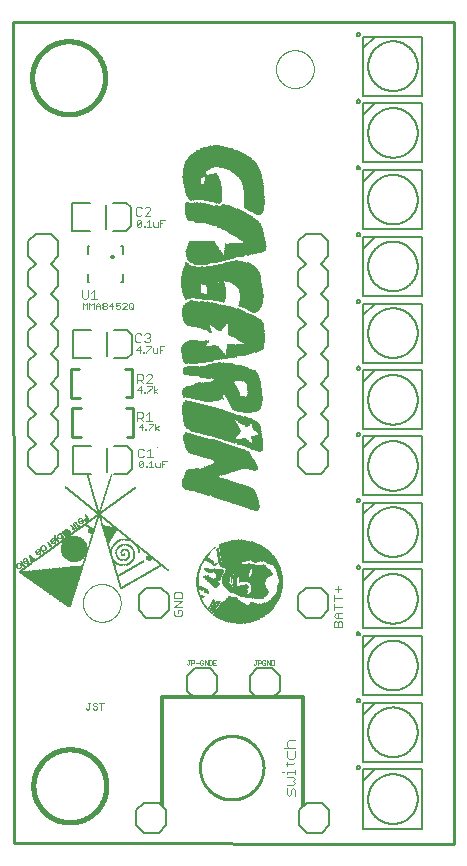
<source format=gto>
G75*
%MOIN*%
%OFA0B0*%
%FSLAX25Y25*%
%IPPOS*%
%LPD*%
%AMOC8*
5,1,8,0,0,1.08239X$1,22.5*
%
%ADD10C,0.01000*%
%ADD11C,0.00000*%
%ADD12C,0.00300*%
%ADD13R,0.00040X0.01440*%
%ADD14R,0.00040X0.02560*%
%ADD15R,0.00040X0.03280*%
%ADD16R,0.00040X0.03920*%
%ADD17R,0.00040X0.04400*%
%ADD18R,0.00040X0.04880*%
%ADD19R,0.00040X0.05280*%
%ADD20R,0.00040X0.05680*%
%ADD21R,0.00040X0.06080*%
%ADD22R,0.00040X0.06400*%
%ADD23R,0.00040X0.06440*%
%ADD24R,0.00040X0.06760*%
%ADD25R,0.00040X0.02440*%
%ADD26R,0.00040X0.03840*%
%ADD27R,0.00040X0.01760*%
%ADD28R,0.00040X0.02840*%
%ADD29R,0.00040X0.01640*%
%ADD30R,0.00040X0.02840*%
%ADD31R,0.00040X0.01480*%
%ADD32R,0.00040X0.02880*%
%ADD33R,0.00040X0.02960*%
%ADD34R,0.00040X0.01400*%
%ADD35R,0.00040X0.01440*%
%ADD36R,0.00040X0.01400*%
%ADD37R,0.00040X0.01280*%
%ADD38R,0.00040X0.01120*%
%ADD39R,0.00040X0.01040*%
%ADD40R,0.00040X0.01360*%
%ADD41R,0.00040X0.00920*%
%ADD42R,0.00040X0.01360*%
%ADD43R,0.00040X0.00920*%
%ADD44R,0.00040X0.00960*%
%ADD45R,0.00040X0.01320*%
%ADD46R,0.00040X0.01320*%
%ADD47R,0.00040X0.01000*%
%ADD48R,0.00040X0.01240*%
%ADD49R,0.00040X0.01040*%
%ADD50R,0.00040X0.01240*%
%ADD51R,0.00040X0.01080*%
%ADD52R,0.00040X0.01160*%
%ADD53R,0.00040X0.01120*%
%ADD54R,0.00040X0.01440*%
%ADD55R,0.00040X0.01200*%
%ADD56R,0.00040X0.01040*%
%ADD57R,0.00040X0.00960*%
%ADD58R,0.00040X0.01560*%
%ADD59R,0.00040X0.01680*%
%ADD60R,0.00040X0.01760*%
%ADD61R,0.00040X0.00920*%
%ADD62R,0.00040X0.00880*%
%ADD63R,0.00040X0.00720*%
%ADD64R,0.00040X0.00840*%
%ADD65R,0.00040X0.00920*%
%ADD66R,0.00040X0.00680*%
%ADD67R,0.00040X0.00840*%
%ADD68R,0.00040X0.00600*%
%ADD69R,0.00040X0.00800*%
%ADD70R,0.00040X0.00560*%
%ADD71R,0.00040X0.00800*%
%ADD72R,0.00040X0.01000*%
%ADD73R,0.00040X0.00520*%
%ADD74R,0.00040X0.00520*%
%ADD75R,0.00040X0.00840*%
%ADD76R,0.00040X0.01240*%
%ADD77R,0.00040X0.00520*%
%ADD78R,0.00040X0.00480*%
%ADD79R,0.00040X0.00480*%
%ADD80R,0.00040X0.00040*%
%ADD81R,0.00040X0.00760*%
%ADD82R,0.00040X0.00120*%
%ADD83R,0.00040X0.00640*%
%ADD84R,0.00040X0.00200*%
%ADD85R,0.00040X0.00280*%
%ADD86R,0.00040X0.00320*%
%ADD87R,0.00040X0.00760*%
%ADD88R,0.00040X0.00360*%
%ADD89R,0.00040X0.00400*%
%ADD90R,0.00040X0.00320*%
%ADD91R,0.00040X0.00240*%
%ADD92R,0.00040X0.00440*%
%ADD93R,0.00040X0.00120*%
%ADD94R,0.00040X0.00880*%
%ADD95R,0.00040X0.00280*%
%ADD96R,0.00040X0.00720*%
%ADD97R,0.00040X0.00440*%
%ADD98R,0.00040X0.00320*%
%ADD99R,0.00040X0.00440*%
%ADD100R,0.00040X0.00160*%
%ADD101R,0.00040X0.00400*%
%ADD102R,0.00040X0.01520*%
%ADD103R,0.00040X0.01040*%
%ADD104R,0.00040X0.00680*%
%ADD105R,0.00040X0.01080*%
%ADD106R,0.00040X0.01160*%
%ADD107R,0.00040X0.01520*%
%ADD108R,0.00040X0.01520*%
%ADD109R,0.00040X0.01560*%
%ADD110R,0.00040X0.01320*%
%ADD111R,0.00040X0.00360*%
%ADD112R,0.00040X0.01600*%
%ADD113R,0.00040X0.01680*%
%ADD114R,0.00040X0.00320*%
%ADD115R,0.00040X0.01720*%
%ADD116R,0.00040X0.01800*%
%ADD117R,0.00040X0.01880*%
%ADD118R,0.00040X0.01920*%
%ADD119R,0.00040X0.02000*%
%ADD120R,0.00040X0.01320*%
%ADD121R,0.00040X0.01520*%
%ADD122R,0.00040X0.01840*%
%ADD123R,0.00040X0.01480*%
%ADD124R,0.00040X0.01840*%
%ADD125R,0.00040X0.01120*%
%ADD126R,0.00040X0.00640*%
%ADD127R,0.00040X0.01720*%
%ADD128R,0.00040X0.00600*%
%ADD129R,0.00040X0.00520*%
%ADD130R,0.00040X0.01280*%
%ADD131R,0.00040X0.00200*%
%ADD132R,0.00040X0.01240*%
%ADD133R,0.00040X0.00560*%
%ADD134R,0.00040X0.00080*%
%ADD135R,0.00040X0.01200*%
%ADD136R,0.00040X0.00040*%
%ADD137R,0.00040X0.01920*%
%ADD138R,0.00040X0.01960*%
%ADD139R,0.00040X0.02040*%
%ADD140R,0.00040X0.00040*%
%ADD141R,0.00040X0.02120*%
%ADD142R,0.00040X0.01120*%
%ADD143R,0.00040X0.02160*%
%ADD144R,0.00040X0.02200*%
%ADD145R,0.00040X0.02240*%
%ADD146R,0.00040X0.02320*%
%ADD147R,0.00040X0.00160*%
%ADD148R,0.00040X0.00080*%
%ADD149R,0.00040X0.02360*%
%ADD150R,0.00040X0.02400*%
%ADD151R,0.00040X0.00720*%
%ADD152R,0.00040X0.02480*%
%ADD153R,0.00040X0.02520*%
%ADD154R,0.00040X0.02600*%
%ADD155R,0.00040X0.00120*%
%ADD156R,0.00040X0.02640*%
%ADD157R,0.00040X0.02720*%
%ADD158R,0.00040X0.02760*%
%ADD159R,0.00040X0.02960*%
%ADD160R,0.00040X0.03040*%
%ADD161R,0.00040X0.00240*%
%ADD162R,0.00040X0.03080*%
%ADD163R,0.00040X0.03120*%
%ADD164R,0.00040X0.03120*%
%ADD165R,0.00040X0.01720*%
%ADD166R,0.00040X0.02000*%
%ADD167R,0.00040X0.03000*%
%ADD168R,0.00040X0.02040*%
%ADD169R,0.00040X0.02920*%
%ADD170R,0.00040X0.00640*%
%ADD171R,0.00040X0.02160*%
%ADD172R,0.00040X0.02840*%
%ADD173R,0.00040X0.02720*%
%ADD174R,0.00040X0.02440*%
%ADD175R,0.00040X0.02640*%
%ADD176R,0.00040X0.02560*%
%ADD177R,0.00040X0.02600*%
%ADD178R,0.00040X0.02680*%
%ADD179R,0.00040X0.01640*%
%ADD180R,0.00040X0.02360*%
%ADD181R,0.00040X0.02920*%
%ADD182R,0.00040X0.02200*%
%ADD183R,0.00040X0.02040*%
%ADD184R,0.00040X0.03000*%
%ADD185R,0.00040X0.03120*%
%ADD186R,0.00040X0.03160*%
%ADD187R,0.00040X0.02080*%
%ADD188R,0.00040X0.03320*%
%ADD189R,0.00040X0.03240*%
%ADD190R,0.00040X0.02240*%
%ADD191R,0.00040X0.03400*%
%ADD192R,0.00040X0.03520*%
%ADD193R,0.00040X0.03480*%
%ADD194R,0.00040X0.03880*%
%ADD195R,0.00040X0.03560*%
%ADD196R,0.00040X0.04120*%
%ADD197R,0.00040X0.03640*%
%ADD198R,0.00040X0.04320*%
%ADD199R,0.00040X0.03720*%
%ADD200R,0.00040X0.04360*%
%ADD201R,0.00040X0.03840*%
%ADD202R,0.00040X0.04160*%
%ADD203R,0.00040X0.03960*%
%ADD204R,0.00040X0.04080*%
%ADD205R,0.00040X0.04040*%
%ADD206R,0.00040X0.03920*%
%ADD207R,0.00040X0.00240*%
%ADD208R,0.00040X0.03680*%
%ADD209R,0.00040X0.02440*%
%ADD210R,0.00040X0.04200*%
%ADD211R,0.00040X0.03240*%
%ADD212R,0.00040X0.04480*%
%ADD213R,0.00040X0.02520*%
%ADD214R,0.00040X0.04560*%
%ADD215R,0.00040X0.02480*%
%ADD216R,0.00040X0.04680*%
%ADD217R,0.00040X0.04760*%
%ADD218R,0.00040X0.02280*%
%ADD219R,0.00040X0.04960*%
%ADD220R,0.00040X0.02120*%
%ADD221R,0.00040X0.05080*%
%ADD222R,0.00040X0.02040*%
%ADD223R,0.00040X0.05120*%
%ADD224R,0.00040X0.05240*%
%ADD225R,0.00040X0.03200*%
%ADD226R,0.00040X0.05320*%
%ADD227R,0.00040X0.05440*%
%ADD228R,0.00040X0.05480*%
%ADD229R,0.00040X0.01600*%
%ADD230R,0.00040X0.01800*%
%ADD231R,0.00040X0.05560*%
%ADD232R,0.00040X0.05000*%
%ADD233R,0.00040X0.05640*%
%ADD234R,0.00040X0.05200*%
%ADD235R,0.00040X0.05720*%
%ADD236R,0.00040X0.05320*%
%ADD237R,0.00040X0.05760*%
%ADD238R,0.00040X0.05880*%
%ADD239R,0.00040X0.05600*%
%ADD240R,0.00040X0.05920*%
%ADD241R,0.00040X0.05960*%
%ADD242R,0.00040X0.06040*%
%ADD243R,0.00040X0.06080*%
%ADD244R,0.00040X0.06160*%
%ADD245R,0.00040X0.00240*%
%ADD246R,0.00040X0.06280*%
%ADD247R,0.00040X0.06160*%
%ADD248R,0.00040X0.06360*%
%ADD249R,0.00040X0.06440*%
%ADD250R,0.00040X0.06560*%
%ADD251R,0.00040X0.06240*%
%ADD252R,0.00040X0.06640*%
%ADD253R,0.00040X0.06240*%
%ADD254R,0.00040X0.06840*%
%ADD255R,0.00040X0.06920*%
%ADD256R,0.00040X0.07000*%
%ADD257R,0.00040X0.07080*%
%ADD258R,0.00040X0.03440*%
%ADD259R,0.00040X0.06360*%
%ADD260R,0.00040X0.07160*%
%ADD261R,0.00040X0.03600*%
%ADD262R,0.00040X0.07240*%
%ADD263R,0.00040X0.03760*%
%ADD264R,0.00040X0.07280*%
%ADD265R,0.00040X0.07400*%
%ADD266R,0.00040X0.04040*%
%ADD267R,0.00040X0.06520*%
%ADD268R,0.00040X0.07440*%
%ADD269R,0.00040X0.04160*%
%ADD270R,0.00040X0.06520*%
%ADD271R,0.00040X0.07560*%
%ADD272R,0.00040X0.04280*%
%ADD273R,0.00040X0.06600*%
%ADD274R,0.00040X0.07640*%
%ADD275R,0.00040X0.07760*%
%ADD276R,0.00040X0.06640*%
%ADD277R,0.00040X0.07960*%
%ADD278R,0.00040X0.04600*%
%ADD279R,0.00040X0.06720*%
%ADD280R,0.00040X0.08200*%
%ADD281R,0.00040X0.06720*%
%ADD282R,0.00040X0.08440*%
%ADD283R,0.00040X0.04840*%
%ADD284R,0.00040X0.08600*%
%ADD285R,0.00040X0.08680*%
%ADD286R,0.00040X0.05040*%
%ADD287R,0.00040X0.06880*%
%ADD288R,0.00040X0.08760*%
%ADD289R,0.00040X0.05120*%
%ADD290R,0.00040X0.06960*%
%ADD291R,0.00040X0.08840*%
%ADD292R,0.00040X0.05200*%
%ADD293R,0.00040X0.07000*%
%ADD294R,0.00040X0.08840*%
%ADD295R,0.00040X0.07040*%
%ADD296R,0.00040X0.08920*%
%ADD297R,0.00040X0.05400*%
%ADD298R,0.00040X0.07120*%
%ADD299R,0.00040X0.08960*%
%ADD300R,0.00040X0.05520*%
%ADD301R,0.00040X0.05600*%
%ADD302R,0.00040X0.07200*%
%ADD303R,0.00040X0.09000*%
%ADD304R,0.00040X0.05680*%
%ADD305R,0.00040X0.07280*%
%ADD306R,0.00040X0.09000*%
%ADD307R,0.00040X0.05800*%
%ADD308R,0.00040X0.07360*%
%ADD309R,0.00040X0.09040*%
%ADD310R,0.00040X0.06000*%
%ADD311R,0.00040X0.07480*%
%ADD312R,0.00040X0.07520*%
%ADD313R,0.00040X0.09040*%
%ADD314R,0.00040X0.07560*%
%ADD315R,0.00040X0.06240*%
%ADD316R,0.00040X0.07600*%
%ADD317R,0.00040X0.09120*%
%ADD318R,0.00040X0.07680*%
%ADD319R,0.00040X0.06480*%
%ADD320R,0.00040X0.09160*%
%ADD321R,0.00040X0.07800*%
%ADD322R,0.00040X0.15880*%
%ADD323R,0.00040X0.07880*%
%ADD324R,0.00040X0.15920*%
%ADD325R,0.00040X0.16000*%
%ADD326R,0.00040X0.08000*%
%ADD327R,0.00040X0.16080*%
%ADD328R,0.00040X0.08080*%
%ADD329R,0.00040X0.16120*%
%ADD330R,0.00040X0.08120*%
%ADD331R,0.00040X0.16160*%
%ADD332R,0.00040X0.16200*%
%ADD333R,0.00040X0.08240*%
%ADD334R,0.00040X0.16280*%
%ADD335R,0.00040X0.08320*%
%ADD336R,0.00040X0.16320*%
%ADD337R,0.00040X0.08360*%
%ADD338R,0.00040X0.16360*%
%ADD339R,0.00040X0.08400*%
%ADD340R,0.00040X0.16440*%
%ADD341R,0.00040X0.08520*%
%ADD342R,0.00040X0.16480*%
%ADD343R,0.00040X0.08560*%
%ADD344R,0.00040X0.16520*%
%ADD345R,0.00040X0.16600*%
%ADD346R,0.00040X0.13720*%
%ADD347R,0.00040X0.08720*%
%ADD348R,0.00040X0.13560*%
%ADD349R,0.00040X0.08720*%
%ADD350R,0.00040X0.13440*%
%ADD351R,0.00040X0.13360*%
%ADD352R,0.00040X0.08800*%
%ADD353R,0.00040X0.13280*%
%ADD354R,0.00040X0.13160*%
%ADD355R,0.00040X0.08760*%
%ADD356R,0.00040X0.13000*%
%ADD357R,0.00040X0.12680*%
%ADD358R,0.00040X0.12480*%
%ADD359R,0.00040X0.12400*%
%ADD360R,0.00040X0.12320*%
%ADD361R,0.00040X0.12280*%
%ADD362R,0.00040X0.12240*%
%ADD363R,0.00040X0.12200*%
%ADD364R,0.00040X0.12200*%
%ADD365R,0.00040X0.12280*%
%ADD366R,0.00040X0.02400*%
%ADD367R,0.00040X0.12360*%
%ADD368R,0.00040X0.13920*%
%ADD369R,0.00040X0.13880*%
%ADD370R,0.00040X0.13800*%
%ADD371R,0.00040X0.12920*%
%ADD372R,0.00040X0.11880*%
%ADD373R,0.00040X0.11800*%
%ADD374R,0.00040X0.11760*%
%ADD375R,0.00040X0.01840*%
%ADD376R,0.00040X0.11760*%
%ADD377R,0.00040X0.08800*%
%ADD378R,0.00040X0.11720*%
%ADD379R,0.00040X0.11720*%
%ADD380R,0.00040X0.11360*%
%ADD381R,0.00040X0.11320*%
%ADD382R,0.00040X0.11240*%
%ADD383R,0.00040X0.11200*%
%ADD384R,0.00040X0.11120*%
%ADD385R,0.00040X0.11160*%
%ADD386R,0.00040X0.03720*%
%ADD387R,0.00040X0.08840*%
%ADD388R,0.00040X0.03840*%
%ADD389R,0.00040X0.11160*%
%ADD390R,0.00040X0.06200*%
%ADD391R,0.00040X0.17640*%
%ADD392R,0.00040X0.17680*%
%ADD393R,0.00040X0.17720*%
%ADD394R,0.00040X0.17760*%
%ADD395R,0.00040X0.17760*%
%ADD396R,0.00040X0.17800*%
%ADD397R,0.00040X0.17840*%
%ADD398R,0.00040X0.17840*%
%ADD399R,0.00040X0.17880*%
%ADD400R,0.00040X0.17920*%
%ADD401R,0.00040X0.17960*%
%ADD402R,0.00040X0.18000*%
%ADD403R,0.00040X0.13320*%
%ADD404R,0.00040X0.13200*%
%ADD405R,0.00040X0.08640*%
%ADD406R,0.00040X0.13120*%
%ADD407R,0.00040X0.02920*%
%ADD408R,0.00040X0.08640*%
%ADD409R,0.00040X0.12560*%
%ADD410R,0.00040X0.02920*%
%ADD411R,0.00040X0.12440*%
%ADD412R,0.00040X0.08480*%
%ADD413R,0.00040X0.12320*%
%ADD414R,0.00040X0.08360*%
%ADD415R,0.00040X0.12320*%
%ADD416R,0.00040X0.08320*%
%ADD417R,0.00040X0.08160*%
%ADD418R,0.00040X0.08040*%
%ADD419R,0.00040X0.07920*%
%ADD420R,0.00040X0.03160*%
%ADD421R,0.00040X0.07840*%
%ADD422R,0.00040X0.03240*%
%ADD423R,0.00040X0.12400*%
%ADD424R,0.00040X0.03360*%
%ADD425R,0.00040X0.07800*%
%ADD426R,0.00040X0.03360*%
%ADD427R,0.00040X0.03440*%
%ADD428R,0.00040X0.12520*%
%ADD429R,0.00040X0.07720*%
%ADD430R,0.00040X0.12600*%
%ADD431R,0.00040X0.12720*%
%ADD432R,0.00040X0.03520*%
%ADD433R,0.00040X0.07680*%
%ADD434R,0.00040X0.14160*%
%ADD435R,0.00040X0.14200*%
%ADD436R,0.00040X0.14240*%
%ADD437R,0.00040X0.03640*%
%ADD438R,0.00040X0.14240*%
%ADD439R,0.00040X0.03680*%
%ADD440R,0.00040X0.07520*%
%ADD441R,0.00040X0.07440*%
%ADD442R,0.00040X0.07840*%
%ADD443R,0.00040X0.06120*%
%ADD444R,0.00040X0.03760*%
%ADD445R,0.00040X0.07400*%
%ADD446R,0.00040X0.03800*%
%ADD447R,0.00040X0.06040*%
%ADD448R,0.00040X0.07320*%
%ADD449R,0.00040X0.07720*%
%ADD450R,0.00040X0.06000*%
%ADD451R,0.00040X0.03880*%
%ADD452R,0.00040X0.07240*%
%ADD453R,0.00040X0.04000*%
%ADD454R,0.00040X0.04000*%
%ADD455R,0.00040X0.07520*%
%ADD456R,0.00040X0.04080*%
%ADD457R,0.00040X0.06920*%
%ADD458R,0.00040X0.06920*%
%ADD459R,0.00040X0.07480*%
%ADD460R,0.00040X0.04120*%
%ADD461R,0.00040X0.06800*%
%ADD462R,0.00040X0.06800*%
%ADD463R,0.00040X0.04200*%
%ADD464R,0.00040X0.06680*%
%ADD465R,0.00040X0.05960*%
%ADD466R,0.00040X0.04240*%
%ADD467R,0.00040X0.04240*%
%ADD468R,0.00040X0.06640*%
%ADD469R,0.00040X0.07320*%
%ADD470R,0.00040X0.05920*%
%ADD471R,0.00040X0.04280*%
%ADD472R,0.00040X0.06560*%
%ADD473R,0.00040X0.06520*%
%ADD474R,0.00040X0.07160*%
%ADD475R,0.00040X0.04320*%
%ADD476R,0.00040X0.06400*%
%ADD477R,0.00040X0.07120*%
%ADD478R,0.00040X0.07080*%
%ADD479R,0.00040X0.04360*%
%ADD480R,0.00040X0.07040*%
%ADD481R,0.00040X0.06320*%
%ADD482R,0.00040X0.04400*%
%ADD483R,0.00040X0.06240*%
%ADD484R,0.00040X0.06120*%
%ADD485R,0.00040X0.06120*%
%ADD486R,0.00040X0.06200*%
%ADD487R,0.00040X0.02880*%
%ADD488R,0.00040X0.06120*%
%ADD489R,0.00040X0.06720*%
%ADD490R,0.00040X0.06680*%
%ADD491R,0.00040X0.06600*%
%ADD492R,0.00040X0.06280*%
%ADD493R,0.00040X0.06040*%
%ADD494R,0.00040X0.06480*%
%ADD495R,0.00040X0.03040*%
%ADD496R,0.00040X0.06040*%
%ADD497R,0.00040X0.02120*%
%ADD498R,0.00040X0.06320*%
%ADD499R,0.00040X0.06320*%
%ADD500R,0.00040X0.02320*%
%ADD501R,0.00040X0.01640*%
%ADD502R,0.00040X0.03080*%
%ADD503R,0.00040X0.02080*%
%ADD504R,0.00040X0.06840*%
%ADD505R,0.00040X0.03440*%
%ADD506R,0.00040X0.06840*%
%ADD507R,0.00040X0.06320*%
%ADD508R,0.00040X0.08520*%
%ADD509R,0.00040X0.08640*%
%ADD510R,0.00040X0.06440*%
%ADD511R,0.00040X0.01720*%
%ADD512R,0.00040X0.09080*%
%ADD513R,0.00040X0.11360*%
%ADD514R,0.00040X0.06960*%
%ADD515R,0.00040X0.11400*%
%ADD516R,0.00040X0.06880*%
%ADD517R,0.00040X0.11400*%
%ADD518R,0.00040X0.11440*%
%ADD519R,0.00040X0.06760*%
%ADD520R,0.00040X0.11440*%
%ADD521R,0.00040X0.11480*%
%ADD522R,0.00040X0.11440*%
%ADD523R,0.00040X0.11440*%
%ADD524R,0.00040X0.05840*%
%ADD525R,0.00040X0.06520*%
%ADD526R,0.00040X0.11480*%
%ADD527R,0.00040X0.05800*%
%ADD528R,0.00040X0.11520*%
%ADD529R,0.00040X0.11520*%
%ADD530R,0.00040X0.11560*%
%ADD531R,0.00040X0.11560*%
%ADD532R,0.00040X0.11600*%
%ADD533R,0.00040X0.11600*%
%ADD534R,0.00040X0.05480*%
%ADD535R,0.00040X0.05360*%
%ADD536R,0.00040X0.05360*%
%ADD537R,0.00040X0.05280*%
%ADD538R,0.00040X0.05840*%
%ADD539R,0.00040X0.05760*%
%ADD540R,0.00040X0.05160*%
%ADD541R,0.00040X0.05160*%
%ADD542R,0.00040X0.05120*%
%ADD543R,0.00040X0.11640*%
%ADD544R,0.00040X0.05640*%
%ADD545R,0.00040X0.05640*%
%ADD546R,0.00040X0.11640*%
%ADD547R,0.00040X0.05080*%
%ADD548R,0.00040X0.05560*%
%ADD549R,0.00040X0.05520*%
%ADD550R,0.00040X0.04960*%
%ADD551R,0.00040X0.05520*%
%ADD552R,0.00040X0.04920*%
%ADD553R,0.00040X0.05440*%
%ADD554R,0.00040X0.05400*%
%ADD555R,0.00040X0.04880*%
%ADD556R,0.00040X0.04800*%
%ADD557R,0.00040X0.04800*%
%ADD558R,0.00040X0.04720*%
%ADD559R,0.00040X0.04720*%
%ADD560R,0.00040X0.04680*%
%ADD561R,0.00040X0.11320*%
%ADD562R,0.00040X0.04640*%
%ADD563R,0.00040X0.05040*%
%ADD564R,0.00040X0.11240*%
%ADD565R,0.00040X0.04640*%
%ADD566R,0.00040X0.11240*%
%ADD567R,0.00040X0.04920*%
%ADD568R,0.00040X0.04920*%
%ADD569R,0.00040X0.11120*%
%ADD570R,0.00040X0.04560*%
%ADD571R,0.00040X0.11080*%
%ADD572R,0.00040X0.04520*%
%ADD573R,0.00040X0.11040*%
%ADD574R,0.00040X0.11000*%
%ADD575R,0.00040X0.10960*%
%ADD576R,0.00040X0.10920*%
%ADD577R,0.00040X0.04520*%
%ADD578R,0.00040X0.10880*%
%ADD579R,0.00040X0.10840*%
%ADD580R,0.00040X0.04440*%
%ADD581R,0.00040X0.10760*%
%ADD582R,0.00040X0.04720*%
%ADD583R,0.00040X0.10720*%
%ADD584R,0.00040X0.10680*%
%ADD585R,0.00040X0.10640*%
%ADD586R,0.00040X0.04440*%
%ADD587R,0.00040X0.10560*%
%ADD588R,0.00040X0.10480*%
%ADD589R,0.00040X0.04640*%
%ADD590R,0.00040X0.03920*%
%ADD591R,0.00040X0.03520*%
%ADD592R,0.00040X0.04320*%
%ADD593R,0.00040X0.04720*%
%ADD594R,0.00040X0.03040*%
%ADD595R,0.00040X0.02800*%
%ADD596R,0.00040X0.04520*%
%ADD597R,0.00040X0.04520*%
%ADD598R,0.00040X0.01960*%
%ADD599R,0.00040X0.03400*%
%ADD600R,0.00040X0.04440*%
%ADD601R,0.00040X0.03320*%
%ADD602R,0.00040X0.03040*%
%ADD603R,0.00040X0.02720*%
%ADD604R,0.00040X0.03800*%
%ADD605R,0.00040X0.04120*%
%ADD606R,0.00040X0.03720*%
%ADD607R,0.00040X0.04040*%
%ADD608R,0.00040X0.03640*%
%ADD609R,0.00040X0.03560*%
%ADD610R,0.00040X0.03280*%
%ADD611R,0.00040X0.03240*%
%ADD612R,0.00040X0.03200*%
%ADD613R,0.00040X0.03520*%
%ADD614R,0.00040X0.04480*%
%ADD615R,0.00040X0.11120*%
%ADD616R,0.00040X0.10880*%
%ADD617R,0.00040X0.10320*%
%ADD618R,0.00040X0.10160*%
%ADD619R,0.00040X0.09920*%
%ADD620R,0.00040X0.09760*%
%ADD621R,0.00040X0.09520*%
%ADD622R,0.00040X0.09280*%
%ADD623R,0.00040X0.08880*%
%ADD624R,0.00040X0.07600*%
%ADD625R,0.00050X0.00400*%
%ADD626R,0.00050X0.00700*%
%ADD627R,0.00050X0.01000*%
%ADD628R,0.00050X0.01050*%
%ADD629R,0.00050X0.00500*%
%ADD630R,0.00050X0.00100*%
%ADD631R,0.00050X0.00450*%
%ADD632R,0.00050X0.00350*%
%ADD633R,0.00050X0.00250*%
%ADD634R,0.00050X0.00300*%
%ADD635R,0.00050X0.00200*%
%ADD636R,0.00050X0.00050*%
%ADD637R,0.00050X0.00550*%
%ADD638R,0.00050X0.00650*%
%ADD639R,0.00050X0.00750*%
%ADD640R,0.00050X0.00850*%
%ADD641R,0.00050X0.00600*%
%ADD642R,0.00050X0.01150*%
%ADD643R,0.00050X0.00900*%
%ADD644R,0.00050X0.00950*%
%ADD645R,0.00050X0.01100*%
%ADD646R,0.00050X0.01200*%
%ADD647R,0.00050X0.01250*%
%ADD648R,0.00050X0.01300*%
%ADD649R,0.00050X0.01350*%
%ADD650R,0.00050X0.00150*%
%ADD651R,0.00050X0.01400*%
%ADD652R,0.00050X0.01450*%
%ADD653R,0.00050X0.01500*%
%ADD654R,0.00050X0.01550*%
%ADD655R,0.00050X0.00800*%
%ADD656R,0.00050X0.01650*%
%ADD657R,0.00050X0.01700*%
%ADD658R,0.00050X0.01800*%
%ADD659R,0.00050X0.01900*%
%ADD660R,0.00050X0.01950*%
%ADD661R,0.00050X0.02000*%
%ADD662R,0.00050X0.02100*%
%ADD663R,0.00050X0.02150*%
%ADD664R,0.00050X0.02200*%
%ADD665R,0.00050X0.02250*%
%ADD666R,0.00050X0.02300*%
%ADD667R,0.00050X0.02350*%
%ADD668R,0.00050X0.02450*%
%ADD669R,0.00050X0.02500*%
%ADD670R,0.00050X0.02550*%
%ADD671R,0.00050X0.02600*%
%ADD672R,0.00050X0.02650*%
%ADD673R,0.00050X0.02700*%
%ADD674R,0.00050X0.02800*%
%ADD675R,0.00050X0.02850*%
%ADD676R,0.00050X0.02900*%
%ADD677R,0.00050X0.02950*%
%ADD678R,0.00050X0.03000*%
%ADD679R,0.00050X0.03050*%
%ADD680R,0.00050X0.03100*%
%ADD681R,0.00050X0.03200*%
%ADD682R,0.00050X0.01750*%
%ADD683R,0.00050X0.03300*%
%ADD684R,0.00050X0.03350*%
%ADD685R,0.00050X0.03400*%
%ADD686R,0.00050X0.03450*%
%ADD687R,0.00050X0.02400*%
%ADD688R,0.00050X0.03500*%
%ADD689R,0.00050X0.03550*%
%ADD690R,0.00050X0.03650*%
%ADD691R,0.00050X0.03750*%
%ADD692R,0.00050X0.01850*%
%ADD693R,0.00050X0.03800*%
%ADD694R,0.00050X0.03850*%
%ADD695R,0.00050X0.01600*%
%ADD696R,0.00050X0.03900*%
%ADD697R,0.00050X0.03950*%
%ADD698R,0.00050X0.04000*%
%ADD699R,0.00050X0.04100*%
%ADD700R,0.00050X0.04150*%
%ADD701R,0.00050X0.04200*%
%ADD702R,0.00050X0.04250*%
%ADD703R,0.00050X0.04300*%
%ADD704R,0.00050X0.04350*%
%ADD705R,0.00050X0.04400*%
%ADD706R,0.00050X0.04450*%
%ADD707R,0.00050X0.04550*%
%ADD708R,0.00050X0.04600*%
%ADD709R,0.00050X0.04650*%
%ADD710R,0.00050X0.04700*%
%ADD711R,0.00050X0.04750*%
%ADD712R,0.00050X0.04800*%
%ADD713R,0.00050X0.04850*%
%ADD714R,0.00050X0.04950*%
%ADD715R,0.00050X0.05000*%
%ADD716R,0.00050X0.05050*%
%ADD717R,0.00050X0.05100*%
%ADD718R,0.00050X0.05200*%
%ADD719R,0.00050X0.05250*%
%ADD720R,0.00050X0.05350*%
%ADD721R,0.00050X0.05400*%
%ADD722R,0.00050X0.05450*%
%ADD723R,0.00050X0.05500*%
%ADD724R,0.00050X0.05550*%
%ADD725R,0.00050X0.05650*%
%ADD726R,0.00050X0.05600*%
%ADD727R,0.00050X0.05750*%
%ADD728R,0.00050X0.05800*%
%ADD729R,0.00050X0.05850*%
%ADD730R,0.00050X0.05900*%
%ADD731R,0.00050X0.05950*%
%ADD732R,0.00050X0.06050*%
%ADD733R,0.00050X0.06100*%
%ADD734R,0.00050X0.06200*%
%ADD735R,0.00050X0.06250*%
%ADD736R,0.00050X0.06300*%
%ADD737R,0.00050X0.06350*%
%ADD738R,0.00050X0.06400*%
%ADD739R,0.00050X0.06450*%
%ADD740R,0.00050X0.06550*%
%ADD741R,0.00050X0.06600*%
%ADD742R,0.00050X0.06650*%
%ADD743R,0.00050X0.06700*%
%ADD744R,0.00050X0.06750*%
%ADD745R,0.00050X0.06800*%
%ADD746R,0.00050X0.06850*%
%ADD747R,0.00050X0.06900*%
%ADD748R,0.00050X0.06950*%
%ADD749R,0.00050X0.07000*%
%ADD750R,0.00050X0.07050*%
%ADD751R,0.00050X0.07100*%
%ADD752R,0.00050X0.07150*%
%ADD753R,0.00050X0.07200*%
%ADD754R,0.00050X0.07250*%
%ADD755R,0.00050X0.07350*%
%ADD756R,0.00050X0.07400*%
%ADD757R,0.00050X0.07450*%
%ADD758R,0.00050X0.07500*%
%ADD759R,0.00050X0.07550*%
%ADD760R,0.00050X0.07600*%
%ADD761R,0.00050X0.07650*%
%ADD762R,0.00050X0.07750*%
%ADD763R,0.00050X0.07850*%
%ADD764R,0.00050X0.07900*%
%ADD765R,0.00050X0.07950*%
%ADD766R,0.00050X0.08000*%
%ADD767R,0.00050X0.08050*%
%ADD768R,0.00050X0.08150*%
%ADD769R,0.00050X0.08100*%
%ADD770R,0.00050X0.08200*%
%ADD771R,0.00050X0.08250*%
%ADD772R,0.00050X0.08300*%
%ADD773R,0.00050X0.08350*%
%ADD774R,0.00050X0.08400*%
%ADD775R,0.00050X0.08500*%
%ADD776R,0.00050X0.08450*%
%ADD777R,0.00050X0.08600*%
%ADD778R,0.00050X0.08650*%
%ADD779R,0.00050X0.08700*%
%ADD780R,0.00050X0.08750*%
%ADD781R,0.00050X0.08800*%
%ADD782R,0.00050X0.08850*%
%ADD783R,0.00050X0.08950*%
%ADD784R,0.00050X0.08900*%
%ADD785R,0.00050X0.09050*%
%ADD786R,0.00050X0.09100*%
%ADD787R,0.00050X0.09150*%
%ADD788R,0.00050X0.09200*%
%ADD789R,0.00050X0.09250*%
%ADD790R,0.00050X0.09350*%
%ADD791R,0.00050X0.09300*%
%ADD792R,0.00050X0.09450*%
%ADD793R,0.00050X0.09500*%
%ADD794R,0.00050X0.09550*%
%ADD795R,0.00050X0.09600*%
%ADD796R,0.00050X0.09650*%
%ADD797R,0.00050X0.09750*%
%ADD798R,0.00050X0.09700*%
%ADD799R,0.00050X0.09850*%
%ADD800R,0.00050X0.09800*%
%ADD801R,0.00050X0.09900*%
%ADD802R,0.00050X0.09950*%
%ADD803R,0.00050X0.10000*%
%ADD804R,0.00050X0.10050*%
%ADD805R,0.00050X0.10100*%
%ADD806R,0.00050X0.10200*%
%ADD807R,0.00050X0.10250*%
%ADD808R,0.00050X0.10300*%
%ADD809R,0.00050X0.10350*%
%ADD810R,0.00050X0.10400*%
%ADD811R,0.00050X0.10450*%
%ADD812R,0.00050X0.10500*%
%ADD813R,0.00050X0.10550*%
%ADD814R,0.00050X0.10650*%
%ADD815R,0.00050X0.10600*%
%ADD816R,0.00050X0.10700*%
%ADD817R,0.00050X0.10750*%
%ADD818R,0.00050X0.10800*%
%ADD819R,0.00050X0.10850*%
%ADD820R,0.00050X0.10900*%
%ADD821R,0.00050X0.10950*%
%ADD822R,0.00050X0.11050*%
%ADD823R,0.00050X0.11150*%
%ADD824R,0.00050X0.11100*%
%ADD825R,0.00050X0.11250*%
%ADD826R,0.00050X0.11350*%
%ADD827R,0.00050X0.11450*%
%ADD828R,0.00050X0.11400*%
%ADD829R,0.00050X0.11500*%
%ADD830R,0.00050X0.11550*%
%ADD831R,0.00050X0.02750*%
%ADD832R,0.00050X0.11650*%
%ADD833R,0.00050X0.03150*%
%ADD834R,0.00050X0.11700*%
%ADD835R,0.00050X0.11800*%
%ADD836R,0.00050X0.11850*%
%ADD837R,0.00050X0.11900*%
%ADD838R,0.00050X0.04500*%
%ADD839R,0.00050X0.11950*%
%ADD840R,0.00050X0.12050*%
%ADD841R,0.00050X0.05150*%
%ADD842R,0.00050X0.12100*%
%ADD843R,0.00050X0.05300*%
%ADD844R,0.00050X0.12150*%
%ADD845R,0.00050X0.12250*%
%ADD846R,0.00050X0.12300*%
%ADD847R,0.00050X0.12350*%
%ADD848R,0.00050X0.12400*%
%ADD849R,0.00050X0.06500*%
%ADD850R,0.00050X0.12500*%
%ADD851R,0.00050X0.12550*%
%ADD852R,0.00050X0.12600*%
%ADD853R,0.00050X0.12650*%
%ADD854R,0.00050X0.12700*%
%ADD855R,0.00050X0.12800*%
%ADD856R,0.00050X0.07300*%
%ADD857R,0.00050X0.12850*%
%ADD858R,0.00050X0.12950*%
%ADD859R,0.00050X0.13000*%
%ADD860R,0.00050X0.07700*%
%ADD861R,0.00050X0.13050*%
%ADD862R,0.00050X0.10150*%
%ADD863R,0.00050X0.13150*%
%ADD864R,0.00050X0.13200*%
%ADD865R,0.00050X0.13300*%
%ADD866R,0.00050X0.13350*%
%ADD867R,0.00050X0.13450*%
%ADD868R,0.00050X0.13550*%
%ADD869R,0.00050X0.13500*%
%ADD870R,0.00050X0.13600*%
%ADD871R,0.00050X0.13650*%
%ADD872R,0.00050X0.12900*%
%ADD873R,0.00050X0.08550*%
%ADD874R,0.00050X0.11750*%
%ADD875R,0.00050X0.11200*%
%ADD876R,0.00050X0.09000*%
%ADD877R,0.00050X0.06000*%
%ADD878R,0.00050X0.04900*%
%ADD879R,0.00050X0.07800*%
%ADD880R,0.00050X0.03250*%
%ADD881R,0.00050X0.05700*%
%ADD882R,0.00050X0.03600*%
%ADD883R,0.00050X0.06150*%
%ADD884R,0.00050X0.04050*%
%ADD885R,0.00050X0.02050*%
%ADD886R,0.00100X0.01100*%
%ADD887R,0.00100X0.01300*%
%ADD888R,0.00100X0.00100*%
%ADD889R,0.00100X0.03900*%
%ADD890R,0.00100X0.02300*%
%ADD891R,0.00100X0.05000*%
%ADD892R,0.00100X0.02900*%
%ADD893R,0.00100X0.06000*%
%ADD894R,0.00100X0.03500*%
%ADD895R,0.00100X0.06700*%
%ADD896R,0.00100X0.01400*%
%ADD897R,0.00100X0.00300*%
%ADD898R,0.00100X0.04000*%
%ADD899R,0.00100X0.00200*%
%ADD900R,0.00100X0.01500*%
%ADD901R,0.00100X0.07500*%
%ADD902R,0.00100X0.04500*%
%ADD903R,0.00100X0.02600*%
%ADD904R,0.00100X0.01900*%
%ADD905R,0.00100X0.08100*%
%ADD906R,0.00100X0.03700*%
%ADD907R,0.00100X0.03000*%
%ADD908R,0.00100X0.04200*%
%ADD909R,0.00100X0.03800*%
%ADD910R,0.00100X0.08600*%
%ADD911R,0.00100X0.05300*%
%ADD912R,0.00100X0.05400*%
%ADD913R,0.00100X0.00800*%
%ADD914R,0.00100X0.03300*%
%ADD915R,0.00100X0.09200*%
%ADD916R,0.00100X0.05100*%
%ADD917R,0.00100X0.05800*%
%ADD918R,0.00100X0.02200*%
%ADD919R,0.00100X0.03200*%
%ADD920R,0.00100X0.06500*%
%ADD921R,0.00100X0.02100*%
%ADD922R,0.00100X0.03600*%
%ADD923R,0.00100X0.06600*%
%ADD924R,0.00100X0.09800*%
%ADD925R,0.00100X0.06300*%
%ADD926R,0.00100X0.02400*%
%ADD927R,0.00100X0.07100*%
%ADD928R,0.00100X0.02500*%
%ADD929R,0.00100X0.07400*%
%ADD930R,0.00100X0.10400*%
%ADD931R,0.00100X0.05900*%
%ADD932R,0.00100X0.07600*%
%ADD933R,0.00100X0.03100*%
%ADD934R,0.00100X0.04300*%
%ADD935R,0.00100X0.10900*%
%ADD936R,0.00100X0.06100*%
%ADD937R,0.00100X0.03400*%
%ADD938R,0.00100X0.04700*%
%ADD939R,0.00100X0.09000*%
%ADD940R,0.00100X0.11300*%
%ADD941R,0.00100X0.06800*%
%ADD942R,0.00100X0.02700*%
%ADD943R,0.00100X0.08500*%
%ADD944R,0.00100X0.04900*%
%ADD945R,0.00100X0.09500*%
%ADD946R,0.00100X0.11900*%
%ADD947R,0.00100X0.06900*%
%ADD948R,0.00100X0.08700*%
%ADD949R,0.00100X0.10000*%
%ADD950R,0.00100X0.12200*%
%ADD951R,0.00100X0.02800*%
%ADD952R,0.00100X0.08800*%
%ADD953R,0.00100X0.10500*%
%ADD954R,0.00100X0.04100*%
%ADD955R,0.00100X0.12500*%
%ADD956R,0.00100X0.07000*%
%ADD957R,0.00100X0.11000*%
%ADD958R,0.00100X0.01000*%
%ADD959R,0.00100X0.12700*%
%ADD960R,0.00100X0.07200*%
%ADD961R,0.00100X0.11400*%
%ADD962R,0.00100X0.12600*%
%ADD963R,0.00100X0.07300*%
%ADD964R,0.00100X0.09100*%
%ADD965R,0.00100X0.05600*%
%ADD966R,0.00100X0.06200*%
%ADD967R,0.00100X0.05200*%
%ADD968R,0.00100X0.09300*%
%ADD969R,0.00100X0.06400*%
%ADD970R,0.00100X0.12300*%
%ADD971R,0.00100X0.05700*%
%ADD972R,0.00100X0.12100*%
%ADD973R,0.00100X0.12800*%
%ADD974R,0.00100X0.07700*%
%ADD975R,0.00100X0.09400*%
%ADD976R,0.00100X0.13100*%
%ADD977R,0.00100X0.07900*%
%ADD978R,0.00100X0.13400*%
%ADD979R,0.00100X0.05500*%
%ADD980R,0.00100X0.11800*%
%ADD981R,0.00100X0.13700*%
%ADD982R,0.00100X0.11700*%
%ADD983R,0.00100X0.14000*%
%ADD984R,0.00100X0.11500*%
%ADD985R,0.00100X0.08000*%
%ADD986R,0.00100X0.14200*%
%ADD987R,0.00100X0.14400*%
%ADD988R,0.00100X0.11200*%
%ADD989R,0.00100X0.08200*%
%ADD990R,0.00100X0.14700*%
%ADD991R,0.00100X0.11100*%
%ADD992R,0.00100X0.14900*%
%ADD993R,0.00100X0.08300*%
%ADD994R,0.00100X0.09600*%
%ADD995R,0.00100X0.15000*%
%ADD996R,0.00100X0.09700*%
%ADD997R,0.00100X0.15100*%
%ADD998R,0.00100X0.08400*%
%ADD999R,0.00100X0.07800*%
%ADD1000R,0.00100X0.15200*%
%ADD1001R,0.00100X0.04400*%
%ADD1002R,0.00100X0.15300*%
%ADD1003R,0.00100X0.10800*%
%ADD1004R,0.00100X0.04600*%
%ADD1005R,0.00100X0.15500*%
%ADD1006R,0.00100X0.15400*%
%ADD1007R,0.00100X0.15600*%
%ADD1008R,0.00100X0.04800*%
%ADD1009R,0.00100X0.15700*%
%ADD1010R,0.00100X0.15800*%
%ADD1011R,0.00100X0.10700*%
%ADD1012R,0.00100X0.15900*%
%ADD1013R,0.00100X0.16000*%
%ADD1014R,0.00100X0.10600*%
%ADD1015R,0.00100X0.09900*%
%ADD1016R,0.00100X0.16100*%
%ADD1017R,0.00100X0.16200*%
%ADD1018R,0.00100X0.16300*%
%ADD1019R,0.00100X0.16500*%
%ADD1020R,0.00100X0.16400*%
%ADD1021R,0.00100X0.16600*%
%ADD1022R,0.00100X0.16700*%
%ADD1023R,0.00100X0.16800*%
%ADD1024R,0.00100X0.08900*%
%ADD1025R,0.00100X0.16900*%
%ADD1026R,0.00100X0.17000*%
%ADD1027R,0.00100X0.02000*%
%ADD1028R,0.00100X0.01800*%
%ADD1029R,0.00100X0.01700*%
%ADD1030R,0.00100X0.10100*%
%ADD1031R,0.00100X0.17800*%
%ADD1032R,0.00100X0.01600*%
%ADD1033R,0.00100X0.01200*%
%ADD1034R,0.00100X0.00900*%
%ADD1035R,0.00100X0.00600*%
%ADD1036R,0.00100X0.00500*%
%ADD1037R,0.00100X0.00400*%
%ADD1038R,0.00100X0.10200*%
%ADD1039R,0.00100X0.11600*%
%ADD1040R,0.00100X0.19100*%
%ADD1041R,0.00100X0.12000*%
%ADD1042R,0.00100X0.12400*%
%ADD1043R,0.00100X0.19200*%
%ADD1044R,0.00100X0.00700*%
%ADD1045R,0.00100X0.10300*%
%ADD1046R,0.00100X0.12900*%
%ADD1047R,0.00100X0.13200*%
%ADD1048R,0.00100X0.13500*%
%ADD1049R,0.00100X0.13800*%
%ADD1050R,0.00100X0.14300*%
%ADD1051R,0.00100X0.14500*%
%ADD1052R,0.00100X0.14800*%
%ADD1053R,0.00100X0.17600*%
%ADD1054R,0.00100X0.14600*%
%ADD1055R,0.00100X0.18000*%
%ADD1056R,0.00100X0.18100*%
%ADD1057R,0.00100X0.14100*%
%ADD1058R,0.00100X0.13900*%
%ADD1059R,0.00100X0.17900*%
%ADD1060R,0.00100X0.13600*%
%ADD1061R,0.00100X0.13300*%
%ADD1062R,0.00100X0.13000*%
%ADD1063R,0.00100X0.17700*%
%ADD1064R,0.00100X0.17500*%
%ADD1065R,0.00100X0.17400*%
%ADD1066R,0.00100X0.17300*%
%ADD1067R,0.00100X0.17200*%
%ADD1068C,0.01600*%
%ADD1069C,0.01200*%
%ADD1070C,0.00800*%
%ADD1071C,0.00500*%
%ADD1072C,0.00200*%
%ADD1073C,0.00700*%
%ADD1074C,0.00100*%
D10*
X0110444Y0004527D02*
X0257294Y0004330D01*
X0257098Y0278346D01*
X0110050Y0278346D01*
X0110444Y0004527D01*
X0172492Y0029727D02*
X0172495Y0029987D01*
X0172505Y0030247D01*
X0172521Y0030506D01*
X0172543Y0030765D01*
X0172572Y0031024D01*
X0172607Y0031281D01*
X0172648Y0031538D01*
X0172696Y0031794D01*
X0172749Y0032048D01*
X0172809Y0032301D01*
X0172876Y0032552D01*
X0172948Y0032802D01*
X0173027Y0033050D01*
X0173111Y0033296D01*
X0173202Y0033539D01*
X0173298Y0033781D01*
X0173401Y0034020D01*
X0173509Y0034256D01*
X0173623Y0034490D01*
X0173743Y0034721D01*
X0173868Y0034948D01*
X0173999Y0035173D01*
X0174135Y0035394D01*
X0174277Y0035612D01*
X0174424Y0035827D01*
X0174577Y0036037D01*
X0174734Y0036244D01*
X0174897Y0036447D01*
X0175064Y0036646D01*
X0175236Y0036841D01*
X0175413Y0037031D01*
X0175595Y0037217D01*
X0175781Y0037399D01*
X0175971Y0037576D01*
X0176166Y0037748D01*
X0176365Y0037915D01*
X0176568Y0038078D01*
X0176775Y0038235D01*
X0176985Y0038388D01*
X0177200Y0038535D01*
X0177418Y0038677D01*
X0177639Y0038813D01*
X0177864Y0038944D01*
X0178091Y0039069D01*
X0178322Y0039189D01*
X0178556Y0039303D01*
X0178792Y0039411D01*
X0179031Y0039514D01*
X0179273Y0039610D01*
X0179516Y0039701D01*
X0179762Y0039785D01*
X0180010Y0039864D01*
X0180260Y0039936D01*
X0180511Y0040003D01*
X0180764Y0040063D01*
X0181018Y0040116D01*
X0181274Y0040164D01*
X0181531Y0040205D01*
X0181788Y0040240D01*
X0182047Y0040269D01*
X0182306Y0040291D01*
X0182565Y0040307D01*
X0182825Y0040317D01*
X0183085Y0040320D01*
X0183345Y0040317D01*
X0183605Y0040307D01*
X0183864Y0040291D01*
X0184123Y0040269D01*
X0184382Y0040240D01*
X0184639Y0040205D01*
X0184896Y0040164D01*
X0185152Y0040116D01*
X0185406Y0040063D01*
X0185659Y0040003D01*
X0185910Y0039936D01*
X0186160Y0039864D01*
X0186408Y0039785D01*
X0186654Y0039701D01*
X0186897Y0039610D01*
X0187139Y0039514D01*
X0187378Y0039411D01*
X0187614Y0039303D01*
X0187848Y0039189D01*
X0188079Y0039069D01*
X0188306Y0038944D01*
X0188531Y0038813D01*
X0188752Y0038677D01*
X0188970Y0038535D01*
X0189185Y0038388D01*
X0189395Y0038235D01*
X0189602Y0038078D01*
X0189805Y0037915D01*
X0190004Y0037748D01*
X0190199Y0037576D01*
X0190389Y0037399D01*
X0190575Y0037217D01*
X0190757Y0037031D01*
X0190934Y0036841D01*
X0191106Y0036646D01*
X0191273Y0036447D01*
X0191436Y0036244D01*
X0191593Y0036037D01*
X0191746Y0035827D01*
X0191893Y0035612D01*
X0192035Y0035394D01*
X0192171Y0035173D01*
X0192302Y0034948D01*
X0192427Y0034721D01*
X0192547Y0034490D01*
X0192661Y0034256D01*
X0192769Y0034020D01*
X0192872Y0033781D01*
X0192968Y0033539D01*
X0193059Y0033296D01*
X0193143Y0033050D01*
X0193222Y0032802D01*
X0193294Y0032552D01*
X0193361Y0032301D01*
X0193421Y0032048D01*
X0193474Y0031794D01*
X0193522Y0031538D01*
X0193563Y0031281D01*
X0193598Y0031024D01*
X0193627Y0030765D01*
X0193649Y0030506D01*
X0193665Y0030247D01*
X0193675Y0029987D01*
X0193678Y0029727D01*
X0193675Y0029467D01*
X0193665Y0029207D01*
X0193649Y0028948D01*
X0193627Y0028689D01*
X0193598Y0028430D01*
X0193563Y0028173D01*
X0193522Y0027916D01*
X0193474Y0027660D01*
X0193421Y0027406D01*
X0193361Y0027153D01*
X0193294Y0026902D01*
X0193222Y0026652D01*
X0193143Y0026404D01*
X0193059Y0026158D01*
X0192968Y0025915D01*
X0192872Y0025673D01*
X0192769Y0025434D01*
X0192661Y0025198D01*
X0192547Y0024964D01*
X0192427Y0024733D01*
X0192302Y0024506D01*
X0192171Y0024281D01*
X0192035Y0024060D01*
X0191893Y0023842D01*
X0191746Y0023627D01*
X0191593Y0023417D01*
X0191436Y0023210D01*
X0191273Y0023007D01*
X0191106Y0022808D01*
X0190934Y0022613D01*
X0190757Y0022423D01*
X0190575Y0022237D01*
X0190389Y0022055D01*
X0190199Y0021878D01*
X0190004Y0021706D01*
X0189805Y0021539D01*
X0189602Y0021376D01*
X0189395Y0021219D01*
X0189185Y0021066D01*
X0188970Y0020919D01*
X0188752Y0020777D01*
X0188531Y0020641D01*
X0188306Y0020510D01*
X0188079Y0020385D01*
X0187848Y0020265D01*
X0187614Y0020151D01*
X0187378Y0020043D01*
X0187139Y0019940D01*
X0186897Y0019844D01*
X0186654Y0019753D01*
X0186408Y0019669D01*
X0186160Y0019590D01*
X0185910Y0019518D01*
X0185659Y0019451D01*
X0185406Y0019391D01*
X0185152Y0019338D01*
X0184896Y0019290D01*
X0184639Y0019249D01*
X0184382Y0019214D01*
X0184123Y0019185D01*
X0183864Y0019163D01*
X0183605Y0019147D01*
X0183345Y0019137D01*
X0183085Y0019134D01*
X0182825Y0019137D01*
X0182565Y0019147D01*
X0182306Y0019163D01*
X0182047Y0019185D01*
X0181788Y0019214D01*
X0181531Y0019249D01*
X0181274Y0019290D01*
X0181018Y0019338D01*
X0180764Y0019391D01*
X0180511Y0019451D01*
X0180260Y0019518D01*
X0180010Y0019590D01*
X0179762Y0019669D01*
X0179516Y0019753D01*
X0179273Y0019844D01*
X0179031Y0019940D01*
X0178792Y0020043D01*
X0178556Y0020151D01*
X0178322Y0020265D01*
X0178091Y0020385D01*
X0177864Y0020510D01*
X0177639Y0020641D01*
X0177418Y0020777D01*
X0177200Y0020919D01*
X0176985Y0021066D01*
X0176775Y0021219D01*
X0176568Y0021376D01*
X0176365Y0021539D01*
X0176166Y0021706D01*
X0175971Y0021878D01*
X0175781Y0022055D01*
X0175595Y0022237D01*
X0175413Y0022423D01*
X0175236Y0022613D01*
X0175064Y0022808D01*
X0174897Y0023007D01*
X0174734Y0023210D01*
X0174577Y0023417D01*
X0174424Y0023627D01*
X0174277Y0023842D01*
X0174135Y0024060D01*
X0173999Y0024281D01*
X0173868Y0024506D01*
X0173743Y0024733D01*
X0173623Y0024964D01*
X0173509Y0025198D01*
X0173401Y0025434D01*
X0173298Y0025673D01*
X0173202Y0025915D01*
X0173111Y0026158D01*
X0173027Y0026404D01*
X0172948Y0026652D01*
X0172876Y0026902D01*
X0172809Y0027153D01*
X0172749Y0027406D01*
X0172696Y0027660D01*
X0172648Y0027916D01*
X0172607Y0028173D01*
X0172572Y0028430D01*
X0172543Y0028689D01*
X0172521Y0028948D01*
X0172505Y0029207D01*
X0172495Y0029467D01*
X0172492Y0029727D01*
X0150032Y0140049D02*
X0148262Y0140049D01*
X0150032Y0140049D02*
X0150032Y0149739D01*
X0147842Y0149739D01*
X0147960Y0153266D02*
X0147960Y0153366D01*
X0149760Y0153366D01*
X0149760Y0162466D01*
X0147460Y0162466D01*
X0132560Y0153066D02*
X0129660Y0153066D01*
X0129660Y0162466D01*
X0132260Y0162466D01*
X0132952Y0149739D02*
X0129772Y0149739D01*
X0129772Y0140049D01*
X0129982Y0140049D02*
X0132742Y0140049D01*
X0132742Y0139869D01*
D11*
X0133476Y0084645D02*
X0133478Y0084803D01*
X0133484Y0084961D01*
X0133494Y0085119D01*
X0133508Y0085277D01*
X0133526Y0085434D01*
X0133547Y0085591D01*
X0133573Y0085747D01*
X0133603Y0085903D01*
X0133636Y0086058D01*
X0133674Y0086211D01*
X0133715Y0086364D01*
X0133760Y0086516D01*
X0133809Y0086667D01*
X0133862Y0086816D01*
X0133918Y0086964D01*
X0133978Y0087110D01*
X0134042Y0087255D01*
X0134110Y0087398D01*
X0134181Y0087540D01*
X0134255Y0087680D01*
X0134333Y0087817D01*
X0134415Y0087953D01*
X0134499Y0088087D01*
X0134588Y0088218D01*
X0134679Y0088347D01*
X0134774Y0088474D01*
X0134871Y0088599D01*
X0134972Y0088721D01*
X0135076Y0088840D01*
X0135183Y0088957D01*
X0135293Y0089071D01*
X0135406Y0089182D01*
X0135521Y0089291D01*
X0135639Y0089396D01*
X0135760Y0089498D01*
X0135883Y0089598D01*
X0136009Y0089694D01*
X0136137Y0089787D01*
X0136267Y0089877D01*
X0136400Y0089963D01*
X0136535Y0090047D01*
X0136671Y0090126D01*
X0136810Y0090203D01*
X0136951Y0090275D01*
X0137093Y0090345D01*
X0137237Y0090410D01*
X0137383Y0090472D01*
X0137530Y0090530D01*
X0137679Y0090585D01*
X0137829Y0090636D01*
X0137980Y0090683D01*
X0138132Y0090726D01*
X0138285Y0090765D01*
X0138440Y0090801D01*
X0138595Y0090832D01*
X0138751Y0090860D01*
X0138907Y0090884D01*
X0139064Y0090904D01*
X0139222Y0090920D01*
X0139379Y0090932D01*
X0139538Y0090940D01*
X0139696Y0090944D01*
X0139854Y0090944D01*
X0140012Y0090940D01*
X0140171Y0090932D01*
X0140328Y0090920D01*
X0140486Y0090904D01*
X0140643Y0090884D01*
X0140799Y0090860D01*
X0140955Y0090832D01*
X0141110Y0090801D01*
X0141265Y0090765D01*
X0141418Y0090726D01*
X0141570Y0090683D01*
X0141721Y0090636D01*
X0141871Y0090585D01*
X0142020Y0090530D01*
X0142167Y0090472D01*
X0142313Y0090410D01*
X0142457Y0090345D01*
X0142599Y0090275D01*
X0142740Y0090203D01*
X0142879Y0090126D01*
X0143015Y0090047D01*
X0143150Y0089963D01*
X0143283Y0089877D01*
X0143413Y0089787D01*
X0143541Y0089694D01*
X0143667Y0089598D01*
X0143790Y0089498D01*
X0143911Y0089396D01*
X0144029Y0089291D01*
X0144144Y0089182D01*
X0144257Y0089071D01*
X0144367Y0088957D01*
X0144474Y0088840D01*
X0144578Y0088721D01*
X0144679Y0088599D01*
X0144776Y0088474D01*
X0144871Y0088347D01*
X0144962Y0088218D01*
X0145051Y0088087D01*
X0145135Y0087953D01*
X0145217Y0087817D01*
X0145295Y0087680D01*
X0145369Y0087540D01*
X0145440Y0087398D01*
X0145508Y0087255D01*
X0145572Y0087110D01*
X0145632Y0086964D01*
X0145688Y0086816D01*
X0145741Y0086667D01*
X0145790Y0086516D01*
X0145835Y0086364D01*
X0145876Y0086211D01*
X0145914Y0086058D01*
X0145947Y0085903D01*
X0145977Y0085747D01*
X0146003Y0085591D01*
X0146024Y0085434D01*
X0146042Y0085277D01*
X0146056Y0085119D01*
X0146066Y0084961D01*
X0146072Y0084803D01*
X0146074Y0084645D01*
X0146072Y0084487D01*
X0146066Y0084329D01*
X0146056Y0084171D01*
X0146042Y0084013D01*
X0146024Y0083856D01*
X0146003Y0083699D01*
X0145977Y0083543D01*
X0145947Y0083387D01*
X0145914Y0083232D01*
X0145876Y0083079D01*
X0145835Y0082926D01*
X0145790Y0082774D01*
X0145741Y0082623D01*
X0145688Y0082474D01*
X0145632Y0082326D01*
X0145572Y0082180D01*
X0145508Y0082035D01*
X0145440Y0081892D01*
X0145369Y0081750D01*
X0145295Y0081610D01*
X0145217Y0081473D01*
X0145135Y0081337D01*
X0145051Y0081203D01*
X0144962Y0081072D01*
X0144871Y0080943D01*
X0144776Y0080816D01*
X0144679Y0080691D01*
X0144578Y0080569D01*
X0144474Y0080450D01*
X0144367Y0080333D01*
X0144257Y0080219D01*
X0144144Y0080108D01*
X0144029Y0079999D01*
X0143911Y0079894D01*
X0143790Y0079792D01*
X0143667Y0079692D01*
X0143541Y0079596D01*
X0143413Y0079503D01*
X0143283Y0079413D01*
X0143150Y0079327D01*
X0143015Y0079243D01*
X0142879Y0079164D01*
X0142740Y0079087D01*
X0142599Y0079015D01*
X0142457Y0078945D01*
X0142313Y0078880D01*
X0142167Y0078818D01*
X0142020Y0078760D01*
X0141871Y0078705D01*
X0141721Y0078654D01*
X0141570Y0078607D01*
X0141418Y0078564D01*
X0141265Y0078525D01*
X0141110Y0078489D01*
X0140955Y0078458D01*
X0140799Y0078430D01*
X0140643Y0078406D01*
X0140486Y0078386D01*
X0140328Y0078370D01*
X0140171Y0078358D01*
X0140012Y0078350D01*
X0139854Y0078346D01*
X0139696Y0078346D01*
X0139538Y0078350D01*
X0139379Y0078358D01*
X0139222Y0078370D01*
X0139064Y0078386D01*
X0138907Y0078406D01*
X0138751Y0078430D01*
X0138595Y0078458D01*
X0138440Y0078489D01*
X0138285Y0078525D01*
X0138132Y0078564D01*
X0137980Y0078607D01*
X0137829Y0078654D01*
X0137679Y0078705D01*
X0137530Y0078760D01*
X0137383Y0078818D01*
X0137237Y0078880D01*
X0137093Y0078945D01*
X0136951Y0079015D01*
X0136810Y0079087D01*
X0136671Y0079164D01*
X0136535Y0079243D01*
X0136400Y0079327D01*
X0136267Y0079413D01*
X0136137Y0079503D01*
X0136009Y0079596D01*
X0135883Y0079692D01*
X0135760Y0079792D01*
X0135639Y0079894D01*
X0135521Y0079999D01*
X0135406Y0080108D01*
X0135293Y0080219D01*
X0135183Y0080333D01*
X0135076Y0080450D01*
X0134972Y0080569D01*
X0134871Y0080691D01*
X0134774Y0080816D01*
X0134679Y0080943D01*
X0134588Y0081072D01*
X0134499Y0081203D01*
X0134415Y0081337D01*
X0134333Y0081473D01*
X0134255Y0081610D01*
X0134181Y0081750D01*
X0134110Y0081892D01*
X0134042Y0082035D01*
X0133978Y0082180D01*
X0133918Y0082326D01*
X0133862Y0082474D01*
X0133809Y0082623D01*
X0133760Y0082774D01*
X0133715Y0082926D01*
X0133674Y0083079D01*
X0133636Y0083232D01*
X0133603Y0083387D01*
X0133573Y0083543D01*
X0133547Y0083699D01*
X0133526Y0083856D01*
X0133508Y0084013D01*
X0133494Y0084171D01*
X0133484Y0084329D01*
X0133478Y0084487D01*
X0133476Y0084645D01*
X0197846Y0262597D02*
X0197848Y0262755D01*
X0197854Y0262913D01*
X0197864Y0263071D01*
X0197878Y0263229D01*
X0197896Y0263386D01*
X0197917Y0263543D01*
X0197943Y0263699D01*
X0197973Y0263855D01*
X0198006Y0264010D01*
X0198044Y0264163D01*
X0198085Y0264316D01*
X0198130Y0264468D01*
X0198179Y0264619D01*
X0198232Y0264768D01*
X0198288Y0264916D01*
X0198348Y0265062D01*
X0198412Y0265207D01*
X0198480Y0265350D01*
X0198551Y0265492D01*
X0198625Y0265632D01*
X0198703Y0265769D01*
X0198785Y0265905D01*
X0198869Y0266039D01*
X0198958Y0266170D01*
X0199049Y0266299D01*
X0199144Y0266426D01*
X0199241Y0266551D01*
X0199342Y0266673D01*
X0199446Y0266792D01*
X0199553Y0266909D01*
X0199663Y0267023D01*
X0199776Y0267134D01*
X0199891Y0267243D01*
X0200009Y0267348D01*
X0200130Y0267450D01*
X0200253Y0267550D01*
X0200379Y0267646D01*
X0200507Y0267739D01*
X0200637Y0267829D01*
X0200770Y0267915D01*
X0200905Y0267999D01*
X0201041Y0268078D01*
X0201180Y0268155D01*
X0201321Y0268227D01*
X0201463Y0268297D01*
X0201607Y0268362D01*
X0201753Y0268424D01*
X0201900Y0268482D01*
X0202049Y0268537D01*
X0202199Y0268588D01*
X0202350Y0268635D01*
X0202502Y0268678D01*
X0202655Y0268717D01*
X0202810Y0268753D01*
X0202965Y0268784D01*
X0203121Y0268812D01*
X0203277Y0268836D01*
X0203434Y0268856D01*
X0203592Y0268872D01*
X0203749Y0268884D01*
X0203908Y0268892D01*
X0204066Y0268896D01*
X0204224Y0268896D01*
X0204382Y0268892D01*
X0204541Y0268884D01*
X0204698Y0268872D01*
X0204856Y0268856D01*
X0205013Y0268836D01*
X0205169Y0268812D01*
X0205325Y0268784D01*
X0205480Y0268753D01*
X0205635Y0268717D01*
X0205788Y0268678D01*
X0205940Y0268635D01*
X0206091Y0268588D01*
X0206241Y0268537D01*
X0206390Y0268482D01*
X0206537Y0268424D01*
X0206683Y0268362D01*
X0206827Y0268297D01*
X0206969Y0268227D01*
X0207110Y0268155D01*
X0207249Y0268078D01*
X0207385Y0267999D01*
X0207520Y0267915D01*
X0207653Y0267829D01*
X0207783Y0267739D01*
X0207911Y0267646D01*
X0208037Y0267550D01*
X0208160Y0267450D01*
X0208281Y0267348D01*
X0208399Y0267243D01*
X0208514Y0267134D01*
X0208627Y0267023D01*
X0208737Y0266909D01*
X0208844Y0266792D01*
X0208948Y0266673D01*
X0209049Y0266551D01*
X0209146Y0266426D01*
X0209241Y0266299D01*
X0209332Y0266170D01*
X0209421Y0266039D01*
X0209505Y0265905D01*
X0209587Y0265769D01*
X0209665Y0265632D01*
X0209739Y0265492D01*
X0209810Y0265350D01*
X0209878Y0265207D01*
X0209942Y0265062D01*
X0210002Y0264916D01*
X0210058Y0264768D01*
X0210111Y0264619D01*
X0210160Y0264468D01*
X0210205Y0264316D01*
X0210246Y0264163D01*
X0210284Y0264010D01*
X0210317Y0263855D01*
X0210347Y0263699D01*
X0210373Y0263543D01*
X0210394Y0263386D01*
X0210412Y0263229D01*
X0210426Y0263071D01*
X0210436Y0262913D01*
X0210442Y0262755D01*
X0210444Y0262597D01*
X0210442Y0262439D01*
X0210436Y0262281D01*
X0210426Y0262123D01*
X0210412Y0261965D01*
X0210394Y0261808D01*
X0210373Y0261651D01*
X0210347Y0261495D01*
X0210317Y0261339D01*
X0210284Y0261184D01*
X0210246Y0261031D01*
X0210205Y0260878D01*
X0210160Y0260726D01*
X0210111Y0260575D01*
X0210058Y0260426D01*
X0210002Y0260278D01*
X0209942Y0260132D01*
X0209878Y0259987D01*
X0209810Y0259844D01*
X0209739Y0259702D01*
X0209665Y0259562D01*
X0209587Y0259425D01*
X0209505Y0259289D01*
X0209421Y0259155D01*
X0209332Y0259024D01*
X0209241Y0258895D01*
X0209146Y0258768D01*
X0209049Y0258643D01*
X0208948Y0258521D01*
X0208844Y0258402D01*
X0208737Y0258285D01*
X0208627Y0258171D01*
X0208514Y0258060D01*
X0208399Y0257951D01*
X0208281Y0257846D01*
X0208160Y0257744D01*
X0208037Y0257644D01*
X0207911Y0257548D01*
X0207783Y0257455D01*
X0207653Y0257365D01*
X0207520Y0257279D01*
X0207385Y0257195D01*
X0207249Y0257116D01*
X0207110Y0257039D01*
X0206969Y0256967D01*
X0206827Y0256897D01*
X0206683Y0256832D01*
X0206537Y0256770D01*
X0206390Y0256712D01*
X0206241Y0256657D01*
X0206091Y0256606D01*
X0205940Y0256559D01*
X0205788Y0256516D01*
X0205635Y0256477D01*
X0205480Y0256441D01*
X0205325Y0256410D01*
X0205169Y0256382D01*
X0205013Y0256358D01*
X0204856Y0256338D01*
X0204698Y0256322D01*
X0204541Y0256310D01*
X0204382Y0256302D01*
X0204224Y0256298D01*
X0204066Y0256298D01*
X0203908Y0256302D01*
X0203749Y0256310D01*
X0203592Y0256322D01*
X0203434Y0256338D01*
X0203277Y0256358D01*
X0203121Y0256382D01*
X0202965Y0256410D01*
X0202810Y0256441D01*
X0202655Y0256477D01*
X0202502Y0256516D01*
X0202350Y0256559D01*
X0202199Y0256606D01*
X0202049Y0256657D01*
X0201900Y0256712D01*
X0201753Y0256770D01*
X0201607Y0256832D01*
X0201463Y0256897D01*
X0201321Y0256967D01*
X0201180Y0257039D01*
X0201041Y0257116D01*
X0200905Y0257195D01*
X0200770Y0257279D01*
X0200637Y0257365D01*
X0200507Y0257455D01*
X0200379Y0257548D01*
X0200253Y0257644D01*
X0200130Y0257744D01*
X0200009Y0257846D01*
X0199891Y0257951D01*
X0199776Y0258060D01*
X0199663Y0258171D01*
X0199553Y0258285D01*
X0199446Y0258402D01*
X0199342Y0258521D01*
X0199241Y0258643D01*
X0199144Y0258768D01*
X0199049Y0258895D01*
X0198958Y0259024D01*
X0198869Y0259155D01*
X0198785Y0259289D01*
X0198703Y0259425D01*
X0198625Y0259562D01*
X0198551Y0259702D01*
X0198480Y0259844D01*
X0198412Y0259987D01*
X0198348Y0260132D01*
X0198288Y0260278D01*
X0198232Y0260426D01*
X0198179Y0260575D01*
X0198130Y0260726D01*
X0198085Y0260878D01*
X0198044Y0261031D01*
X0198006Y0261184D01*
X0197973Y0261339D01*
X0197943Y0261495D01*
X0197917Y0261651D01*
X0197896Y0261808D01*
X0197878Y0261965D01*
X0197864Y0262123D01*
X0197854Y0262281D01*
X0197848Y0262439D01*
X0197846Y0262597D01*
D12*
X0155514Y0216647D02*
X0155998Y0216163D01*
X0155998Y0215679D01*
X0154063Y0213744D01*
X0155998Y0213744D01*
X0155514Y0216647D02*
X0154547Y0216647D01*
X0154063Y0216163D01*
X0153052Y0216163D02*
X0152568Y0216647D01*
X0151600Y0216647D01*
X0151117Y0216163D01*
X0151117Y0214228D01*
X0151600Y0213744D01*
X0152568Y0213744D01*
X0153052Y0214228D01*
X0137130Y0188930D02*
X0137130Y0186027D01*
X0138097Y0186027D02*
X0136162Y0186027D01*
X0135151Y0186511D02*
X0135151Y0188930D01*
X0136162Y0187962D02*
X0137130Y0188930D01*
X0135151Y0186511D02*
X0134667Y0186027D01*
X0133699Y0186027D01*
X0133216Y0186511D01*
X0133216Y0188930D01*
X0150972Y0174001D02*
X0150972Y0172066D01*
X0151455Y0171582D01*
X0152423Y0171582D01*
X0152907Y0172066D01*
X0153918Y0172066D02*
X0154402Y0171582D01*
X0155369Y0171582D01*
X0155853Y0172066D01*
X0155853Y0172550D01*
X0155369Y0173034D01*
X0154886Y0173034D01*
X0155369Y0173034D02*
X0155853Y0173517D01*
X0155853Y0174001D01*
X0155369Y0174485D01*
X0154402Y0174485D01*
X0153918Y0174001D01*
X0152907Y0174001D02*
X0152423Y0174485D01*
X0151455Y0174485D01*
X0150972Y0174001D01*
X0151655Y0160884D02*
X0153107Y0160884D01*
X0153590Y0160400D01*
X0153590Y0159432D01*
X0153107Y0158949D01*
X0151655Y0158949D01*
X0151655Y0157981D02*
X0151655Y0160884D01*
X0152623Y0158949D02*
X0153590Y0157981D01*
X0154602Y0157981D02*
X0156537Y0159916D01*
X0156537Y0160400D01*
X0156053Y0160884D01*
X0155086Y0160884D01*
X0154602Y0160400D01*
X0154602Y0157981D02*
X0156537Y0157981D01*
X0155566Y0148254D02*
X0155566Y0145351D01*
X0156533Y0145351D02*
X0154598Y0145351D01*
X0153587Y0145351D02*
X0152619Y0146319D01*
X0153103Y0146319D02*
X0151652Y0146319D01*
X0151652Y0145351D02*
X0151652Y0148254D01*
X0153103Y0148254D01*
X0153587Y0147770D01*
X0153587Y0146802D01*
X0153103Y0146319D01*
X0154598Y0147286D02*
X0155566Y0148254D01*
X0155759Y0136113D02*
X0155759Y0133211D01*
X0154792Y0133211D02*
X0156727Y0133211D01*
X0154792Y0135146D02*
X0155759Y0136113D01*
X0153780Y0135629D02*
X0153297Y0136113D01*
X0152329Y0136113D01*
X0151845Y0135629D01*
X0151845Y0133694D01*
X0152329Y0133211D01*
X0153297Y0133211D01*
X0153780Y0133694D01*
X0164187Y0088267D02*
X0163703Y0087784D01*
X0163703Y0086332D01*
X0166605Y0086332D01*
X0166605Y0087784D01*
X0166122Y0088267D01*
X0164187Y0088267D01*
X0163703Y0085321D02*
X0166605Y0085321D01*
X0163703Y0083386D01*
X0166605Y0083386D01*
X0166122Y0082374D02*
X0166605Y0081890D01*
X0166605Y0080923D01*
X0166122Y0080439D01*
X0164187Y0080439D01*
X0163703Y0080923D01*
X0163703Y0081890D01*
X0164187Y0082374D01*
X0165154Y0082374D02*
X0165154Y0081407D01*
X0165154Y0082374D02*
X0166122Y0082374D01*
X0202289Y0038829D02*
X0204140Y0038829D01*
X0202289Y0038829D02*
X0201671Y0038211D01*
X0201671Y0036977D01*
X0202289Y0036360D01*
X0201671Y0035145D02*
X0201671Y0033294D01*
X0202289Y0032677D01*
X0203523Y0032677D01*
X0204140Y0033294D01*
X0204140Y0035145D01*
X0204140Y0036360D02*
X0200437Y0036360D01*
X0201671Y0031456D02*
X0201671Y0030221D01*
X0201054Y0030838D02*
X0203523Y0030838D01*
X0204140Y0031456D01*
X0204140Y0029000D02*
X0204140Y0027766D01*
X0204140Y0028383D02*
X0201671Y0028383D01*
X0201671Y0027766D01*
X0201671Y0026551D02*
X0203523Y0026551D01*
X0204140Y0025934D01*
X0203523Y0025317D01*
X0204140Y0024700D01*
X0203523Y0024083D01*
X0201671Y0024083D01*
X0201671Y0022868D02*
X0201671Y0021017D01*
X0202289Y0020399D01*
X0202906Y0021017D01*
X0202906Y0022251D01*
X0203523Y0022868D01*
X0204140Y0022251D01*
X0204140Y0020399D01*
X0200437Y0028383D02*
X0199820Y0028383D01*
X0217027Y0076533D02*
X0217027Y0077984D01*
X0217511Y0078468D01*
X0217995Y0078468D01*
X0218479Y0077984D01*
X0218479Y0076533D01*
X0219930Y0076533D02*
X0219930Y0077984D01*
X0219446Y0078468D01*
X0218962Y0078468D01*
X0218479Y0077984D01*
X0218479Y0079479D02*
X0218479Y0081414D01*
X0217995Y0081414D02*
X0219930Y0081414D01*
X0219930Y0079479D02*
X0217995Y0079479D01*
X0217027Y0080447D01*
X0217995Y0081414D01*
X0217027Y0082426D02*
X0217027Y0084361D01*
X0217027Y0083393D02*
X0219930Y0083393D01*
X0219930Y0086340D02*
X0217027Y0086340D01*
X0217027Y0087307D02*
X0217027Y0085372D01*
X0218479Y0088319D02*
X0218479Y0090254D01*
X0217511Y0089286D02*
X0219446Y0089286D01*
X0219930Y0076533D02*
X0217027Y0076533D01*
D13*
X0200222Y0091682D03*
X0178662Y0095122D03*
X0178622Y0095122D03*
X0175262Y0095482D03*
X0175222Y0095482D03*
X0174782Y0093002D03*
X0172222Y0094922D03*
X0172262Y0095042D03*
X0171582Y0091682D03*
X0172262Y0089722D03*
X0172342Y0089682D03*
X0172382Y0089682D03*
X0173022Y0086282D03*
X0177782Y0080882D03*
X0174742Y0099602D03*
X0178462Y0101842D03*
D14*
X0178582Y0101402D03*
X0179422Y0093562D03*
X0179382Y0093522D03*
X0171622Y0091682D03*
X0189542Y0092162D03*
X0200182Y0091682D03*
D15*
X0200142Y0091682D03*
X0198022Y0097522D03*
X0197982Y0097562D03*
X0197262Y0098562D03*
X0197222Y0098602D03*
X0197182Y0098642D03*
X0180462Y0092282D03*
X0171662Y0091682D03*
X0178622Y0081282D03*
D16*
X0171702Y0091682D03*
X0200102Y0091682D03*
D17*
X0200062Y0091682D03*
X0198582Y0096002D03*
X0195222Y0100082D03*
X0195182Y0100122D03*
X0188062Y0088522D03*
X0188022Y0088522D03*
X0194182Y0082482D03*
X0194262Y0082522D03*
X0180782Y0092362D03*
X0171742Y0091682D03*
X0179182Y0081562D03*
D18*
X0179382Y0081682D03*
X0171782Y0091682D03*
X0194462Y0094522D03*
X0200022Y0091682D03*
X0193782Y0100922D03*
X0193742Y0100922D03*
X0192942Y0081962D03*
X0192862Y0081922D03*
D19*
X0192062Y0081722D03*
X0199982Y0091682D03*
X0193062Y0101122D03*
X0171822Y0091682D03*
D20*
X0171862Y0091682D03*
X0191342Y0081602D03*
X0191382Y0081602D03*
X0199942Y0091682D03*
D21*
X0199902Y0091682D03*
X0189102Y0081122D03*
X0188502Y0081002D03*
X0180102Y0081962D03*
X0171902Y0091682D03*
D22*
X0171942Y0091682D03*
X0187742Y0081042D03*
X0187782Y0081042D03*
X0189342Y0081322D03*
X0199862Y0091682D03*
X0191382Y0101402D03*
X0190062Y0101842D03*
X0189142Y0102082D03*
X0189062Y0102082D03*
D23*
X0189022Y0102102D03*
X0190142Y0101782D03*
X0191342Y0101382D03*
X0190382Y0081622D03*
X0190342Y0081622D03*
X0180622Y0081942D03*
X0180582Y0081942D03*
X0180542Y0081942D03*
X0171982Y0091542D03*
D24*
X0172022Y0091542D03*
X0180942Y0081982D03*
X0187182Y0081142D03*
X0189462Y0081542D03*
X0189942Y0081662D03*
X0189982Y0081662D03*
X0190662Y0101462D03*
X0190742Y0101462D03*
X0188422Y0102062D03*
X0188382Y0102062D03*
X0180342Y0101182D03*
D25*
X0172062Y0093862D03*
X0182542Y0089662D03*
X0182862Y0089462D03*
X0188862Y0092662D03*
D26*
X0195422Y0083162D03*
X0172062Y0089962D03*
D27*
X0175102Y0092842D03*
X0176702Y0091482D03*
X0178502Y0093282D03*
X0178102Y0095002D03*
X0172102Y0094322D03*
X0183702Y0088842D03*
X0189502Y0087282D03*
X0189102Y0096802D03*
D28*
X0172102Y0089302D03*
D29*
X0174982Y0092902D03*
X0175542Y0092742D03*
X0172142Y0094542D03*
X0179342Y0103222D03*
X0189942Y0096782D03*
X0190022Y0096742D03*
X0190062Y0096742D03*
X0196222Y0094502D03*
D30*
X0195382Y0094742D03*
X0189622Y0092102D03*
X0177422Y0091342D03*
X0172142Y0089182D03*
X0178422Y0081182D03*
X0179222Y0098782D03*
X0179542Y0102702D03*
D31*
X0179782Y0097542D03*
X0178582Y0095102D03*
X0177822Y0095182D03*
X0175942Y0095382D03*
X0175862Y0095382D03*
X0175342Y0095462D03*
X0174822Y0092982D03*
X0172182Y0094742D03*
X0173342Y0089262D03*
X0173382Y0089222D03*
X0173422Y0089222D03*
X0173462Y0089182D03*
X0172262Y0088102D03*
X0173062Y0086222D03*
X0180182Y0092182D03*
X0188342Y0090022D03*
X0189222Y0087182D03*
X0189262Y0087182D03*
D32*
X0188262Y0089282D03*
X0185022Y0088922D03*
X0177462Y0091322D03*
X0172182Y0089042D03*
X0178662Y0101282D03*
D33*
X0189662Y0092082D03*
X0188222Y0089242D03*
X0185262Y0088802D03*
X0185222Y0088802D03*
X0184862Y0089042D03*
X0172222Y0088962D03*
D34*
X0173102Y0089422D03*
X0172302Y0087942D03*
X0172302Y0095182D03*
X0176102Y0095342D03*
X0178702Y0095142D03*
X0174702Y0099582D03*
X0179302Y0103302D03*
X0189102Y0087142D03*
D35*
X0175702Y0092722D03*
X0173502Y0089202D03*
X0173302Y0089322D03*
X0172902Y0089522D03*
X0172702Y0089602D03*
X0172502Y0089642D03*
X0172302Y0089682D03*
D36*
X0172422Y0089662D03*
X0172462Y0089662D03*
X0172542Y0089622D03*
X0172582Y0089622D03*
X0172622Y0089622D03*
X0172662Y0089622D03*
X0172742Y0089582D03*
X0172782Y0089582D03*
X0172862Y0089542D03*
X0172942Y0089502D03*
X0173022Y0089462D03*
X0173142Y0089422D03*
X0173182Y0089382D03*
X0173222Y0089382D03*
X0173262Y0089342D03*
X0175182Y0088342D03*
X0176462Y0091502D03*
X0175742Y0092702D03*
X0174742Y0093022D03*
X0175182Y0095502D03*
X0176142Y0095342D03*
X0176182Y0095342D03*
X0177782Y0095222D03*
X0179822Y0097462D03*
X0172422Y0095542D03*
X0172382Y0095422D03*
X0172342Y0095302D03*
X0195142Y0088222D03*
X0196342Y0094422D03*
D37*
X0195182Y0088202D03*
X0188982Y0087082D03*
X0188942Y0087082D03*
X0179982Y0097242D03*
X0179942Y0097282D03*
X0178862Y0095202D03*
X0177662Y0095282D03*
X0177622Y0095322D03*
X0176422Y0095282D03*
X0176382Y0095282D03*
X0175062Y0095562D03*
X0172662Y0096202D03*
X0174662Y0093042D03*
X0175862Y0092682D03*
X0177062Y0097962D03*
X0177022Y0098002D03*
X0176942Y0098042D03*
X0175742Y0098842D03*
X0174622Y0099522D03*
X0172342Y0087762D03*
X0176142Y0082082D03*
D38*
X0176422Y0082602D03*
X0176542Y0082762D03*
X0176662Y0082962D03*
X0176782Y0083122D03*
X0176822Y0083162D03*
X0176942Y0083362D03*
X0176982Y0083402D03*
X0177062Y0083522D03*
X0177262Y0082122D03*
X0177182Y0082002D03*
X0172782Y0086602D03*
X0172382Y0087602D03*
X0176262Y0091522D03*
X0174462Y0093122D03*
X0175462Y0099002D03*
X0175182Y0099202D03*
X0188742Y0087002D03*
X0188782Y0087002D03*
X0195262Y0088202D03*
D39*
X0188582Y0086922D03*
X0188542Y0086922D03*
X0188462Y0086882D03*
X0185862Y0092042D03*
X0180062Y0094802D03*
X0179182Y0095282D03*
X0177462Y0095442D03*
X0174782Y0095682D03*
X0174462Y0099442D03*
X0178382Y0102002D03*
X0172422Y0087442D03*
X0177382Y0083922D03*
X0177742Y0082842D03*
X0177662Y0082722D03*
X0177622Y0082642D03*
X0177582Y0082602D03*
X0177062Y0081842D03*
X0177022Y0081802D03*
X0176942Y0081682D03*
X0176062Y0082042D03*
X0177582Y0080842D03*
X0178622Y0084202D03*
X0178742Y0084402D03*
X0178782Y0084482D03*
X0178862Y0084602D03*
D40*
X0177742Y0080882D03*
X0172982Y0086322D03*
X0173062Y0089442D03*
X0172982Y0089482D03*
X0175782Y0092682D03*
X0176222Y0095322D03*
X0176262Y0095322D03*
X0175142Y0095522D03*
X0177742Y0095242D03*
X0178742Y0095162D03*
X0178782Y0095162D03*
X0179822Y0094482D03*
X0179862Y0097402D03*
X0176382Y0098402D03*
X0176262Y0098482D03*
X0176182Y0098522D03*
X0176142Y0098562D03*
X0176022Y0098642D03*
X0175982Y0098682D03*
X0175822Y0098802D03*
X0172542Y0095882D03*
X0172462Y0095642D03*
X0178742Y0091042D03*
X0188382Y0090042D03*
X0189062Y0087122D03*
D41*
X0183782Y0090702D03*
X0183862Y0092062D03*
X0180142Y0094902D03*
X0176782Y0095262D03*
X0176142Y0092622D03*
X0174262Y0093222D03*
X0172462Y0087262D03*
X0173342Y0086662D03*
X0173382Y0086662D03*
X0173422Y0086702D03*
X0176382Y0084102D03*
X0176262Y0083902D03*
X0176222Y0083862D03*
X0176022Y0082022D03*
X0176782Y0081462D03*
D42*
X0172502Y0095762D03*
X0176102Y0098602D03*
D43*
X0177302Y0095542D03*
X0176102Y0091582D03*
X0172502Y0087182D03*
X0176302Y0083982D03*
D44*
X0176342Y0084042D03*
X0176462Y0084242D03*
X0176542Y0084362D03*
X0176582Y0084442D03*
X0176622Y0084482D03*
X0176662Y0084562D03*
X0176742Y0084682D03*
X0176782Y0084722D03*
X0176822Y0084762D03*
X0176862Y0084842D03*
X0177022Y0085042D03*
X0177142Y0085162D03*
X0177182Y0085202D03*
X0177662Y0084282D03*
X0178382Y0083802D03*
X0178262Y0083602D03*
X0178222Y0083562D03*
X0178182Y0083482D03*
X0178142Y0083442D03*
X0178062Y0083322D03*
X0178022Y0083242D03*
X0177982Y0083202D03*
X0178942Y0084682D03*
X0176822Y0081522D03*
X0173462Y0086722D03*
X0172582Y0087002D03*
X0172542Y0087082D03*
X0175342Y0088162D03*
X0178862Y0091002D03*
X0179262Y0095322D03*
X0177382Y0095482D03*
X0177342Y0095522D03*
X0180262Y0096962D03*
X0179222Y0103482D03*
X0173182Y0097482D03*
X0173142Y0097402D03*
X0185822Y0092002D03*
X0188622Y0090002D03*
X0188342Y0088442D03*
X0188342Y0086842D03*
X0188262Y0086842D03*
D45*
X0196382Y0094382D03*
X0178822Y0095182D03*
X0176782Y0098142D03*
X0176742Y0098182D03*
X0176462Y0098342D03*
X0176422Y0098382D03*
X0175862Y0098782D03*
X0174662Y0099542D03*
X0172582Y0095982D03*
X0172942Y0086382D03*
D46*
X0173542Y0089222D03*
X0175222Y0088302D03*
X0176382Y0091502D03*
X0176422Y0091502D03*
X0175822Y0092702D03*
X0176342Y0095302D03*
X0176982Y0098022D03*
X0176862Y0098102D03*
X0176822Y0098102D03*
X0176662Y0098222D03*
X0176622Y0098222D03*
X0176582Y0098262D03*
X0176542Y0098302D03*
X0176342Y0098422D03*
X0176222Y0098502D03*
X0176062Y0098622D03*
X0175942Y0098702D03*
X0175782Y0098822D03*
X0172622Y0096102D03*
X0188422Y0090062D03*
X0189022Y0087102D03*
D47*
X0188422Y0086862D03*
X0188382Y0086862D03*
X0188222Y0086822D03*
X0188182Y0086822D03*
X0188582Y0090022D03*
X0180222Y0097022D03*
X0179222Y0095302D03*
X0177422Y0095462D03*
X0176742Y0095262D03*
X0174742Y0095702D03*
X0172942Y0096982D03*
X0172982Y0097062D03*
X0173022Y0097142D03*
X0173062Y0097222D03*
X0174422Y0099422D03*
X0174342Y0093182D03*
X0176062Y0092622D03*
X0176142Y0091542D03*
X0178222Y0093502D03*
X0173622Y0086782D03*
X0173582Y0086782D03*
X0173542Y0086782D03*
X0172662Y0086822D03*
X0172622Y0086902D03*
X0176942Y0084942D03*
X0176982Y0084982D03*
X0177062Y0085102D03*
X0177622Y0084222D03*
X0177582Y0084182D03*
X0177542Y0084102D03*
X0177462Y0084022D03*
X0178342Y0083742D03*
X0178422Y0083862D03*
X0178462Y0083942D03*
X0178542Y0084062D03*
X0178582Y0084142D03*
X0178662Y0084262D03*
X0177942Y0083142D03*
X0177862Y0083022D03*
X0177822Y0082942D03*
X0177782Y0082902D03*
X0176982Y0081742D03*
X0176862Y0081582D03*
X0177542Y0080822D03*
D48*
X0172902Y0086422D03*
X0172702Y0096302D03*
D49*
X0172702Y0086762D03*
X0177702Y0082762D03*
D50*
X0178782Y0091022D03*
X0176342Y0091502D03*
X0178942Y0095222D03*
X0179862Y0094542D03*
X0180022Y0097182D03*
X0175662Y0098902D03*
X0174582Y0099502D03*
X0172742Y0096422D03*
X0175022Y0095582D03*
X0183862Y0090742D03*
D51*
X0183822Y0090702D03*
X0180142Y0092142D03*
X0178822Y0091022D03*
X0176222Y0091542D03*
X0176182Y0091542D03*
X0176022Y0092622D03*
X0174422Y0093142D03*
X0174822Y0095662D03*
X0176622Y0095262D03*
X0176662Y0095262D03*
X0179142Y0095302D03*
X0180022Y0094742D03*
X0180182Y0097062D03*
X0175262Y0099142D03*
X0175222Y0099182D03*
X0172862Y0096742D03*
X0173662Y0089302D03*
X0172742Y0086662D03*
X0175542Y0082582D03*
X0177142Y0081942D03*
X0177222Y0082062D03*
X0177382Y0082302D03*
X0177422Y0082342D03*
X0177462Y0082422D03*
X0177542Y0082542D03*
X0177142Y0083622D03*
X0177182Y0083662D03*
X0177222Y0083702D03*
X0177342Y0083862D03*
X0178822Y0084542D03*
X0188142Y0086862D03*
X0188622Y0086942D03*
X0188662Y0086942D03*
X0188542Y0090022D03*
X0196462Y0094302D03*
D52*
X0188822Y0087022D03*
X0179982Y0094702D03*
X0179942Y0094662D03*
X0179062Y0095262D03*
X0177542Y0095382D03*
X0176582Y0095262D03*
X0176542Y0095262D03*
X0174942Y0095622D03*
X0172782Y0096542D03*
X0175142Y0099262D03*
X0175542Y0098942D03*
X0174542Y0093102D03*
X0175942Y0092662D03*
X0173622Y0089262D03*
X0172822Y0086542D03*
X0176462Y0082662D03*
X0176382Y0082542D03*
X0176342Y0082462D03*
X0176262Y0082342D03*
X0177022Y0083462D03*
D53*
X0176862Y0083242D03*
X0176742Y0083082D03*
X0176622Y0082882D03*
X0176582Y0082842D03*
X0176222Y0082282D03*
X0177342Y0082242D03*
X0177622Y0080842D03*
X0183142Y0092082D03*
X0178262Y0093442D03*
X0175982Y0092642D03*
X0174862Y0095642D03*
X0172822Y0096642D03*
X0175342Y0099082D03*
X0175382Y0099042D03*
X0175422Y0099042D03*
X0180142Y0097082D03*
D54*
X0178342Y0093362D03*
X0176062Y0095362D03*
X0176022Y0095362D03*
X0175982Y0095362D03*
X0172822Y0089562D03*
X0175142Y0088362D03*
X0189142Y0087162D03*
X0189182Y0087162D03*
D55*
X0188862Y0087042D03*
X0195222Y0088202D03*
X0196422Y0094362D03*
X0180062Y0097162D03*
X0179022Y0095242D03*
X0178982Y0095242D03*
X0177582Y0095362D03*
X0176462Y0095282D03*
X0174982Y0095602D03*
X0174582Y0093082D03*
X0175582Y0098922D03*
X0175622Y0098922D03*
X0174542Y0099482D03*
X0178422Y0101922D03*
X0179262Y0103402D03*
X0172862Y0086482D03*
X0176182Y0082202D03*
D56*
X0178502Y0084002D03*
X0178702Y0084322D03*
X0176702Y0095242D03*
X0172902Y0096882D03*
D57*
X0173102Y0097322D03*
X0174702Y0095722D03*
X0174302Y0093202D03*
X0179302Y0095322D03*
X0180102Y0094842D03*
X0176902Y0084882D03*
X0176702Y0084602D03*
X0177702Y0084322D03*
X0178302Y0083682D03*
X0178102Y0083362D03*
X0177902Y0083082D03*
X0188302Y0086842D03*
X0195302Y0088202D03*
D58*
X0177902Y0095142D03*
X0174902Y0092942D03*
X0174702Y0088582D03*
X0174902Y0088502D03*
X0173102Y0086182D03*
D59*
X0173142Y0086162D03*
X0176622Y0091482D03*
X0178622Y0091082D03*
X0179742Y0094242D03*
X0178342Y0095042D03*
X0178022Y0095042D03*
X0179662Y0097762D03*
X0175022Y0092882D03*
X0189662Y0096762D03*
X0196182Y0094522D03*
X0195022Y0088202D03*
D60*
X0196142Y0094562D03*
X0189622Y0096762D03*
X0189182Y0096802D03*
X0189142Y0096802D03*
X0189062Y0096802D03*
X0179622Y0097842D03*
X0178182Y0095002D03*
X0175422Y0092762D03*
X0173182Y0086122D03*
X0177942Y0080962D03*
X0183582Y0088882D03*
X0183622Y0088882D03*
X0183742Y0088842D03*
X0183782Y0088842D03*
X0183822Y0088842D03*
D61*
X0177742Y0084382D03*
X0176422Y0084182D03*
X0176182Y0083782D03*
X0176742Y0081382D03*
X0173222Y0086542D03*
X0173262Y0086582D03*
X0174262Y0089142D03*
X0173742Y0089342D03*
X0174662Y0095782D03*
X0173222Y0097582D03*
X0174382Y0099382D03*
X0179342Y0095342D03*
D62*
X0179382Y0095362D03*
X0180182Y0094922D03*
X0176822Y0095242D03*
X0174622Y0095802D03*
X0173262Y0097642D03*
X0174142Y0099082D03*
X0174222Y0099202D03*
X0174262Y0099242D03*
X0174342Y0099362D03*
X0177782Y0097482D03*
X0176182Y0092602D03*
X0173662Y0086762D03*
X0173222Y0085602D03*
X0176142Y0083722D03*
X0176062Y0083602D03*
X0176022Y0083522D03*
X0175982Y0083442D03*
X0175862Y0083242D03*
X0175782Y0083122D03*
X0175742Y0083042D03*
X0175662Y0082922D03*
X0175622Y0082842D03*
X0175462Y0082562D03*
X0177782Y0084442D03*
X0177822Y0084482D03*
X0177862Y0084562D03*
X0177222Y0085242D03*
X0196542Y0094242D03*
D63*
X0179582Y0095442D03*
X0175182Y0100482D03*
X0173262Y0085442D03*
X0177342Y0085282D03*
D64*
X0177902Y0084622D03*
X0175702Y0082982D03*
X0183102Y0091982D03*
X0173302Y0097742D03*
D65*
X0174302Y0099302D03*
X0174302Y0089102D03*
X0173302Y0086622D03*
X0176502Y0084302D03*
X0177502Y0080822D03*
D66*
X0173302Y0085342D03*
X0176302Y0092582D03*
X0180302Y0095062D03*
X0175302Y0100622D03*
D67*
X0174182Y0099142D03*
X0174062Y0098982D03*
X0174022Y0098942D03*
X0173942Y0098822D03*
X0173862Y0098702D03*
X0173782Y0098582D03*
X0173742Y0098502D03*
X0173662Y0098382D03*
X0173542Y0098182D03*
X0173422Y0097982D03*
X0173342Y0097822D03*
X0174582Y0095822D03*
X0174222Y0093222D03*
X0176062Y0091582D03*
X0174222Y0089182D03*
X0173782Y0089342D03*
X0175942Y0083382D03*
X0175822Y0083182D03*
X0175582Y0082782D03*
X0177462Y0080822D03*
X0178982Y0084702D03*
X0183742Y0090702D03*
X0185782Y0091982D03*
X0188662Y0089982D03*
X0188982Y0095222D03*
X0195342Y0088182D03*
X0179462Y0095382D03*
X0179422Y0095382D03*
X0177262Y0095582D03*
X0177822Y0097502D03*
D68*
X0177582Y0097382D03*
X0177142Y0098262D03*
X0175542Y0100902D03*
X0179182Y0103662D03*
X0179742Y0095502D03*
X0180342Y0095102D03*
X0178182Y0093422D03*
X0176342Y0092582D03*
X0175942Y0091622D03*
X0174022Y0093302D03*
X0174382Y0095942D03*
X0176982Y0095222D03*
X0178142Y0084862D03*
X0179142Y0084822D03*
X0177342Y0080782D03*
X0173342Y0085262D03*
X0188782Y0089862D03*
X0189062Y0095142D03*
X0196662Y0094142D03*
D69*
X0188382Y0088402D03*
X0180222Y0094962D03*
X0177222Y0095602D03*
X0177862Y0097522D03*
X0174542Y0095842D03*
X0173382Y0097922D03*
X0173462Y0098042D03*
X0173622Y0098322D03*
X0173822Y0098642D03*
X0173982Y0098882D03*
X0174182Y0093242D03*
X0176222Y0092602D03*
X0174182Y0089242D03*
X0175382Y0088082D03*
X0177942Y0084682D03*
X0179022Y0084722D03*
X0175982Y0082002D03*
D70*
X0175342Y0082522D03*
X0176622Y0081322D03*
X0178182Y0084882D03*
X0177422Y0085322D03*
X0173822Y0086642D03*
X0173382Y0085162D03*
X0173422Y0085082D03*
X0173462Y0085002D03*
X0176382Y0092602D03*
X0174342Y0095962D03*
X0175582Y0100962D03*
X0175622Y0101002D03*
X0175662Y0101042D03*
X0180342Y0096802D03*
X0179782Y0095522D03*
X0180382Y0095122D03*
D71*
X0179502Y0095402D03*
X0180302Y0096882D03*
X0177702Y0097442D03*
X0173902Y0098762D03*
X0173702Y0098442D03*
X0173502Y0098122D03*
X0178902Y0091002D03*
X0173702Y0086722D03*
X0176702Y0081362D03*
D72*
X0176902Y0081622D03*
X0175502Y0082582D03*
X0177502Y0084062D03*
X0177102Y0085142D03*
X0178902Y0084662D03*
X0173502Y0086742D03*
X0173702Y0089302D03*
X0176102Y0092622D03*
X0188502Y0086902D03*
X0196502Y0094262D03*
D73*
X0196702Y0094142D03*
X0177502Y0097382D03*
X0174302Y0095982D03*
X0173502Y0084942D03*
X0177302Y0080782D03*
D74*
X0179182Y0084862D03*
X0173542Y0084862D03*
X0173982Y0093302D03*
X0188462Y0088422D03*
D75*
X0177262Y0085262D03*
X0176862Y0095262D03*
X0177742Y0097462D03*
X0173582Y0098262D03*
X0178342Y0102062D03*
D76*
X0174622Y0093062D03*
X0173582Y0089262D03*
X0175262Y0088262D03*
X0177662Y0080862D03*
X0188462Y0090062D03*
D77*
X0179822Y0095542D03*
X0177542Y0097382D03*
X0175742Y0101142D03*
X0178982Y0090982D03*
X0173582Y0084782D03*
D78*
X0173622Y0084722D03*
X0173662Y0084642D03*
X0173742Y0084522D03*
X0173782Y0084442D03*
X0173822Y0084402D03*
X0173862Y0084322D03*
X0173942Y0084202D03*
X0174142Y0083922D03*
X0174342Y0083642D03*
X0173862Y0086602D03*
X0175422Y0087962D03*
X0177462Y0085322D03*
X0178222Y0084922D03*
X0177262Y0080762D03*
X0183662Y0090762D03*
X0184822Y0091162D03*
X0183782Y0093362D03*
X0180422Y0095162D03*
X0179862Y0095562D03*
X0178142Y0097602D03*
X0177462Y0097362D03*
X0177182Y0098282D03*
X0175782Y0101202D03*
X0175822Y0101242D03*
X0175862Y0101282D03*
X0174262Y0096002D03*
X0176422Y0092602D03*
X0188822Y0089882D03*
D79*
X0177102Y0097522D03*
X0175902Y0091642D03*
X0173702Y0084602D03*
X0173902Y0084282D03*
X0175302Y0082522D03*
D80*
X0176782Y0080942D03*
X0173742Y0093342D03*
X0180622Y0095422D03*
X0178182Y0102342D03*
X0177662Y0102982D03*
X0177622Y0102982D03*
X0177582Y0102942D03*
X0177542Y0102902D03*
X0179022Y0103822D03*
X0179862Y0104342D03*
D81*
X0175142Y0100422D03*
X0177982Y0097582D03*
X0176942Y0095262D03*
X0179542Y0095422D03*
X0183862Y0093342D03*
X0185742Y0091982D03*
X0178022Y0084782D03*
X0177982Y0084742D03*
X0175422Y0082542D03*
X0173742Y0086702D03*
X0174142Y0089262D03*
X0174062Y0089302D03*
X0174022Y0089302D03*
X0173982Y0089302D03*
X0173942Y0089342D03*
X0173862Y0089342D03*
X0173822Y0089382D03*
X0176022Y0091582D03*
X0176262Y0092582D03*
X0174142Y0093262D03*
X0196582Y0094182D03*
D82*
X0180582Y0095382D03*
X0176662Y0092582D03*
X0173782Y0093342D03*
X0177342Y0102742D03*
D83*
X0175462Y0100802D03*
X0175382Y0100722D03*
X0175342Y0100682D03*
X0177622Y0097402D03*
X0178062Y0097602D03*
X0177142Y0095602D03*
X0174422Y0095922D03*
X0174062Y0093282D03*
X0173782Y0086682D03*
X0177382Y0085322D03*
X0188422Y0088402D03*
D84*
X0188582Y0088462D03*
X0179342Y0085022D03*
X0177142Y0080742D03*
X0179062Y0090942D03*
X0176582Y0092582D03*
X0173822Y0093342D03*
X0174062Y0096062D03*
X0177022Y0095702D03*
X0176862Y0102302D03*
X0176942Y0102382D03*
X0176982Y0102422D03*
X0177022Y0102462D03*
D85*
X0176662Y0102102D03*
X0177222Y0098262D03*
X0176542Y0092582D03*
X0173862Y0093342D03*
X0175462Y0087902D03*
X0174942Y0082822D03*
X0174982Y0082782D03*
X0175022Y0082742D03*
X0175142Y0082582D03*
X0175182Y0082542D03*
X0175582Y0082142D03*
X0177182Y0080742D03*
X0188862Y0089862D03*
X0189142Y0095022D03*
X0196782Y0094102D03*
D86*
X0176502Y0101962D03*
X0173902Y0093322D03*
D87*
X0174502Y0095862D03*
X0176902Y0095262D03*
X0177902Y0097542D03*
X0177102Y0098222D03*
X0173902Y0089342D03*
X0174102Y0089262D03*
X0177302Y0085262D03*
X0188702Y0089942D03*
D88*
X0183702Y0093382D03*
X0176502Y0092582D03*
X0173902Y0086582D03*
X0178302Y0084982D03*
D89*
X0175262Y0082522D03*
X0174662Y0083202D03*
X0174622Y0083282D03*
X0174582Y0083322D03*
X0174462Y0083482D03*
X0179022Y0090962D03*
X0176462Y0092602D03*
X0173942Y0093322D03*
X0174182Y0096042D03*
X0177222Y0097442D03*
X0178182Y0097602D03*
X0180382Y0096722D03*
X0179942Y0095602D03*
X0180462Y0095242D03*
X0176022Y0101482D03*
X0176062Y0101522D03*
X0176142Y0101602D03*
X0176182Y0101642D03*
X0176222Y0101682D03*
X0176262Y0101722D03*
X0179142Y0103722D03*
X0196742Y0094122D03*
X0195422Y0088122D03*
D90*
X0183662Y0093402D03*
X0178222Y0097602D03*
X0176342Y0101802D03*
X0176462Y0101922D03*
X0176542Y0102002D03*
X0173942Y0086562D03*
X0174862Y0082922D03*
X0175822Y0081922D03*
D91*
X0175782Y0081922D03*
X0175662Y0082042D03*
X0175622Y0082082D03*
X0175062Y0082682D03*
X0173982Y0086522D03*
X0178342Y0085002D03*
X0183622Y0093402D03*
X0180542Y0095322D03*
X0180022Y0095682D03*
X0178262Y0097602D03*
X0177062Y0095122D03*
X0176742Y0102202D03*
X0176782Y0102242D03*
X0176822Y0102282D03*
X0178222Y0102282D03*
D92*
X0178262Y0102222D03*
X0175982Y0101422D03*
X0175942Y0101382D03*
X0177142Y0097502D03*
X0177262Y0097422D03*
X0177342Y0097382D03*
X0177382Y0097382D03*
X0177422Y0097382D03*
X0177022Y0095182D03*
X0174222Y0096022D03*
X0183742Y0093382D03*
X0179222Y0084902D03*
X0178262Y0084942D03*
X0175862Y0081942D03*
X0176582Y0081302D03*
X0174542Y0083382D03*
X0174422Y0083542D03*
X0174382Y0083582D03*
X0174262Y0083742D03*
X0174222Y0083822D03*
X0174062Y0084022D03*
X0174022Y0084102D03*
X0173982Y0084142D03*
D93*
X0174022Y0086502D03*
X0175822Y0091662D03*
X0180062Y0095702D03*
X0177222Y0102622D03*
X0177262Y0102662D03*
X0179382Y0085062D03*
X0196822Y0094062D03*
D94*
X0176102Y0083642D03*
X0175902Y0083322D03*
X0174102Y0099042D03*
D95*
X0174102Y0096062D03*
X0176702Y0102142D03*
X0179302Y0084982D03*
X0175102Y0082622D03*
D96*
X0174102Y0093282D03*
D97*
X0179902Y0095582D03*
X0185702Y0091902D03*
X0188502Y0088422D03*
X0189102Y0095102D03*
X0177502Y0085342D03*
X0174502Y0083422D03*
X0174302Y0083702D03*
X0174102Y0083982D03*
X0175902Y0101342D03*
D98*
X0176382Y0101842D03*
X0176422Y0101882D03*
X0176582Y0102042D03*
X0176622Y0102082D03*
X0174142Y0096042D03*
X0179982Y0095642D03*
X0183382Y0093082D03*
X0184942Y0092682D03*
X0188542Y0088442D03*
X0176542Y0081282D03*
D99*
X0174182Y0083862D03*
X0183062Y0091862D03*
X0183822Y0092062D03*
X0177182Y0097462D03*
D100*
X0180422Y0096682D03*
X0183582Y0093402D03*
X0183022Y0091842D03*
X0177622Y0085362D03*
X0175742Y0081922D03*
X0174262Y0088162D03*
X0176622Y0092602D03*
X0177062Y0102482D03*
X0177142Y0102562D03*
X0177182Y0102602D03*
X0179062Y0103802D03*
D101*
X0176302Y0101762D03*
X0176102Y0101562D03*
X0177302Y0097402D03*
X0174302Y0088242D03*
X0174702Y0083162D03*
D102*
X0177822Y0080922D03*
X0174462Y0088722D03*
X0174422Y0088722D03*
X0174382Y0088762D03*
X0174342Y0088802D03*
X0175662Y0092722D03*
X0174862Y0092962D03*
X0175662Y0095402D03*
X0175742Y0095402D03*
X0175782Y0095402D03*
X0175822Y0095402D03*
X0177862Y0095162D03*
X0178382Y0093322D03*
X0179782Y0094362D03*
X0179742Y0097602D03*
X0174782Y0099602D03*
D103*
X0174382Y0093162D03*
X0177422Y0083962D03*
X0177262Y0083762D03*
D104*
X0175942Y0081982D03*
X0175382Y0082542D03*
X0176662Y0081342D03*
X0177382Y0080782D03*
X0178942Y0090982D03*
X0175982Y0091622D03*
X0174462Y0095902D03*
X0178022Y0097582D03*
X0179622Y0095462D03*
X0179662Y0095462D03*
X0175222Y0100542D03*
X0175262Y0100582D03*
X0188742Y0089902D03*
X0195382Y0088142D03*
X0196622Y0094182D03*
D105*
X0177302Y0083822D03*
X0177502Y0082462D03*
X0177302Y0082182D03*
X0177102Y0081902D03*
X0175302Y0099102D03*
X0174502Y0099462D03*
D106*
X0175502Y0098982D03*
X0174902Y0095622D03*
X0174502Y0093102D03*
X0180102Y0097102D03*
X0188502Y0090062D03*
X0176302Y0082422D03*
X0176102Y0082062D03*
D107*
X0174502Y0088682D03*
X0178502Y0095082D03*
X0175502Y0095442D03*
D108*
X0175462Y0095442D03*
X0175422Y0095442D03*
X0175382Y0095442D03*
X0175542Y0095442D03*
X0178542Y0095082D03*
X0176542Y0091482D03*
X0175062Y0088442D03*
X0174582Y0088642D03*
X0174542Y0088682D03*
D109*
X0174622Y0088622D03*
X0174662Y0088622D03*
X0174742Y0088582D03*
X0174782Y0088542D03*
X0174822Y0088542D03*
X0174942Y0088502D03*
X0174982Y0088462D03*
X0175022Y0088462D03*
X0175582Y0092742D03*
X0175622Y0092742D03*
X0175622Y0095422D03*
X0175582Y0095422D03*
X0178422Y0095062D03*
X0178462Y0095062D03*
X0174822Y0099622D03*
X0189342Y0087222D03*
X0189382Y0087222D03*
X0195062Y0088222D03*
D110*
X0177702Y0095262D03*
X0176302Y0095302D03*
X0174702Y0093022D03*
X0176902Y0098062D03*
X0176502Y0098302D03*
X0176302Y0098462D03*
D111*
X0177062Y0095662D03*
X0175862Y0091662D03*
X0177542Y0085342D03*
X0179262Y0084942D03*
X0175222Y0082542D03*
X0174822Y0082982D03*
X0174782Y0083062D03*
X0174742Y0083102D03*
X0177222Y0080742D03*
D112*
X0177862Y0080922D03*
X0174862Y0088522D03*
X0176582Y0091482D03*
X0178662Y0091082D03*
X0178422Y0093322D03*
X0177982Y0095082D03*
X0177942Y0095122D03*
X0174942Y0092922D03*
X0174862Y0099642D03*
X0189422Y0087242D03*
X0189982Y0096762D03*
X0189862Y0096802D03*
X0189822Y0096802D03*
X0189782Y0096802D03*
X0189742Y0096802D03*
X0196262Y0094482D03*
D113*
X0178302Y0095042D03*
X0175502Y0092762D03*
X0174902Y0099682D03*
D114*
X0180502Y0095282D03*
X0174902Y0082882D03*
D115*
X0176662Y0091502D03*
X0175062Y0092862D03*
X0178462Y0093302D03*
X0178262Y0095022D03*
X0178222Y0095022D03*
X0178062Y0095022D03*
X0174942Y0099702D03*
X0183662Y0088862D03*
D116*
X0183542Y0088902D03*
X0183862Y0088822D03*
X0178582Y0091102D03*
X0175382Y0092782D03*
X0175142Y0092822D03*
X0178142Y0094982D03*
X0174982Y0099702D03*
X0189022Y0096822D03*
X0189222Y0096782D03*
X0189262Y0096782D03*
X0189382Y0096742D03*
X0189422Y0096742D03*
X0189582Y0096742D03*
X0189542Y0087302D03*
X0194982Y0088222D03*
D117*
X0194942Y0088222D03*
X0196062Y0094582D03*
X0190142Y0096622D03*
X0189582Y0087342D03*
X0183982Y0088822D03*
X0183422Y0088982D03*
X0180222Y0092222D03*
X0178542Y0093262D03*
X0175262Y0092782D03*
X0175222Y0092782D03*
X0175022Y0099702D03*
X0177982Y0080982D03*
D118*
X0183382Y0089002D03*
X0178542Y0091122D03*
X0179542Y0098002D03*
X0175062Y0099722D03*
X0189622Y0087362D03*
X0196022Y0094602D03*
D119*
X0189102Y0092322D03*
X0183302Y0089082D03*
X0175102Y0099722D03*
D120*
X0175902Y0098742D03*
X0176702Y0098182D03*
X0175102Y0095542D03*
X0179902Y0097342D03*
D121*
X0175702Y0095402D03*
X0175102Y0088402D03*
X0189302Y0087202D03*
D122*
X0183942Y0088842D03*
X0176742Y0091482D03*
X0175342Y0092802D03*
X0175182Y0092802D03*
X0179582Y0097922D03*
X0179382Y0103122D03*
X0188982Y0096802D03*
X0189462Y0096722D03*
X0189542Y0096722D03*
D123*
X0196302Y0094462D03*
X0195102Y0088222D03*
X0178702Y0091062D03*
X0176502Y0091502D03*
X0175902Y0095382D03*
X0175302Y0095462D03*
D124*
X0175302Y0092802D03*
X0183902Y0088842D03*
X0189502Y0096722D03*
D125*
X0188702Y0086962D03*
X0177102Y0083562D03*
X0176702Y0083002D03*
X0176502Y0082722D03*
X0175302Y0088202D03*
X0177502Y0095402D03*
D126*
X0175422Y0100762D03*
X0183822Y0093362D03*
D127*
X0175462Y0092782D03*
D128*
X0175502Y0100862D03*
D129*
X0175702Y0101102D03*
X0177102Y0095622D03*
D130*
X0178902Y0095202D03*
X0178302Y0093402D03*
X0175702Y0098882D03*
X0177702Y0080882D03*
D131*
X0176502Y0081222D03*
X0175702Y0081982D03*
X0176902Y0102342D03*
D132*
X0175902Y0092662D03*
X0188902Y0087062D03*
D133*
X0178102Y0097602D03*
X0175902Y0081962D03*
D134*
X0176182Y0081442D03*
X0176462Y0081202D03*
X0176822Y0080922D03*
X0177062Y0080722D03*
X0177662Y0085362D03*
X0184862Y0091242D03*
X0184982Y0092642D03*
X0178342Y0097562D03*
X0177262Y0098242D03*
X0177382Y0102762D03*
X0177422Y0102802D03*
X0177462Y0102842D03*
D135*
X0176502Y0095282D03*
X0176302Y0091522D03*
X0179902Y0094602D03*
D136*
X0176702Y0092582D03*
X0177702Y0103022D03*
X0179902Y0104342D03*
X0176902Y0080822D03*
D137*
X0184022Y0088842D03*
X0179662Y0094042D03*
X0176782Y0091482D03*
D138*
X0176822Y0091462D03*
X0183342Y0089062D03*
X0189662Y0087382D03*
X0189142Y0092302D03*
D139*
X0176862Y0091462D03*
D140*
X0176862Y0080862D03*
X0177742Y0103062D03*
D141*
X0176902Y0091462D03*
X0195902Y0094622D03*
D142*
X0185902Y0092042D03*
X0179102Y0095282D03*
X0176902Y0083282D03*
D143*
X0178462Y0091162D03*
X0176942Y0091442D03*
X0178662Y0093202D03*
X0179582Y0093882D03*
X0194822Y0088242D03*
X0195862Y0094642D03*
D144*
X0195822Y0094662D03*
X0189742Y0087462D03*
X0189422Y0092182D03*
X0183182Y0089222D03*
X0180262Y0092222D03*
X0176982Y0091462D03*
X0179422Y0098222D03*
X0178142Y0081062D03*
D145*
X0178422Y0091202D03*
X0177022Y0091442D03*
X0188942Y0092522D03*
D146*
X0183142Y0089282D03*
X0177062Y0091442D03*
X0178182Y0081082D03*
X0195742Y0094682D03*
D147*
X0178302Y0097562D03*
X0177102Y0102522D03*
X0177102Y0080722D03*
D148*
X0179102Y0090922D03*
X0177102Y0095042D03*
X0177502Y0102882D03*
D149*
X0178902Y0093262D03*
X0177102Y0091422D03*
X0188902Y0092582D03*
D150*
X0183022Y0089362D03*
X0182942Y0089402D03*
X0179022Y0093322D03*
X0178942Y0093282D03*
X0178862Y0093242D03*
X0177142Y0091402D03*
X0179342Y0098402D03*
X0194742Y0088282D03*
D151*
X0189022Y0095162D03*
X0180262Y0095002D03*
X0177182Y0095602D03*
X0177662Y0097402D03*
X0177942Y0097562D03*
X0178062Y0084802D03*
X0179062Y0084762D03*
X0177422Y0080802D03*
D152*
X0178262Y0081122D03*
X0182822Y0089482D03*
X0182782Y0089522D03*
X0182662Y0089602D03*
X0182622Y0089602D03*
X0182582Y0089642D03*
X0182462Y0089722D03*
X0182422Y0089762D03*
X0178342Y0091242D03*
X0177182Y0091402D03*
X0179182Y0093402D03*
X0179222Y0093442D03*
X0195662Y0094682D03*
D153*
X0182742Y0089542D03*
X0182382Y0089782D03*
X0177222Y0091382D03*
D154*
X0177262Y0091382D03*
X0179462Y0093582D03*
X0188782Y0092742D03*
X0194662Y0088302D03*
X0195582Y0094702D03*
D155*
X0177302Y0102702D03*
D156*
X0177302Y0091362D03*
D157*
X0177342Y0091362D03*
X0188742Y0092802D03*
X0189582Y0092122D03*
X0195462Y0094722D03*
D158*
X0178182Y0091262D03*
X0177382Y0091342D03*
X0178382Y0081182D03*
D159*
X0185302Y0088762D03*
X0177502Y0091282D03*
D160*
X0177542Y0091282D03*
X0177582Y0091282D03*
X0177982Y0091282D03*
X0178022Y0091282D03*
X0184822Y0089082D03*
X0185382Y0088722D03*
X0188182Y0089202D03*
D161*
X0177582Y0085362D03*
D162*
X0177622Y0091302D03*
X0177662Y0091302D03*
X0177942Y0091302D03*
X0185422Y0088702D03*
X0185462Y0088702D03*
X0188862Y0096182D03*
D163*
X0177902Y0091322D03*
X0177702Y0091322D03*
D164*
X0177742Y0091322D03*
X0177782Y0091322D03*
X0177822Y0091322D03*
X0177862Y0091322D03*
X0188822Y0096162D03*
X0195222Y0094762D03*
D165*
X0177902Y0080942D03*
D166*
X0178022Y0081002D03*
X0189062Y0092362D03*
X0189182Y0092282D03*
X0189222Y0092242D03*
X0189262Y0092242D03*
X0195982Y0094602D03*
X0178582Y0093242D03*
D167*
X0178062Y0091262D03*
X0185342Y0088742D03*
X0188942Y0096222D03*
X0179182Y0098902D03*
D168*
X0179622Y0093982D03*
X0183262Y0089102D03*
X0189022Y0092422D03*
X0195942Y0094622D03*
X0178062Y0081022D03*
D169*
X0185102Y0088862D03*
X0178102Y0091262D03*
D170*
X0179702Y0095482D03*
X0183702Y0090722D03*
X0179102Y0084802D03*
X0178102Y0084842D03*
X0178302Y0102122D03*
D171*
X0178102Y0081042D03*
D172*
X0178142Y0091262D03*
D173*
X0178222Y0091242D03*
D174*
X0178982Y0093302D03*
X0179062Y0093342D03*
X0179142Y0093382D03*
X0182982Y0089382D03*
X0178222Y0081102D03*
D175*
X0178262Y0091242D03*
X0195542Y0094722D03*
D176*
X0179502Y0093602D03*
X0178302Y0091242D03*
X0179302Y0098522D03*
X0179502Y0102842D03*
D177*
X0182302Y0089862D03*
X0178302Y0081142D03*
D178*
X0178342Y0081142D03*
X0180342Y0092262D03*
X0179262Y0098662D03*
X0178622Y0101342D03*
X0194622Y0088302D03*
D179*
X0189462Y0087262D03*
X0178382Y0095062D03*
D180*
X0179542Y0093742D03*
X0178822Y0093222D03*
X0178782Y0093182D03*
X0178742Y0093182D03*
X0178382Y0091222D03*
X0183062Y0089342D03*
X0178542Y0101462D03*
D181*
X0180382Y0092262D03*
X0185062Y0088902D03*
X0185142Y0088862D03*
X0185182Y0088822D03*
X0178462Y0081222D03*
D182*
X0178502Y0101502D03*
D183*
X0178502Y0091142D03*
X0189302Y0092222D03*
D184*
X0195302Y0094742D03*
X0178502Y0081222D03*
D185*
X0178542Y0081242D03*
X0180422Y0092282D03*
D186*
X0188142Y0089142D03*
X0194462Y0088382D03*
X0178582Y0081262D03*
D187*
X0189342Y0092202D03*
X0194862Y0088242D03*
X0179422Y0103042D03*
X0178622Y0093242D03*
D188*
X0185662Y0088662D03*
X0188742Y0096062D03*
X0197142Y0098702D03*
X0178662Y0081302D03*
D189*
X0178702Y0101142D03*
X0197902Y0097702D03*
D190*
X0178702Y0093202D03*
D191*
X0178702Y0081302D03*
X0198102Y0097302D03*
D192*
X0198182Y0097122D03*
X0198142Y0086162D03*
X0198022Y0085962D03*
X0197982Y0085922D03*
X0179622Y0102402D03*
X0178742Y0101002D03*
D193*
X0185862Y0088622D03*
X0189822Y0088062D03*
X0195022Y0094782D03*
X0198142Y0097222D03*
X0196822Y0098982D03*
X0196782Y0099022D03*
X0178742Y0081342D03*
D194*
X0178942Y0081422D03*
X0186462Y0088582D03*
X0180622Y0092342D03*
X0178782Y0100862D03*
X0194822Y0094742D03*
X0198422Y0096542D03*
X0196142Y0099502D03*
X0195342Y0083102D03*
X0195262Y0083062D03*
X0195222Y0083022D03*
D195*
X0197742Y0085582D03*
X0197782Y0085662D03*
X0197822Y0085702D03*
X0197862Y0085742D03*
X0197942Y0085862D03*
X0198222Y0086302D03*
X0198262Y0086382D03*
X0194982Y0094782D03*
X0185982Y0088622D03*
X0185942Y0088622D03*
X0178782Y0081342D03*
D196*
X0179062Y0081462D03*
X0186982Y0088502D03*
X0187022Y0088502D03*
X0187062Y0088502D03*
X0187142Y0088502D03*
X0194822Y0082822D03*
X0178942Y0100062D03*
X0178822Y0100702D03*
D197*
X0186022Y0088622D03*
X0186062Y0088622D03*
X0178822Y0081382D03*
X0196142Y0083742D03*
X0196182Y0083782D03*
X0196222Y0083822D03*
X0196342Y0083942D03*
X0196382Y0083982D03*
X0196422Y0084022D03*
X0196742Y0084382D03*
X0197342Y0085102D03*
X0197382Y0085142D03*
X0197422Y0085182D03*
X0197542Y0085342D03*
X0198382Y0086622D03*
X0198422Y0086702D03*
X0198262Y0096942D03*
X0196582Y0099182D03*
X0196542Y0099222D03*
D198*
X0195422Y0099962D03*
X0195382Y0100002D03*
X0198542Y0096122D03*
X0187782Y0088522D03*
X0187742Y0088522D03*
X0187662Y0088522D03*
X0187622Y0088522D03*
X0187582Y0088522D03*
X0187542Y0088522D03*
X0194342Y0082562D03*
X0194382Y0082602D03*
X0194422Y0082602D03*
X0179142Y0081522D03*
X0178862Y0100562D03*
D199*
X0186222Y0088582D03*
X0194342Y0088542D03*
X0196382Y0099342D03*
X0178862Y0081382D03*
D200*
X0187902Y0088502D03*
X0194302Y0082542D03*
X0195302Y0100062D03*
X0178902Y0100382D03*
D201*
X0178902Y0081402D03*
D202*
X0187182Y0088522D03*
X0187222Y0088522D03*
X0194262Y0088682D03*
X0194782Y0082802D03*
X0178982Y0099882D03*
D203*
X0183982Y0091942D03*
X0186542Y0088582D03*
X0186582Y0088582D03*
X0186622Y0088582D03*
X0194782Y0094742D03*
X0198462Y0096422D03*
X0196022Y0099582D03*
X0195982Y0099622D03*
X0195142Y0082982D03*
X0178982Y0081422D03*
D204*
X0186942Y0088522D03*
X0184022Y0091922D03*
X0179022Y0099722D03*
X0179662Y0102162D03*
X0194742Y0094722D03*
X0195822Y0099722D03*
X0194942Y0082882D03*
X0194862Y0082842D03*
D205*
X0179022Y0081462D03*
D206*
X0184782Y0089522D03*
X0184742Y0089562D03*
X0179062Y0099562D03*
X0196062Y0099562D03*
X0195182Y0083002D03*
D207*
X0179102Y0103762D03*
D208*
X0179102Y0099362D03*
X0194902Y0094762D03*
X0198302Y0096842D03*
X0196502Y0099242D03*
X0197302Y0085042D03*
X0197102Y0084802D03*
X0196902Y0084562D03*
X0196702Y0084322D03*
X0196502Y0084122D03*
X0196102Y0083722D03*
D209*
X0189502Y0092142D03*
X0182902Y0089422D03*
X0179102Y0093382D03*
D210*
X0179102Y0081502D03*
X0194702Y0082742D03*
D211*
X0189742Y0092022D03*
X0195142Y0094782D03*
X0197862Y0097782D03*
X0197822Y0097822D03*
X0197742Y0097942D03*
X0197542Y0098222D03*
X0197462Y0098342D03*
X0197422Y0098382D03*
X0197382Y0098422D03*
X0179142Y0099102D03*
D212*
X0180822Y0092362D03*
X0179222Y0081562D03*
X0193862Y0082322D03*
X0193942Y0082362D03*
X0194022Y0082402D03*
X0194582Y0094642D03*
X0198662Y0095802D03*
X0198742Y0095642D03*
X0195062Y0100202D03*
X0194982Y0100242D03*
X0194942Y0100282D03*
X0194862Y0100322D03*
D213*
X0195622Y0094702D03*
X0188822Y0092702D03*
X0182342Y0089822D03*
X0179342Y0093502D03*
X0179262Y0093462D03*
D214*
X0179262Y0081602D03*
X0193662Y0082242D03*
X0193782Y0082282D03*
X0194542Y0094602D03*
X0194742Y0100402D03*
X0194622Y0100482D03*
X0194582Y0100522D03*
D215*
X0194702Y0088282D03*
X0182702Y0089562D03*
X0182502Y0089682D03*
X0180302Y0092242D03*
X0179302Y0093482D03*
D216*
X0180902Y0092382D03*
X0179302Y0081622D03*
X0194102Y0100782D03*
X0179702Y0101862D03*
D217*
X0193982Y0100822D03*
X0194022Y0100822D03*
X0193262Y0082062D03*
X0193182Y0082022D03*
X0193142Y0082022D03*
X0179342Y0081662D03*
D218*
X0194782Y0088262D03*
X0195782Y0094662D03*
X0179382Y0098302D03*
X0179462Y0102942D03*
D219*
X0180982Y0092402D03*
X0179422Y0081722D03*
X0192742Y0081882D03*
X0193622Y0100962D03*
D220*
X0189382Y0092182D03*
X0183222Y0089142D03*
X0179462Y0098142D03*
D221*
X0193422Y0101022D03*
X0193462Y0101022D03*
X0192462Y0081822D03*
X0179462Y0081742D03*
D222*
X0179502Y0098062D03*
D223*
X0179502Y0081762D03*
X0198702Y0087962D03*
D224*
X0198742Y0088102D03*
X0192182Y0081742D03*
X0192142Y0081742D03*
X0179542Y0081782D03*
X0193142Y0101102D03*
X0193182Y0101102D03*
D225*
X0197582Y0098162D03*
X0197622Y0098122D03*
X0197782Y0097882D03*
X0195182Y0094762D03*
X0189782Y0087962D03*
X0185542Y0088682D03*
X0188782Y0096122D03*
X0179582Y0102562D03*
D226*
X0181142Y0092462D03*
X0179582Y0081822D03*
X0191982Y0081702D03*
X0192022Y0081702D03*
X0198782Y0088222D03*
D227*
X0198942Y0088602D03*
X0191822Y0081682D03*
X0191782Y0081682D03*
X0179622Y0081842D03*
D228*
X0179662Y0081862D03*
X0191742Y0081662D03*
X0192782Y0101182D03*
X0192822Y0101182D03*
X0179862Y0101542D03*
D229*
X0179702Y0097682D03*
X0189902Y0096802D03*
D230*
X0189302Y0096782D03*
X0196102Y0094582D03*
X0183502Y0088942D03*
X0179702Y0094142D03*
D231*
X0179702Y0081862D03*
D232*
X0192622Y0081862D03*
X0192662Y0081862D03*
X0198662Y0087822D03*
X0194422Y0094462D03*
X0193582Y0100982D03*
X0193542Y0100982D03*
X0179742Y0101742D03*
D233*
X0179742Y0081902D03*
X0191422Y0081622D03*
X0191462Y0081622D03*
D234*
X0192222Y0081762D03*
X0192262Y0081762D03*
X0193222Y0101082D03*
X0193262Y0101082D03*
X0179782Y0101642D03*
D235*
X0192382Y0101262D03*
X0192422Y0101262D03*
X0179782Y0081902D03*
D236*
X0179822Y0101582D03*
X0192982Y0101142D03*
X0193022Y0101142D03*
D237*
X0192342Y0101282D03*
X0179942Y0101482D03*
X0179822Y0081922D03*
X0191182Y0081602D03*
X0191222Y0081602D03*
X0191262Y0081602D03*
D238*
X0191022Y0081582D03*
X0190982Y0081582D03*
X0179862Y0081942D03*
X0181382Y0092502D03*
X0179982Y0101462D03*
X0192142Y0101302D03*
D239*
X0194302Y0094242D03*
X0191502Y0081642D03*
X0179902Y0101482D03*
D240*
X0187502Y0094602D03*
X0192102Y0101322D03*
X0179902Y0081962D03*
D241*
X0179942Y0081982D03*
X0190942Y0081582D03*
X0187782Y0094582D03*
X0187742Y0094582D03*
X0187662Y0094582D03*
X0187622Y0094582D03*
X0187582Y0094582D03*
X0187422Y0094582D03*
X0187382Y0094582D03*
X0187342Y0094582D03*
X0187262Y0094582D03*
X0187222Y0094582D03*
X0180022Y0101422D03*
D242*
X0186622Y0094502D03*
X0186742Y0094542D03*
X0186782Y0094542D03*
X0186822Y0094542D03*
X0187942Y0094582D03*
X0191942Y0101342D03*
X0190822Y0081582D03*
X0189062Y0081102D03*
X0188822Y0081022D03*
X0188782Y0081022D03*
X0188742Y0081022D03*
X0188662Y0081022D03*
X0180022Y0081982D03*
X0179982Y0081982D03*
D243*
X0180062Y0081962D03*
X0188462Y0081002D03*
X0188542Y0081002D03*
X0188582Y0081002D03*
X0188622Y0081002D03*
X0189022Y0081082D03*
X0190782Y0081602D03*
X0188062Y0094602D03*
X0188022Y0094602D03*
X0187982Y0094602D03*
X0186382Y0094482D03*
X0186342Y0094482D03*
X0181462Y0092482D03*
X0180062Y0101402D03*
X0191862Y0101322D03*
D244*
X0180102Y0101362D03*
X0181502Y0092482D03*
X0190702Y0081602D03*
D245*
X0180102Y0092122D03*
D246*
X0188542Y0094622D03*
X0188582Y0094622D03*
X0188622Y0094622D03*
X0188662Y0094622D03*
X0191582Y0101342D03*
X0189382Y0102102D03*
X0180142Y0101342D03*
X0180342Y0081942D03*
X0180382Y0081942D03*
X0187942Y0081022D03*
X0187982Y0081022D03*
X0190542Y0081622D03*
D247*
X0190662Y0081602D03*
X0189182Y0081162D03*
X0188222Y0081002D03*
X0180222Y0081962D03*
X0180182Y0081962D03*
X0180142Y0081962D03*
X0188222Y0094642D03*
D248*
X0181582Y0092502D03*
X0180462Y0081942D03*
X0180422Y0081942D03*
X0187822Y0081022D03*
X0187862Y0081022D03*
X0190422Y0081622D03*
X0190462Y0081622D03*
X0191422Y0101382D03*
X0191462Y0101382D03*
X0190022Y0101862D03*
X0189982Y0101902D03*
X0189222Y0102102D03*
X0189182Y0102102D03*
X0180182Y0101302D03*
D249*
X0180222Y0101262D03*
X0187622Y0081062D03*
X0187662Y0081062D03*
D250*
X0187462Y0081082D03*
X0190182Y0081642D03*
X0190222Y0081642D03*
X0188822Y0102082D03*
X0188782Y0102082D03*
X0188742Y0102082D03*
X0180262Y0101242D03*
D251*
X0189862Y0101962D03*
X0191622Y0101362D03*
X0191662Y0101362D03*
X0180262Y0081962D03*
D252*
X0187302Y0081122D03*
X0190102Y0081642D03*
X0190902Y0101442D03*
X0180302Y0101202D03*
D253*
X0180302Y0081962D03*
D254*
X0180982Y0081982D03*
X0187022Y0081182D03*
X0187062Y0081182D03*
X0189542Y0081582D03*
X0189622Y0081622D03*
X0189662Y0081622D03*
X0188262Y0102022D03*
X0188222Y0102022D03*
X0180382Y0101142D03*
D255*
X0180422Y0101142D03*
D256*
X0180462Y0101102D03*
X0187942Y0101982D03*
X0186822Y0081262D03*
X0186782Y0081262D03*
D257*
X0186702Y0081302D03*
X0180502Y0101062D03*
D258*
X0180502Y0092322D03*
X0196902Y0098922D03*
D259*
X0180502Y0081942D03*
D260*
X0181222Y0082062D03*
X0186622Y0081302D03*
X0186662Y0081302D03*
X0187662Y0101942D03*
X0180542Y0101062D03*
D261*
X0180542Y0092322D03*
X0194942Y0094762D03*
X0198222Y0097042D03*
X0196662Y0099122D03*
X0196622Y0099162D03*
X0198342Y0086522D03*
X0197662Y0085482D03*
X0197622Y0085442D03*
X0197582Y0085402D03*
D262*
X0186542Y0081342D03*
X0180582Y0101022D03*
X0187582Y0101942D03*
D263*
X0196342Y0099362D03*
X0198342Y0096762D03*
X0194862Y0094762D03*
X0198462Y0086842D03*
X0195742Y0083402D03*
X0195582Y0083282D03*
X0186262Y0088602D03*
X0180582Y0092322D03*
D264*
X0186462Y0081362D03*
X0199742Y0091682D03*
X0187542Y0101922D03*
X0180622Y0101002D03*
D265*
X0180662Y0100982D03*
X0187262Y0101862D03*
X0181382Y0082142D03*
D266*
X0186782Y0088542D03*
X0186822Y0088542D03*
X0186862Y0088542D03*
X0180662Y0092342D03*
X0195862Y0099702D03*
X0194982Y0082902D03*
D267*
X0180662Y0081942D03*
X0190182Y0101742D03*
D268*
X0180702Y0100962D03*
D269*
X0180702Y0092362D03*
X0195702Y0099802D03*
D270*
X0180702Y0081942D03*
D271*
X0186062Y0081502D03*
X0180742Y0100942D03*
X0186742Y0101822D03*
X0186782Y0101822D03*
D272*
X0195462Y0099942D03*
X0187462Y0088542D03*
X0187422Y0088542D03*
X0194542Y0082662D03*
X0194582Y0082702D03*
X0180742Y0092342D03*
D273*
X0181662Y0092502D03*
X0180782Y0081942D03*
X0180742Y0081942D03*
X0187382Y0081102D03*
X0187422Y0081102D03*
X0190142Y0081662D03*
X0190982Y0101422D03*
X0191022Y0101422D03*
X0191062Y0101422D03*
X0190222Y0101702D03*
X0188662Y0102062D03*
D274*
X0186662Y0101822D03*
X0186622Y0101822D03*
X0180782Y0100902D03*
X0185942Y0081542D03*
X0185982Y0081542D03*
D275*
X0185782Y0081602D03*
X0185742Y0081602D03*
X0181622Y0082242D03*
X0180822Y0100842D03*
X0186382Y0101762D03*
X0186422Y0101762D03*
D276*
X0180822Y0081962D03*
D277*
X0181742Y0082302D03*
X0185382Y0081702D03*
X0180862Y0100782D03*
D278*
X0180862Y0092382D03*
X0194342Y0100662D03*
X0194382Y0100622D03*
X0194422Y0100622D03*
X0194462Y0100582D03*
X0194542Y0100542D03*
X0198942Y0095182D03*
X0193622Y0082222D03*
X0193582Y0082182D03*
X0193542Y0082182D03*
D279*
X0189422Y0081522D03*
X0187222Y0081122D03*
X0180862Y0081962D03*
X0190262Y0101602D03*
D280*
X0180902Y0100662D03*
X0181902Y0082382D03*
D281*
X0180902Y0081962D03*
D282*
X0180942Y0100542D03*
D283*
X0180942Y0092382D03*
X0193822Y0100902D03*
X0193022Y0081982D03*
X0192982Y0081982D03*
D284*
X0184942Y0082062D03*
X0182222Y0082502D03*
X0182182Y0082502D03*
X0180982Y0100502D03*
D285*
X0181022Y0100462D03*
X0182262Y0082502D03*
X0184782Y0082102D03*
X0184822Y0082102D03*
D286*
X0192542Y0081842D03*
X0192582Y0081842D03*
X0181022Y0092402D03*
D287*
X0181022Y0082002D03*
X0186982Y0081202D03*
X0190422Y0101482D03*
X0190462Y0101482D03*
X0188182Y0102042D03*
D288*
X0181062Y0100462D03*
X0182382Y0082542D03*
X0182542Y0082502D03*
X0182742Y0082462D03*
X0182782Y0082422D03*
X0182822Y0082422D03*
X0182862Y0082422D03*
X0182982Y0082382D03*
X0183022Y0082382D03*
X0183062Y0082382D03*
X0183182Y0082342D03*
X0183222Y0082342D03*
X0183262Y0082342D03*
X0183342Y0082342D03*
X0183542Y0082302D03*
X0183582Y0082302D03*
X0184182Y0082222D03*
X0184382Y0082182D03*
X0184422Y0082182D03*
X0184462Y0082182D03*
X0184582Y0082142D03*
X0184622Y0082142D03*
D289*
X0181062Y0092442D03*
X0193342Y0101042D03*
X0193382Y0101042D03*
D290*
X0190382Y0101482D03*
X0190342Y0101482D03*
X0188062Y0102002D03*
X0188022Y0102002D03*
X0187982Y0102002D03*
X0181062Y0082002D03*
X0186862Y0081242D03*
D291*
X0181102Y0100422D03*
D292*
X0181102Y0092442D03*
D293*
X0181102Y0082022D03*
D294*
X0181142Y0100422D03*
D295*
X0181142Y0082042D03*
X0186742Y0081282D03*
X0199782Y0091682D03*
D296*
X0181182Y0100422D03*
D297*
X0181182Y0092462D03*
X0191862Y0081702D03*
X0194342Y0094342D03*
D298*
X0181182Y0082042D03*
D299*
X0181222Y0100402D03*
X0181262Y0100402D03*
D300*
X0181222Y0092482D03*
X0191582Y0081642D03*
X0191622Y0081642D03*
X0191662Y0081642D03*
D301*
X0191542Y0081642D03*
X0181262Y0092482D03*
X0192542Y0101242D03*
X0192582Y0101242D03*
D302*
X0187622Y0101922D03*
X0181262Y0082082D03*
X0186582Y0081322D03*
D303*
X0181302Y0100422D03*
D304*
X0181302Y0092482D03*
X0191302Y0081602D03*
D305*
X0181302Y0082082D03*
X0187502Y0101922D03*
D306*
X0181382Y0100422D03*
X0181342Y0100422D03*
D307*
X0181342Y0092502D03*
X0192222Y0101302D03*
X0192262Y0101302D03*
X0191142Y0081582D03*
D308*
X0186382Y0081402D03*
X0186342Y0081402D03*
X0181342Y0082122D03*
X0187342Y0101882D03*
X0187382Y0101882D03*
D309*
X0181542Y0100442D03*
X0181462Y0100442D03*
X0181422Y0100442D03*
D310*
X0186542Y0094482D03*
X0186582Y0094482D03*
X0186662Y0094522D03*
X0186862Y0094562D03*
X0186942Y0094562D03*
X0186982Y0094562D03*
X0187022Y0094562D03*
X0187062Y0094562D03*
X0187142Y0094562D03*
X0187182Y0094562D03*
X0187822Y0094602D03*
X0187862Y0094602D03*
X0181422Y0092482D03*
X0191982Y0101322D03*
X0192022Y0101322D03*
X0190862Y0081602D03*
D311*
X0186222Y0081462D03*
X0186182Y0081462D03*
X0181422Y0082142D03*
X0186982Y0101862D03*
X0187022Y0101862D03*
X0187062Y0101862D03*
D312*
X0181462Y0082162D03*
D313*
X0181502Y0100442D03*
D314*
X0186702Y0101822D03*
X0181502Y0082182D03*
X0186102Y0081502D03*
D315*
X0188022Y0081002D03*
X0188062Y0081002D03*
X0190582Y0081602D03*
X0190622Y0081602D03*
X0188462Y0094642D03*
X0188422Y0094642D03*
X0181542Y0092482D03*
X0189422Y0102082D03*
X0189462Y0102082D03*
X0189542Y0102082D03*
X0189622Y0102042D03*
X0189662Y0102042D03*
X0189782Y0102002D03*
X0189822Y0102002D03*
D316*
X0189942Y0090082D03*
X0186022Y0081522D03*
X0181542Y0082202D03*
D317*
X0181582Y0100442D03*
X0181622Y0100442D03*
X0199462Y0091682D03*
D318*
X0186582Y0101802D03*
X0186542Y0101802D03*
X0181582Y0082202D03*
D319*
X0181622Y0092482D03*
X0188942Y0102082D03*
X0188982Y0102082D03*
X0191182Y0101402D03*
X0191222Y0101402D03*
X0191262Y0101402D03*
X0190262Y0081642D03*
D320*
X0181662Y0100422D03*
D321*
X0186342Y0101742D03*
X0181662Y0082262D03*
X0185622Y0081622D03*
X0185662Y0081622D03*
D322*
X0181702Y0097102D03*
D323*
X0181702Y0082262D03*
X0185502Y0081662D03*
D324*
X0181742Y0097082D03*
D325*
X0181782Y0097042D03*
D326*
X0181782Y0082322D03*
X0185342Y0081722D03*
D327*
X0181822Y0097042D03*
D328*
X0181822Y0082322D03*
X0185262Y0081762D03*
D329*
X0181862Y0097022D03*
D330*
X0181862Y0082342D03*
D331*
X0181902Y0097002D03*
D332*
X0181942Y0096982D03*
D333*
X0181942Y0082402D03*
X0185182Y0081842D03*
D334*
X0181982Y0096982D03*
D335*
X0181982Y0082402D03*
D336*
X0182022Y0096962D03*
D337*
X0182022Y0082422D03*
D338*
X0182062Y0096942D03*
D339*
X0182062Y0082442D03*
X0185062Y0081962D03*
X0199582Y0091682D03*
D340*
X0182102Y0096942D03*
D341*
X0182102Y0082462D03*
D342*
X0182142Y0096922D03*
D343*
X0182142Y0082482D03*
X0184982Y0082042D03*
D344*
X0182222Y0096902D03*
X0182182Y0096902D03*
D345*
X0182262Y0096902D03*
D346*
X0182302Y0098342D03*
D347*
X0182302Y0082522D03*
X0183102Y0082362D03*
X0184702Y0082122D03*
D348*
X0182342Y0098422D03*
D349*
X0182342Y0082522D03*
X0182942Y0082402D03*
X0183142Y0082362D03*
X0184542Y0082162D03*
X0184662Y0082122D03*
X0184742Y0082122D03*
D350*
X0182382Y0098482D03*
X0184742Y0098882D03*
D351*
X0182422Y0098562D03*
D352*
X0182422Y0082522D03*
X0182462Y0082522D03*
X0182582Y0082482D03*
X0182622Y0082482D03*
X0182662Y0082482D03*
X0183382Y0082322D03*
X0183422Y0082322D03*
X0183462Y0082322D03*
X0183622Y0082282D03*
X0183662Y0082282D03*
X0183742Y0082282D03*
X0183782Y0082282D03*
X0183822Y0082282D03*
X0183862Y0082282D03*
X0183942Y0082242D03*
X0183982Y0082242D03*
X0184022Y0082242D03*
X0184062Y0082242D03*
X0184142Y0082242D03*
X0184222Y0082202D03*
X0184262Y0082202D03*
X0184342Y0082202D03*
D353*
X0182462Y0098602D03*
X0184822Y0098962D03*
D354*
X0182502Y0098662D03*
D355*
X0182502Y0082502D03*
X0182702Y0082462D03*
X0182902Y0082422D03*
X0183302Y0082342D03*
X0184502Y0082182D03*
D356*
X0182542Y0098742D03*
D357*
X0182582Y0098942D03*
D358*
X0182622Y0099042D03*
X0184982Y0099362D03*
X0185782Y0099402D03*
D359*
X0182662Y0099082D03*
D360*
X0182702Y0099122D03*
D361*
X0182742Y0099142D03*
X0182782Y0099182D03*
X0185222Y0099502D03*
X0185262Y0099502D03*
X0185342Y0099502D03*
X0185422Y0099502D03*
X0185462Y0099502D03*
X0185542Y0099502D03*
D362*
X0185382Y0099522D03*
X0183062Y0099242D03*
X0183022Y0099242D03*
X0182982Y0099242D03*
X0182862Y0099202D03*
X0182822Y0099202D03*
D363*
X0182902Y0099222D03*
D364*
X0182942Y0099222D03*
D365*
X0183102Y0099222D03*
X0185302Y0099502D03*
X0185502Y0099502D03*
D366*
X0183102Y0089322D03*
X0195702Y0094682D03*
D367*
X0185662Y0099462D03*
X0185062Y0099422D03*
X0183142Y0099182D03*
D368*
X0183182Y0098442D03*
X0183222Y0098442D03*
D369*
X0183262Y0098462D03*
D370*
X0183302Y0098502D03*
D371*
X0183342Y0098942D03*
D372*
X0183382Y0099502D03*
D373*
X0183422Y0099542D03*
D374*
X0183462Y0099562D03*
X0183542Y0099562D03*
X0183622Y0099602D03*
D375*
X0189342Y0096762D03*
X0183462Y0088962D03*
D376*
X0183502Y0099562D03*
D377*
X0190102Y0090642D03*
X0184302Y0082202D03*
X0184102Y0082242D03*
X0183702Y0082282D03*
X0183502Y0082322D03*
D378*
X0183582Y0099582D03*
D379*
X0183662Y0099622D03*
D380*
X0183702Y0099802D03*
X0190302Y0091842D03*
D381*
X0183742Y0099822D03*
D382*
X0183782Y0099862D03*
D383*
X0183822Y0099882D03*
X0184062Y0099922D03*
D384*
X0183982Y0099962D03*
X0183942Y0099962D03*
X0183862Y0099922D03*
D385*
X0183902Y0099942D03*
D386*
X0183902Y0091942D03*
X0195902Y0083542D03*
D387*
X0183902Y0082262D03*
D388*
X0186422Y0088602D03*
X0183942Y0091922D03*
X0196182Y0099482D03*
X0196222Y0099442D03*
X0198382Y0096642D03*
X0195462Y0083202D03*
X0195382Y0083122D03*
D389*
X0193662Y0091782D03*
X0193622Y0091782D03*
X0184022Y0099942D03*
D390*
X0189582Y0102062D03*
X0189742Y0102022D03*
X0191742Y0101342D03*
X0188382Y0094622D03*
X0188342Y0094622D03*
X0188262Y0094622D03*
X0184062Y0090982D03*
X0188142Y0080982D03*
X0188182Y0080982D03*
X0189222Y0081182D03*
X0189262Y0081222D03*
D391*
X0184102Y0096702D03*
D392*
X0184142Y0096682D03*
X0184182Y0096682D03*
D393*
X0184222Y0096702D03*
X0184262Y0096702D03*
D394*
X0184302Y0096682D03*
D395*
X0184342Y0096682D03*
D396*
X0184382Y0096662D03*
X0184422Y0096662D03*
D397*
X0184462Y0096642D03*
D398*
X0184502Y0096642D03*
D399*
X0184542Y0096622D03*
D400*
X0184582Y0096642D03*
D401*
X0184622Y0096622D03*
X0184662Y0096622D03*
D402*
X0184702Y0096602D03*
D403*
X0184782Y0098942D03*
D404*
X0184862Y0099002D03*
D405*
X0199542Y0091682D03*
X0184862Y0082082D03*
D406*
X0184902Y0099042D03*
D407*
X0184902Y0088982D03*
D408*
X0184902Y0082082D03*
D409*
X0184942Y0099322D03*
D410*
X0184942Y0088982D03*
X0184982Y0088942D03*
X0194542Y0088342D03*
X0195342Y0094742D03*
D411*
X0185742Y0099422D03*
X0185022Y0099382D03*
D412*
X0185022Y0082002D03*
D413*
X0185102Y0099442D03*
D414*
X0185102Y0081942D03*
D415*
X0185142Y0099482D03*
X0185182Y0099482D03*
X0185582Y0099482D03*
X0185622Y0099482D03*
D416*
X0185142Y0081882D03*
D417*
X0185222Y0081802D03*
X0199622Y0091682D03*
D418*
X0185302Y0081742D03*
D419*
X0185422Y0081682D03*
X0185462Y0081682D03*
D420*
X0185502Y0088702D03*
D421*
X0185542Y0081642D03*
X0185582Y0081642D03*
X0199662Y0091682D03*
D422*
X0197942Y0097662D03*
X0197662Y0098062D03*
X0197342Y0098462D03*
X0185622Y0088662D03*
X0185582Y0088662D03*
D423*
X0185702Y0099442D03*
D424*
X0185702Y0088642D03*
D425*
X0185702Y0081622D03*
D426*
X0185742Y0088642D03*
X0194422Y0088442D03*
X0198062Y0097402D03*
X0197062Y0098762D03*
X0197022Y0098802D03*
D427*
X0196942Y0098882D03*
X0185822Y0088642D03*
X0185782Y0088642D03*
D428*
X0185822Y0099382D03*
D429*
X0186462Y0101782D03*
X0189982Y0090142D03*
X0185862Y0081582D03*
X0185822Y0081582D03*
D430*
X0185862Y0099342D03*
D431*
X0185902Y0099282D03*
D432*
X0185902Y0088642D03*
D433*
X0185902Y0081562D03*
D434*
X0185942Y0098562D03*
D435*
X0185982Y0098542D03*
X0186022Y0098542D03*
X0186062Y0098542D03*
X0186262Y0098542D03*
D436*
X0186102Y0098522D03*
D437*
X0186102Y0088622D03*
X0196302Y0083902D03*
X0197502Y0085302D03*
D438*
X0186222Y0098522D03*
X0186182Y0098522D03*
X0186142Y0098522D03*
D439*
X0189822Y0091842D03*
X0186182Y0088602D03*
X0186142Y0088602D03*
X0195942Y0083562D03*
X0195982Y0083602D03*
X0196022Y0083642D03*
X0196062Y0083682D03*
X0196462Y0084082D03*
X0196542Y0084162D03*
X0196582Y0084202D03*
X0196622Y0084242D03*
X0196662Y0084282D03*
X0196782Y0084442D03*
X0196822Y0084482D03*
X0196862Y0084522D03*
X0196942Y0084602D03*
X0197022Y0084722D03*
X0197062Y0084762D03*
X0197142Y0084842D03*
X0197182Y0084922D03*
X0197222Y0084962D03*
X0197262Y0085002D03*
X0197462Y0085242D03*
X0196462Y0099282D03*
D440*
X0186942Y0101842D03*
X0186862Y0101842D03*
X0186822Y0101842D03*
X0186142Y0081482D03*
D441*
X0186262Y0081442D03*
X0189862Y0090042D03*
X0187222Y0101882D03*
X0187182Y0101882D03*
X0187142Y0101882D03*
D442*
X0186302Y0101722D03*
D443*
X0186302Y0094502D03*
X0188102Y0094622D03*
D444*
X0186302Y0088602D03*
X0195702Y0083362D03*
D445*
X0186302Y0081422D03*
X0187302Y0101862D03*
D446*
X0196262Y0099422D03*
X0186382Y0088582D03*
X0186342Y0088582D03*
X0195542Y0083262D03*
X0195622Y0083302D03*
X0195662Y0083342D03*
D447*
X0188982Y0081062D03*
X0188942Y0081062D03*
X0188862Y0081062D03*
X0186462Y0094462D03*
X0186422Y0094462D03*
D448*
X0186422Y0081382D03*
D449*
X0186502Y0101782D03*
D450*
X0186902Y0094562D03*
X0187102Y0094562D03*
X0186702Y0094522D03*
X0186502Y0094482D03*
X0187902Y0094602D03*
D451*
X0186502Y0088582D03*
X0195302Y0083062D03*
D452*
X0186502Y0081342D03*
D453*
X0186662Y0088562D03*
X0186742Y0088562D03*
X0195022Y0082922D03*
X0195062Y0082922D03*
X0195942Y0099642D03*
D454*
X0186702Y0088562D03*
X0195102Y0082962D03*
D455*
X0186902Y0101842D03*
D456*
X0186902Y0088522D03*
D457*
X0186902Y0081222D03*
X0188102Y0102022D03*
D458*
X0188142Y0102022D03*
X0186942Y0081222D03*
D459*
X0189902Y0090062D03*
X0187102Y0101862D03*
D460*
X0194702Y0094702D03*
X0198502Y0096302D03*
X0187102Y0088502D03*
X0194902Y0082862D03*
D461*
X0189902Y0081682D03*
X0189502Y0081562D03*
X0187102Y0081162D03*
X0188302Y0102042D03*
D462*
X0188342Y0102042D03*
X0190542Y0101482D03*
X0190582Y0101482D03*
X0190622Y0101482D03*
X0189862Y0081682D03*
X0189742Y0081642D03*
X0189582Y0081602D03*
X0187142Y0081162D03*
D463*
X0194662Y0082742D03*
X0194742Y0082782D03*
X0187262Y0088502D03*
X0195582Y0099862D03*
X0195622Y0099862D03*
X0195662Y0099822D03*
D464*
X0190822Y0101462D03*
X0190782Y0101462D03*
X0188582Y0102062D03*
X0188542Y0102062D03*
X0190022Y0081662D03*
X0190062Y0081662D03*
X0187262Y0081142D03*
D465*
X0190902Y0081582D03*
X0187702Y0094582D03*
X0187302Y0094582D03*
D466*
X0187302Y0088522D03*
X0195502Y0099922D03*
D467*
X0195542Y0099882D03*
X0194662Y0094682D03*
X0187382Y0088522D03*
X0187342Y0088522D03*
X0194622Y0082722D03*
D468*
X0189382Y0081442D03*
X0187342Y0081122D03*
X0190862Y0101442D03*
X0190942Y0101442D03*
X0188622Y0102082D03*
D469*
X0187462Y0101902D03*
X0187422Y0101902D03*
D470*
X0192062Y0101322D03*
X0194262Y0094122D03*
X0187542Y0094602D03*
X0187462Y0094602D03*
D471*
X0187502Y0088542D03*
X0194502Y0082662D03*
X0198502Y0087142D03*
D472*
X0187502Y0081082D03*
D473*
X0187542Y0081062D03*
X0187582Y0081062D03*
X0191142Y0101422D03*
X0188862Y0102062D03*
D474*
X0187702Y0101942D03*
D475*
X0187702Y0088522D03*
D476*
X0187702Y0081042D03*
X0189102Y0102082D03*
D477*
X0187782Y0101962D03*
X0187742Y0101962D03*
D478*
X0187822Y0101982D03*
X0187862Y0101982D03*
D479*
X0195262Y0100062D03*
X0195342Y0100022D03*
X0194622Y0094662D03*
X0187982Y0088502D03*
X0187942Y0088502D03*
X0187862Y0088502D03*
X0187822Y0088502D03*
X0194222Y0082502D03*
D480*
X0187902Y0102002D03*
D481*
X0191502Y0101362D03*
X0190502Y0081602D03*
X0187902Y0081002D03*
D482*
X0194102Y0082442D03*
X0188102Y0088522D03*
D483*
X0188502Y0094642D03*
X0189702Y0102042D03*
X0189502Y0102082D03*
X0188102Y0081002D03*
D484*
X0188142Y0094622D03*
X0188182Y0094622D03*
D485*
X0191782Y0101342D03*
X0191822Y0101342D03*
X0190742Y0081582D03*
X0189142Y0081142D03*
X0188422Y0080982D03*
X0188382Y0080982D03*
X0188342Y0080982D03*
X0188262Y0080982D03*
D486*
X0188302Y0094622D03*
X0191702Y0101342D03*
D487*
X0188302Y0089322D03*
D488*
X0188302Y0080982D03*
D489*
X0199822Y0091682D03*
X0188462Y0102042D03*
D490*
X0188502Y0102062D03*
D491*
X0188702Y0102062D03*
D492*
X0189902Y0101942D03*
X0188702Y0094622D03*
X0189302Y0081262D03*
D493*
X0188702Y0081022D03*
X0191902Y0101342D03*
D494*
X0188902Y0102082D03*
X0190302Y0081642D03*
D495*
X0188902Y0096202D03*
D496*
X0188902Y0081062D03*
D497*
X0188982Y0092462D03*
D498*
X0189262Y0102082D03*
X0189342Y0102082D03*
D499*
X0189302Y0102082D03*
D500*
X0189462Y0092162D03*
D501*
X0189702Y0096782D03*
D502*
X0189702Y0092062D03*
D503*
X0189702Y0087402D03*
D504*
X0189702Y0081622D03*
D505*
X0189782Y0091962D03*
X0196862Y0098962D03*
D506*
X0189822Y0081662D03*
X0189782Y0081662D03*
D507*
X0191542Y0101362D03*
X0189942Y0101922D03*
D508*
X0190022Y0090502D03*
D509*
X0190062Y0090562D03*
D510*
X0191302Y0101382D03*
X0190102Y0101822D03*
D511*
X0190102Y0096702D03*
D512*
X0190142Y0090742D03*
D513*
X0190262Y0091842D03*
X0190222Y0091882D03*
X0190182Y0091882D03*
X0190342Y0091842D03*
X0193342Y0091762D03*
D514*
X0190302Y0101482D03*
D515*
X0190382Y0091822D03*
X0190422Y0091822D03*
X0190462Y0091822D03*
X0190542Y0091822D03*
X0193262Y0091782D03*
D516*
X0190502Y0101482D03*
D517*
X0190502Y0091822D03*
X0193302Y0091782D03*
D518*
X0190742Y0091802D03*
X0190662Y0091802D03*
X0190622Y0091802D03*
X0190582Y0091802D03*
D519*
X0190702Y0101462D03*
D520*
X0190702Y0091802D03*
D521*
X0190782Y0091782D03*
X0190822Y0091782D03*
X0190862Y0091782D03*
X0191022Y0091742D03*
X0191062Y0091742D03*
X0191142Y0091742D03*
X0191182Y0091742D03*
X0191222Y0091742D03*
X0191262Y0091742D03*
D522*
X0190902Y0091762D03*
D523*
X0190942Y0091762D03*
X0190982Y0091762D03*
X0193142Y0091762D03*
X0193182Y0091762D03*
X0193222Y0091762D03*
D524*
X0199022Y0088962D03*
X0191062Y0081562D03*
D525*
X0191102Y0101422D03*
D526*
X0191102Y0091742D03*
X0193102Y0091782D03*
D527*
X0191102Y0081582D03*
D528*
X0191302Y0091722D03*
X0192902Y0091762D03*
D529*
X0192862Y0091762D03*
X0192942Y0091762D03*
X0192982Y0091762D03*
X0193022Y0091762D03*
X0193062Y0091762D03*
X0191422Y0091722D03*
X0191382Y0091722D03*
X0191342Y0091722D03*
D530*
X0191462Y0091742D03*
X0191542Y0091742D03*
X0192822Y0091742D03*
D531*
X0191502Y0091742D03*
D532*
X0191582Y0091722D03*
X0191622Y0091722D03*
X0191662Y0091722D03*
X0191742Y0091722D03*
X0191782Y0091722D03*
X0191822Y0091722D03*
X0191862Y0091722D03*
X0191942Y0091722D03*
X0191982Y0091722D03*
X0192022Y0091722D03*
X0192062Y0091722D03*
X0192142Y0091722D03*
X0192182Y0091722D03*
X0192222Y0091722D03*
X0192262Y0091722D03*
X0192342Y0091722D03*
X0192382Y0091722D03*
X0192542Y0091762D03*
X0192582Y0091762D03*
X0192622Y0091762D03*
X0192662Y0091762D03*
X0192742Y0091762D03*
X0192782Y0091762D03*
D533*
X0192702Y0091762D03*
X0192302Y0091722D03*
X0192102Y0091722D03*
X0191902Y0091722D03*
X0191702Y0091722D03*
D534*
X0191702Y0081662D03*
D535*
X0191902Y0081682D03*
D536*
X0191942Y0081682D03*
X0198822Y0088322D03*
X0198862Y0088402D03*
X0192942Y0101162D03*
D537*
X0193102Y0101122D03*
X0192102Y0081722D03*
D538*
X0192182Y0101322D03*
D539*
X0192302Y0101282D03*
D540*
X0193302Y0101062D03*
X0192302Y0081782D03*
D541*
X0192342Y0081782D03*
X0194382Y0094422D03*
D542*
X0192422Y0081802D03*
X0192382Y0081802D03*
D543*
X0192422Y0091742D03*
X0192462Y0091742D03*
D544*
X0192462Y0101262D03*
D545*
X0192502Y0101262D03*
D546*
X0192502Y0091742D03*
D547*
X0192502Y0081822D03*
D548*
X0198982Y0088742D03*
X0192662Y0101222D03*
X0192622Y0101222D03*
D549*
X0192702Y0101202D03*
D550*
X0192702Y0081882D03*
D551*
X0192742Y0101202D03*
D552*
X0198622Y0087702D03*
X0192822Y0081902D03*
X0192782Y0081902D03*
D553*
X0192862Y0101162D03*
D554*
X0192902Y0101182D03*
X0198902Y0088502D03*
D555*
X0192902Y0081922D03*
D556*
X0193062Y0082002D03*
X0198582Y0087562D03*
X0199022Y0094922D03*
X0193942Y0100842D03*
X0193862Y0100882D03*
D557*
X0193902Y0100882D03*
X0193102Y0082002D03*
D558*
X0193222Y0082042D03*
D559*
X0193302Y0082082D03*
D560*
X0193342Y0082102D03*
X0193382Y0082102D03*
X0193462Y0082142D03*
X0194262Y0100702D03*
X0194182Y0100742D03*
D561*
X0193462Y0091782D03*
X0193422Y0091782D03*
X0193382Y0091782D03*
D562*
X0198982Y0095082D03*
X0194222Y0100722D03*
X0193422Y0082122D03*
D563*
X0193502Y0101002D03*
D564*
X0193502Y0091782D03*
D565*
X0193502Y0082162D03*
D566*
X0193542Y0091782D03*
X0193582Y0091782D03*
D567*
X0193662Y0100942D03*
D568*
X0193702Y0100942D03*
D569*
X0193702Y0091802D03*
D570*
X0198902Y0095282D03*
X0194702Y0100442D03*
X0194502Y0100562D03*
X0193702Y0082242D03*
D571*
X0193742Y0091782D03*
D572*
X0198822Y0095462D03*
X0194662Y0100462D03*
X0193822Y0082302D03*
X0193742Y0082262D03*
D573*
X0193782Y0091802D03*
D574*
X0193822Y0091782D03*
D575*
X0193862Y0091802D03*
D576*
X0193902Y0091822D03*
D577*
X0193902Y0082342D03*
D578*
X0193942Y0091802D03*
D579*
X0193982Y0091822D03*
D580*
X0198622Y0095902D03*
X0195142Y0100142D03*
X0195022Y0100222D03*
X0198542Y0087302D03*
X0194062Y0082422D03*
X0193982Y0082382D03*
D581*
X0194022Y0091822D03*
D582*
X0194142Y0100762D03*
X0194062Y0100802D03*
D583*
X0194062Y0091842D03*
X0199142Y0091682D03*
D584*
X0194102Y0091822D03*
D585*
X0194142Y0091842D03*
D586*
X0194142Y0082462D03*
D587*
X0194182Y0091842D03*
X0199182Y0091682D03*
D588*
X0194222Y0091842D03*
D589*
X0194302Y0100682D03*
D590*
X0196102Y0099522D03*
X0194302Y0088602D03*
D591*
X0194382Y0088482D03*
X0198182Y0086242D03*
X0198062Y0086042D03*
X0196742Y0099042D03*
D592*
X0194462Y0082642D03*
D593*
X0194502Y0094562D03*
D594*
X0194502Y0088362D03*
D595*
X0194582Y0088322D03*
X0195422Y0094722D03*
D596*
X0198782Y0095542D03*
X0198862Y0095382D03*
X0194822Y0100342D03*
X0194782Y0100382D03*
D597*
X0194902Y0100302D03*
D598*
X0194902Y0088222D03*
D599*
X0195062Y0094782D03*
X0196982Y0098862D03*
D600*
X0195102Y0100182D03*
D601*
X0197102Y0098742D03*
X0195102Y0094782D03*
D602*
X0195262Y0094762D03*
D603*
X0195502Y0094722D03*
D604*
X0196302Y0099382D03*
X0195502Y0083222D03*
D605*
X0195782Y0099742D03*
X0195742Y0099782D03*
D606*
X0196422Y0099302D03*
X0196982Y0084662D03*
X0195862Y0083502D03*
X0195822Y0083462D03*
X0195782Y0083422D03*
D607*
X0195902Y0099662D03*
D608*
X0196262Y0083862D03*
D609*
X0197702Y0085542D03*
X0198302Y0086462D03*
X0196702Y0099102D03*
D610*
X0197302Y0098522D03*
D611*
X0197502Y0098262D03*
D612*
X0197702Y0098002D03*
D613*
X0198102Y0086122D03*
X0197902Y0085802D03*
D614*
X0198702Y0095722D03*
D615*
X0199062Y0091682D03*
D616*
X0199102Y0091682D03*
D617*
X0199222Y0091682D03*
D618*
X0199262Y0091682D03*
D619*
X0199302Y0091682D03*
D620*
X0199342Y0091682D03*
D621*
X0199382Y0091682D03*
D622*
X0199422Y0091682D03*
D623*
X0199502Y0091682D03*
D624*
X0199702Y0091682D03*
D625*
X0162092Y0095480D03*
X0161842Y0095680D03*
X0161742Y0095780D03*
X0161692Y0095780D03*
X0161642Y0095830D03*
X0161592Y0095880D03*
X0161492Y0095980D03*
X0161392Y0096030D03*
X0161342Y0096080D03*
X0161292Y0096130D03*
X0161142Y0096230D03*
X0161092Y0096280D03*
X0161042Y0096330D03*
X0160892Y0096480D03*
X0160842Y0096480D03*
X0160792Y0096530D03*
X0160592Y0096680D03*
X0160542Y0096730D03*
X0160492Y0096780D03*
X0160342Y0096880D03*
X0160292Y0096930D03*
X0160242Y0096980D03*
X0160142Y0097080D03*
X0160042Y0097130D03*
X0159992Y0097180D03*
X0159942Y0097230D03*
X0159542Y0097530D03*
X0159492Y0097580D03*
X0159442Y0097630D03*
X0159292Y0097730D03*
X0159242Y0097780D03*
X0159192Y0097830D03*
X0159042Y0097930D03*
X0158992Y0097980D03*
X0158942Y0098030D03*
X0158842Y0098130D03*
X0158742Y0098180D03*
X0158692Y0098230D03*
X0158592Y0098330D03*
X0158442Y0098430D03*
X0158392Y0098480D03*
X0158192Y0098630D03*
X0158142Y0098680D03*
X0157942Y0098830D03*
X0157892Y0098880D03*
X0157842Y0098930D03*
X0157642Y0099080D03*
X0157592Y0099130D03*
X0157442Y0099230D03*
X0157392Y0099280D03*
X0157292Y0099380D03*
X0157242Y0099380D03*
X0157142Y0099480D03*
X0156892Y0099680D03*
X0156842Y0099730D03*
X0156792Y0099780D03*
X0156692Y0099830D03*
X0156592Y0099930D03*
X0156542Y0099980D03*
X0155742Y0100630D03*
X0155592Y0100730D03*
X0155542Y0100780D03*
X0155492Y0100830D03*
X0155292Y0100980D03*
X0155192Y0101080D03*
X0155142Y0101130D03*
X0155042Y0101180D03*
X0154992Y0101230D03*
X0154942Y0101280D03*
X0154842Y0101330D03*
X0154792Y0101380D03*
X0154742Y0101430D03*
X0154692Y0101480D03*
X0154542Y0101580D03*
X0154492Y0101630D03*
X0154442Y0101680D03*
X0154392Y0101730D03*
X0154292Y0101780D03*
X0154192Y0101880D03*
X0153992Y0102030D03*
X0153942Y0102080D03*
X0153892Y0102130D03*
X0153742Y0102230D03*
X0153692Y0102280D03*
X0153642Y0102330D03*
X0153492Y0102430D03*
X0153442Y0102480D03*
X0153392Y0102530D03*
X0153242Y0102630D03*
X0153192Y0102680D03*
X0153142Y0102730D03*
X0153092Y0102780D03*
X0153042Y0102780D03*
X0152892Y0102930D03*
X0152842Y0102980D03*
X0152692Y0103080D03*
X0152642Y0103130D03*
X0152592Y0103180D03*
X0152392Y0103330D03*
X0152342Y0103380D03*
X0152292Y0103430D03*
X0152142Y0103530D03*
X0152092Y0103580D03*
X0151992Y0103680D03*
X0151842Y0103780D03*
X0151792Y0103830D03*
X0149842Y0103080D03*
X0149792Y0103130D03*
X0149742Y0103180D03*
X0149692Y0103230D03*
X0149642Y0103280D03*
X0149392Y0103480D03*
X0149292Y0103530D03*
X0148442Y0102080D03*
X0148542Y0101980D03*
X0148592Y0101930D03*
X0148642Y0101880D03*
X0146842Y0102080D03*
X0146792Y0102030D03*
X0146692Y0101930D03*
X0146692Y0100680D03*
X0146742Y0100630D03*
X0145542Y0099480D03*
X0145492Y0099530D03*
X0145392Y0099630D03*
X0145592Y0099430D03*
X0145642Y0099380D03*
X0145692Y0099330D03*
X0144492Y0098130D03*
X0144442Y0098180D03*
X0144392Y0098180D03*
X0144342Y0098280D03*
X0144142Y0098480D03*
X0144042Y0098580D03*
X0144542Y0098080D03*
X0144592Y0098030D03*
X0144792Y0097880D03*
X0145542Y0093730D03*
X0148292Y0090630D03*
X0152492Y0093030D03*
X0153192Y0093430D03*
X0154942Y0094430D03*
X0150442Y0096530D03*
X0149892Y0096230D03*
X0149742Y0096130D03*
X0148992Y0097680D03*
X0149242Y0097830D03*
X0149392Y0097930D03*
X0149442Y0097980D03*
X0149492Y0098030D03*
X0149592Y0098130D03*
X0149642Y0098130D03*
X0148542Y0099430D03*
X0148342Y0099280D03*
X0148292Y0099230D03*
X0145542Y0103180D03*
X0145592Y0103230D03*
X0145692Y0103330D03*
X0145842Y0103430D03*
X0145892Y0103480D03*
X0145492Y0103130D03*
X0144242Y0104280D03*
X0144392Y0104430D03*
X0144442Y0104480D03*
X0144492Y0104530D03*
X0144542Y0104580D03*
X0144592Y0104630D03*
X0144642Y0104630D03*
X0144742Y0104730D03*
X0144792Y0104780D03*
X0144842Y0104830D03*
X0145292Y0105130D03*
X0147142Y0107580D03*
X0147092Y0107630D03*
X0146992Y0107730D03*
X0146842Y0107830D03*
X0146792Y0107880D03*
X0146592Y0108030D03*
X0146542Y0108080D03*
X0146492Y0108130D03*
X0146392Y0108180D03*
X0146342Y0108230D03*
X0146292Y0108280D03*
X0146242Y0108330D03*
X0146042Y0108480D03*
X0145942Y0108580D03*
X0145892Y0108580D03*
X0145792Y0108680D03*
X0145742Y0108730D03*
X0145592Y0108830D03*
X0145492Y0108930D03*
X0145392Y0109030D03*
X0145292Y0109080D03*
X0145242Y0109130D03*
X0145142Y0109230D03*
X0145092Y0109230D03*
X0145042Y0109280D03*
X0144942Y0109380D03*
X0144492Y0109730D03*
X0144442Y0109780D03*
X0144392Y0109830D03*
X0144242Y0109930D03*
X0144192Y0109980D03*
X0144142Y0110030D03*
X0144092Y0110080D03*
X0143992Y0110130D03*
X0143942Y0110180D03*
X0143892Y0110230D03*
X0143842Y0110280D03*
X0143742Y0110330D03*
X0143692Y0110380D03*
X0143642Y0110430D03*
X0143442Y0110580D03*
X0143392Y0110630D03*
X0143342Y0110680D03*
X0143242Y0110730D03*
X0143192Y0110780D03*
X0143142Y0110830D03*
X0142992Y0110980D03*
X0142892Y0111030D03*
X0142842Y0111080D03*
X0142792Y0111130D03*
X0142642Y0111230D03*
X0142592Y0111280D03*
X0142492Y0111380D03*
X0142392Y0111430D03*
X0142342Y0111480D03*
X0142292Y0111530D03*
X0142092Y0111680D03*
X0142042Y0111730D03*
X0141992Y0111780D03*
X0141892Y0111830D03*
X0141842Y0111880D03*
X0141792Y0111930D03*
X0141692Y0111980D03*
X0141542Y0112130D03*
X0141492Y0112180D03*
X0141342Y0112280D03*
X0141292Y0112330D03*
X0141242Y0112380D03*
X0141092Y0112480D03*
X0141042Y0112530D03*
X0140992Y0112580D03*
X0140942Y0112630D03*
X0140792Y0112730D03*
X0140742Y0112780D03*
X0140642Y0112880D03*
X0140542Y0112930D03*
X0140492Y0112980D03*
X0140392Y0113080D03*
X0140292Y0113130D03*
X0140242Y0113180D03*
X0140192Y0113230D03*
X0140042Y0113330D03*
X0139992Y0113380D03*
X0139942Y0113430D03*
X0139892Y0113480D03*
X0139792Y0113530D03*
X0139742Y0113580D03*
X0139692Y0113630D03*
X0139592Y0113730D03*
X0139492Y0113780D03*
X0139442Y0113830D03*
X0139392Y0113880D03*
X0139542Y0114630D03*
X0139692Y0114730D03*
X0139842Y0114830D03*
X0139892Y0114880D03*
X0140092Y0115030D03*
X0140242Y0115130D03*
X0140442Y0115280D03*
X0140642Y0115430D03*
X0140792Y0115530D03*
X0141042Y0115730D03*
X0141192Y0115830D03*
X0141342Y0115930D03*
X0141542Y0116080D03*
X0141742Y0116230D03*
X0141892Y0116330D03*
X0142092Y0116480D03*
X0142292Y0116630D03*
X0142442Y0116730D03*
X0142642Y0116880D03*
X0142842Y0117030D03*
X0142992Y0117130D03*
X0143042Y0117180D03*
X0143292Y0117330D03*
X0143392Y0117430D03*
X0143542Y0117530D03*
X0143742Y0117680D03*
X0143942Y0117830D03*
X0144092Y0117930D03*
X0144292Y0118080D03*
X0144492Y0118230D03*
X0144642Y0118330D03*
X0144742Y0118430D03*
X0145042Y0118630D03*
X0145192Y0118730D03*
X0145442Y0118930D03*
X0145592Y0119030D03*
X0145742Y0119130D03*
X0145942Y0119280D03*
X0146142Y0119430D03*
X0146292Y0119530D03*
X0146492Y0119680D03*
X0146692Y0119830D03*
X0146842Y0119930D03*
X0147042Y0120080D03*
X0147242Y0120230D03*
X0147392Y0120330D03*
X0147592Y0120480D03*
X0147792Y0120630D03*
X0147942Y0120730D03*
X0148142Y0120880D03*
X0148342Y0121030D03*
X0148492Y0121130D03*
X0148692Y0121280D03*
X0148892Y0121430D03*
X0149042Y0121530D03*
X0149242Y0121680D03*
X0149442Y0121830D03*
X0149592Y0121930D03*
X0149792Y0122080D03*
X0149992Y0122230D03*
X0150142Y0122330D03*
X0150342Y0122480D03*
X0150542Y0122630D03*
X0150692Y0122730D03*
X0150892Y0122880D03*
X0143192Y0127030D03*
X0135392Y0117130D03*
X0135442Y0117080D03*
X0135492Y0117030D03*
X0135542Y0116980D03*
X0135692Y0116880D03*
X0135742Y0116830D03*
X0135792Y0116780D03*
X0135942Y0116680D03*
X0135992Y0116630D03*
X0136042Y0116580D03*
X0136092Y0116530D03*
X0136242Y0116430D03*
X0136292Y0116380D03*
X0136342Y0116330D03*
X0136492Y0116230D03*
X0136542Y0116180D03*
X0136642Y0116080D03*
X0136742Y0116030D03*
X0136792Y0115980D03*
X0136842Y0115930D03*
X0136992Y0115830D03*
X0137042Y0115780D03*
X0137092Y0115730D03*
X0137192Y0115680D03*
X0137292Y0115580D03*
X0137342Y0115530D03*
X0137442Y0115430D03*
X0137492Y0115430D03*
X0137592Y0115330D03*
X0137642Y0115280D03*
X0137692Y0115280D03*
X0137792Y0115180D03*
X0137892Y0115080D03*
X0137992Y0114980D03*
X0138092Y0114930D03*
X0138142Y0114880D03*
X0138392Y0114680D03*
X0138442Y0114630D03*
X0138542Y0114580D03*
X0138592Y0113930D03*
X0138442Y0113830D03*
X0138242Y0113680D03*
X0138042Y0113530D03*
X0137892Y0113430D03*
X0137592Y0113230D03*
X0137492Y0113130D03*
X0137342Y0113030D03*
X0137142Y0112880D03*
X0136942Y0112730D03*
X0136792Y0112630D03*
X0136592Y0112480D03*
X0136392Y0112330D03*
X0136292Y0112280D03*
X0136042Y0112080D03*
X0135142Y0113030D03*
X0134892Y0113380D03*
X0134792Y0113530D03*
X0134742Y0113580D03*
X0134692Y0113680D03*
X0134642Y0113730D03*
X0134592Y0113780D03*
X0134842Y0111230D03*
X0134742Y0111130D03*
X0134592Y0111030D03*
X0134292Y0110780D03*
X0134192Y0110730D03*
X0134042Y0110630D03*
X0133892Y0110530D03*
X0133842Y0110480D03*
X0133642Y0110330D03*
X0133492Y0110230D03*
X0133292Y0110080D03*
X0133092Y0109930D03*
X0132942Y0109830D03*
X0132742Y0109680D03*
X0132592Y0109580D03*
X0132542Y0109530D03*
X0132192Y0109280D03*
X0131992Y0109130D03*
X0131892Y0109080D03*
X0131442Y0108730D03*
X0131292Y0108630D03*
X0131142Y0108530D03*
X0130892Y0108330D03*
X0130742Y0108230D03*
X0130442Y0108030D03*
X0130342Y0107930D03*
X0130192Y0107830D03*
X0129992Y0107680D03*
X0129792Y0107530D03*
X0129692Y0107480D03*
X0129442Y0107280D03*
X0130942Y0108830D03*
X0130892Y0108880D03*
X0130742Y0109130D03*
X0130692Y0109180D03*
X0130642Y0109230D03*
X0130492Y0109430D03*
X0130442Y0109530D03*
X0130392Y0109580D03*
X0130292Y0109730D03*
X0130242Y0109780D03*
X0130192Y0109880D03*
X0130092Y0109980D03*
X0130042Y0110080D03*
X0130742Y0110580D03*
X0130642Y0110730D03*
X0130542Y0110830D03*
X0130842Y0110430D03*
X0130892Y0110380D03*
X0130992Y0110230D03*
X0131092Y0110080D03*
X0131142Y0110030D03*
X0131192Y0109980D03*
X0131242Y0109880D03*
X0132042Y0110230D03*
X0132142Y0110130D03*
X0131892Y0110480D03*
X0131842Y0110530D03*
X0131792Y0110630D03*
X0131592Y0110880D03*
X0131492Y0111030D03*
X0131442Y0111080D03*
X0131342Y0111230D03*
X0131292Y0111280D03*
X0132042Y0111780D03*
X0132442Y0111230D03*
X0136142Y0109680D03*
X0135242Y0117230D03*
X0135192Y0117280D03*
X0134992Y0117430D03*
X0134942Y0117480D03*
X0134892Y0117530D03*
X0134742Y0117630D03*
X0134692Y0117680D03*
X0134642Y0117730D03*
X0134492Y0117830D03*
X0134442Y0117880D03*
X0134392Y0117930D03*
X0134342Y0117980D03*
X0134242Y0118030D03*
X0134142Y0118130D03*
X0133992Y0118230D03*
X0133942Y0118280D03*
X0133892Y0118330D03*
X0133792Y0118430D03*
X0133642Y0118530D03*
X0133542Y0118580D03*
X0133392Y0118730D03*
X0133342Y0118780D03*
X0133292Y0118830D03*
X0133142Y0118930D03*
X0133092Y0118980D03*
X0133042Y0119030D03*
X0132892Y0119130D03*
X0132842Y0119180D03*
X0132792Y0119230D03*
X0132642Y0119330D03*
X0132592Y0119380D03*
X0132492Y0119480D03*
X0132392Y0119530D03*
X0132342Y0119580D03*
X0132292Y0119630D03*
X0132242Y0119680D03*
X0132092Y0119780D03*
X0132042Y0119830D03*
X0131992Y0119880D03*
X0131792Y0120030D03*
X0131692Y0120130D03*
X0131642Y0120130D03*
X0131592Y0120180D03*
X0131542Y0120230D03*
X0131492Y0120280D03*
X0131442Y0120330D03*
X0131292Y0120430D03*
X0131242Y0120480D03*
X0131142Y0120580D03*
X0131042Y0120630D03*
X0130992Y0120680D03*
X0130942Y0120730D03*
X0130842Y0120780D03*
X0130742Y0120880D03*
X0130692Y0120930D03*
X0130542Y0121030D03*
X0130492Y0121080D03*
X0130442Y0121130D03*
X0130392Y0121180D03*
X0130242Y0121280D03*
X0130192Y0121330D03*
X0130142Y0121380D03*
X0129992Y0121480D03*
X0129942Y0121530D03*
X0129842Y0121630D03*
X0129742Y0121680D03*
X0129692Y0121730D03*
X0129592Y0121830D03*
X0129442Y0121930D03*
X0129392Y0121980D03*
X0129342Y0122030D03*
X0129192Y0122130D03*
X0129142Y0122180D03*
X0129092Y0122230D03*
X0128942Y0122330D03*
X0128892Y0122380D03*
X0128792Y0122480D03*
X0128642Y0122580D03*
X0128592Y0122630D03*
X0128442Y0122730D03*
X0128392Y0122780D03*
X0128342Y0122830D03*
X0128292Y0122880D03*
X0128142Y0122980D03*
X0128092Y0123030D03*
X0128042Y0123080D03*
X0126342Y0107480D03*
X0126392Y0107430D03*
X0126892Y0106730D03*
X0127042Y0106530D03*
X0127242Y0106280D03*
X0127292Y0106180D03*
X0127242Y0105680D03*
X0127092Y0105580D03*
X0126892Y0105430D03*
X0126692Y0105280D03*
X0126492Y0105130D03*
X0126342Y0105030D03*
X0126142Y0104880D03*
X0126042Y0104830D03*
X0125942Y0104730D03*
X0125392Y0104330D03*
X0125242Y0104230D03*
X0125092Y0104130D03*
X0124842Y0103930D03*
X0124692Y0103830D03*
X0124492Y0103680D03*
X0124342Y0103580D03*
X0124292Y0103530D03*
X0124142Y0103430D03*
X0123942Y0103280D03*
X0123842Y0103230D03*
X0123742Y0103130D03*
X0123592Y0103030D03*
X0123392Y0102880D03*
X0123192Y0102730D03*
X0123092Y0102680D03*
X0122842Y0102480D03*
X0122692Y0102380D03*
X0122492Y0102230D03*
X0122292Y0102080D03*
X0122092Y0101930D03*
X0121942Y0101830D03*
X0121792Y0101730D03*
X0121542Y0101530D03*
X0121392Y0101430D03*
X0121192Y0101280D03*
X0120992Y0101130D03*
X0120842Y0101030D03*
X0120792Y0101030D03*
X0120592Y0101280D03*
X0120492Y0101430D03*
X0120392Y0101580D03*
X0120142Y0101930D03*
X0120092Y0101980D03*
X0120042Y0102030D03*
X0119942Y0102180D03*
X0119842Y0102330D03*
X0119642Y0102630D03*
X0119592Y0102680D03*
X0119542Y0102730D03*
X0119842Y0103130D03*
X0121092Y0103230D03*
X0122392Y0104230D03*
X0122442Y0104180D03*
X0122542Y0104030D03*
X0122592Y0103980D03*
X0122642Y0103880D03*
X0122892Y0103530D03*
X0122942Y0103480D03*
X0123092Y0103280D03*
X0123142Y0103180D03*
X0123242Y0104530D03*
X0122292Y0104380D03*
X0122192Y0104480D03*
X0122142Y0104580D03*
X0123092Y0105530D03*
X0124442Y0106430D03*
X0124492Y0106380D03*
X0124592Y0106230D03*
X0124742Y0106030D03*
X0124842Y0105880D03*
X0124892Y0105830D03*
X0124992Y0105680D03*
X0125042Y0105630D03*
X0125192Y0105430D03*
X0125242Y0105330D03*
X0125342Y0106230D03*
X0124342Y0106580D03*
X0124292Y0106680D03*
X0124142Y0106880D03*
X0126642Y0106280D03*
X0120492Y0100780D03*
X0120442Y0100730D03*
X0120292Y0100630D03*
X0120042Y0100430D03*
X0119992Y0100430D03*
X0119892Y0100330D03*
X0119742Y0100230D03*
X0119442Y0100030D03*
X0119342Y0099930D03*
X0119192Y0099830D03*
X0119042Y0099730D03*
X0118792Y0099530D03*
X0118692Y0099480D03*
X0118492Y0099330D03*
X0118442Y0099280D03*
X0118092Y0099030D03*
X0118242Y0100930D03*
X0118092Y0101880D03*
X0119342Y0101880D03*
X0115192Y0098830D03*
X0115192Y0097930D03*
X0115542Y0097180D03*
X0115892Y0097430D03*
X0116042Y0097530D03*
X0116242Y0097680D03*
X0116292Y0097730D03*
X0115142Y0096880D03*
X0114992Y0096780D03*
X0114792Y0096630D03*
X0114642Y0096530D03*
X0114442Y0096380D03*
X0114392Y0096330D03*
X0114042Y0096830D03*
X0113942Y0096980D03*
X0113892Y0097030D03*
X0113792Y0097180D03*
X0113742Y0097230D03*
X0113642Y0097380D03*
X0113542Y0097530D03*
X0113442Y0097630D03*
X0113392Y0097730D03*
X0113242Y0097930D03*
X0113142Y0098080D03*
X0113092Y0098130D03*
X0114092Y0097880D03*
X0113892Y0098830D03*
X0113942Y0098880D03*
X0113842Y0095930D03*
X0113692Y0095830D03*
X0113592Y0095780D03*
X0113342Y0095580D03*
X0113142Y0095430D03*
X0112942Y0095280D03*
X0112542Y0094980D03*
X0111792Y0096280D03*
X0111742Y0096380D03*
X0111492Y0096830D03*
X0147292Y0107480D03*
X0147342Y0107430D03*
X0147392Y0107380D03*
X0147442Y0107330D03*
X0147542Y0107280D03*
X0147642Y0107180D03*
X0147692Y0107130D03*
X0147742Y0107130D03*
X0147842Y0107030D03*
X0147892Y0106980D03*
X0147942Y0106930D03*
X0148092Y0106830D03*
X0148142Y0106780D03*
X0148192Y0106730D03*
X0148342Y0106630D03*
X0148392Y0106580D03*
X0148442Y0106530D03*
X0148592Y0106430D03*
X0148642Y0106380D03*
X0148692Y0106330D03*
X0148792Y0106230D03*
X0148842Y0106230D03*
X0148892Y0106180D03*
X0148992Y0106080D03*
X0149042Y0106030D03*
X0149192Y0105930D03*
X0149242Y0105880D03*
D626*
X0149442Y0105580D03*
X0149492Y0105530D03*
X0151392Y0103980D03*
X0151442Y0103930D03*
X0151942Y0103030D03*
X0152042Y0102830D03*
X0150492Y0102130D03*
X0148892Y0101480D03*
X0148892Y0099980D03*
X0147442Y0100780D03*
X0150442Y0099280D03*
X0143492Y0103180D03*
X0131692Y0109080D03*
X0131642Y0109030D03*
X0130992Y0108580D03*
X0132192Y0111930D03*
X0127342Y0105930D03*
X0125592Y0104630D03*
X0125142Y0106680D03*
X0122992Y0105280D03*
X0123242Y0102930D03*
X0121342Y0102680D03*
X0120642Y0101080D03*
X0117742Y0098930D03*
X0113842Y0098630D03*
X0114242Y0096380D03*
X0111542Y0096830D03*
X0135192Y0127030D03*
X0146342Y0089680D03*
D627*
X0146242Y0089830D03*
X0145992Y0090680D03*
X0145942Y0090830D03*
X0145892Y0090980D03*
X0145742Y0091480D03*
X0145692Y0091680D03*
X0145542Y0092180D03*
X0145442Y0092530D03*
X0145192Y0093380D03*
X0145042Y0093830D03*
X0144992Y0094030D03*
X0144942Y0094230D03*
X0144892Y0094380D03*
X0144842Y0094530D03*
X0144642Y0095230D03*
X0144442Y0095930D03*
X0144342Y0096230D03*
X0144142Y0096880D03*
X0143992Y0097430D03*
X0143792Y0098080D03*
X0143342Y0099680D03*
X0144892Y0100580D03*
X0144892Y0102030D03*
X0142792Y0101480D03*
X0142492Y0102530D03*
X0142392Y0102830D03*
X0142242Y0103330D03*
X0142192Y0103530D03*
X0136292Y0105480D03*
X0136242Y0105330D03*
X0136192Y0105180D03*
X0136042Y0104680D03*
X0135992Y0104530D03*
X0135892Y0104230D03*
X0135442Y0102780D03*
X0135392Y0102630D03*
X0135342Y0102480D03*
X0135142Y0101830D03*
X0134542Y0099930D03*
X0134442Y0099630D03*
X0134392Y0099480D03*
X0134142Y0098630D03*
X0134092Y0098530D03*
X0134042Y0098380D03*
X0133942Y0098030D03*
X0133842Y0097730D03*
X0133792Y0097580D03*
X0133692Y0097230D03*
X0133592Y0096930D03*
X0133492Y0096630D03*
X0126442Y0102730D03*
X0127092Y0107980D03*
X0119492Y0101430D03*
X0117492Y0098930D03*
X0116142Y0099430D03*
X0111592Y0096830D03*
X0113442Y0094580D03*
X0136492Y0106130D03*
X0136542Y0106230D03*
X0136592Y0106430D03*
X0136642Y0106580D03*
X0136692Y0106730D03*
X0136742Y0106930D03*
X0137142Y0108180D03*
X0137192Y0108330D03*
X0137492Y0109280D03*
X0137542Y0109430D03*
X0137642Y0109730D03*
X0137692Y0109930D03*
X0137792Y0110230D03*
X0137842Y0110380D03*
X0137892Y0110530D03*
X0137942Y0110730D03*
X0137992Y0110830D03*
X0138092Y0111180D03*
X0138242Y0111680D03*
X0138292Y0111830D03*
X0138392Y0112130D03*
X0138592Y0112780D03*
X0138642Y0112930D03*
X0138692Y0113080D03*
X0138742Y0113230D03*
X0139492Y0112680D03*
X0139592Y0112330D03*
X0139642Y0112130D03*
X0139692Y0111930D03*
X0140042Y0110780D03*
X0140142Y0110430D03*
X0140242Y0110080D03*
X0139492Y0115630D03*
X0139542Y0115730D03*
X0139592Y0115930D03*
X0139692Y0116230D03*
X0139892Y0116880D03*
X0139942Y0117030D03*
X0140192Y0117830D03*
X0140242Y0117980D03*
X0140342Y0118280D03*
X0140392Y0118480D03*
X0140442Y0118630D03*
X0140492Y0118780D03*
X0140542Y0118930D03*
X0140642Y0119230D03*
X0140692Y0119430D03*
X0140792Y0119730D03*
X0140892Y0120030D03*
X0140942Y0120180D03*
X0140992Y0120330D03*
X0141092Y0120680D03*
X0141192Y0120980D03*
X0141292Y0121330D03*
X0141392Y0121630D03*
X0141492Y0121930D03*
X0141542Y0122080D03*
X0141642Y0122430D03*
X0141692Y0122580D03*
X0141742Y0122730D03*
X0141842Y0123030D03*
X0142042Y0123680D03*
X0142092Y0123830D03*
X0142142Y0123980D03*
X0142192Y0124130D03*
X0142292Y0124480D03*
X0142342Y0124630D03*
X0142392Y0124780D03*
X0142542Y0125230D03*
X0142592Y0125430D03*
X0142842Y0126180D03*
X0143042Y0126830D03*
X0135842Y0124980D03*
X0135892Y0124780D03*
X0135742Y0125280D03*
X0135642Y0125630D03*
X0135542Y0125980D03*
X0135292Y0126780D03*
X0136142Y0123980D03*
X0136342Y0123280D03*
X0136492Y0122780D03*
X0136792Y0121780D03*
X0136892Y0121430D03*
X0137142Y0120580D03*
X0137192Y0120380D03*
X0137742Y0118530D03*
X0137842Y0118180D03*
X0137892Y0118030D03*
X0138042Y0117530D03*
X0138492Y0116030D03*
X0152392Y0101880D03*
D628*
X0152292Y0102105D03*
X0154992Y0099505D03*
X0145642Y0091855D03*
X0145492Y0092355D03*
X0145392Y0092705D03*
X0145342Y0092855D03*
X0145142Y0093555D03*
X0144792Y0094705D03*
X0144742Y0094905D03*
X0144692Y0095055D03*
X0144592Y0095405D03*
X0144542Y0095555D03*
X0144492Y0095755D03*
X0144392Y0096055D03*
X0144292Y0096405D03*
X0144242Y0096555D03*
X0144192Y0096755D03*
X0144092Y0097105D03*
X0144042Y0097255D03*
X0143942Y0097605D03*
X0143892Y0097755D03*
X0143842Y0097955D03*
X0143292Y0099805D03*
X0142892Y0101155D03*
X0142842Y0101305D03*
X0142742Y0101655D03*
X0142692Y0101805D03*
X0142642Y0102005D03*
X0142592Y0102155D03*
X0142442Y0102655D03*
X0142342Y0103005D03*
X0142292Y0103155D03*
X0143242Y0102505D03*
X0143192Y0102305D03*
X0144542Y0108955D03*
X0140292Y0109955D03*
X0140192Y0110305D03*
X0140092Y0110605D03*
X0139992Y0110955D03*
X0139942Y0111105D03*
X0139892Y0111305D03*
X0139842Y0111455D03*
X0139792Y0111605D03*
X0139742Y0111805D03*
X0139542Y0112455D03*
X0138492Y0112455D03*
X0139242Y0114755D03*
X0138742Y0115205D03*
X0138692Y0115355D03*
X0138542Y0115855D03*
X0138442Y0116205D03*
X0138392Y0116355D03*
X0138342Y0116505D03*
X0138292Y0116705D03*
X0138242Y0116855D03*
X0138142Y0117205D03*
X0138092Y0117405D03*
X0137992Y0117705D03*
X0137942Y0117855D03*
X0137642Y0118905D03*
X0137592Y0119055D03*
X0137542Y0119205D03*
X0137492Y0119405D03*
X0137442Y0119555D03*
X0137392Y0119755D03*
X0137292Y0120055D03*
X0137242Y0120255D03*
X0137092Y0120755D03*
X0137042Y0120905D03*
X0136942Y0121255D03*
X0136842Y0121605D03*
X0136742Y0121955D03*
X0136692Y0122105D03*
X0136642Y0122255D03*
X0136592Y0122455D03*
X0136542Y0122605D03*
X0136442Y0122955D03*
X0136392Y0123105D03*
X0136292Y0123455D03*
X0136242Y0123655D03*
X0136192Y0123805D03*
X0135992Y0124455D03*
X0135942Y0124655D03*
X0135792Y0125155D03*
X0135692Y0125505D03*
X0135492Y0126155D03*
X0135442Y0126305D03*
X0135392Y0126505D03*
X0135342Y0126655D03*
X0142742Y0125855D03*
X0135592Y0112105D03*
X0134592Y0112155D03*
X0133642Y0111755D03*
X0135592Y0108505D03*
X0137292Y0108705D03*
X0135542Y0103105D03*
X0133442Y0096505D03*
X0129292Y0107955D03*
X0126692Y0106705D03*
X0125242Y0106705D03*
X0121242Y0102705D03*
X0116042Y0099805D03*
X0115292Y0098405D03*
X0113092Y0096805D03*
X0111642Y0096805D03*
X0145792Y0091355D03*
X0145842Y0091155D03*
X0146042Y0090505D03*
D629*
X0143992Y0098630D03*
X0143892Y0098780D03*
X0143842Y0098830D03*
X0145292Y0099730D03*
X0145342Y0099680D03*
X0145242Y0099830D03*
X0145192Y0099880D03*
X0145292Y0102880D03*
X0145342Y0102930D03*
X0144042Y0104030D03*
X0143992Y0103980D03*
X0143842Y0103780D03*
X0148792Y0101680D03*
X0150192Y0102630D03*
X0150242Y0102580D03*
X0150142Y0102730D03*
X0150092Y0102780D03*
X0149992Y0102930D03*
X0150992Y0104380D03*
X0150892Y0104480D03*
X0150842Y0104530D03*
X0150792Y0104580D03*
X0150742Y0104630D03*
X0150692Y0104680D03*
X0150642Y0104680D03*
X0150542Y0104780D03*
X0150492Y0104830D03*
X0150442Y0104880D03*
X0150342Y0104930D03*
X0150292Y0104980D03*
X0150242Y0105030D03*
X0150142Y0105080D03*
X0150092Y0105130D03*
X0148742Y0099680D03*
X0148692Y0099630D03*
X0148642Y0099580D03*
X0150092Y0098680D03*
X0150142Y0098730D03*
X0150242Y0098880D03*
X0150042Y0098580D03*
X0159792Y0097280D03*
X0135842Y0112030D03*
X0134342Y0110780D03*
X0133592Y0111380D03*
X0133592Y0112080D03*
X0132242Y0112130D03*
X0132092Y0111880D03*
X0132492Y0111230D03*
X0131992Y0110280D03*
X0132492Y0109580D03*
X0131092Y0108580D03*
X0130592Y0109280D03*
X0127442Y0105880D03*
X0126242Y0107580D03*
X0125292Y0107080D03*
X0124292Y0105530D03*
X0124592Y0105080D03*
X0123042Y0105380D03*
X0122892Y0105180D03*
X0122992Y0103480D03*
X0121192Y0103030D03*
X0120192Y0101880D03*
X0120242Y0101830D03*
X0119392Y0101780D03*
X0119292Y0101880D03*
X0117892Y0101530D03*
X0115892Y0100180D03*
X0117892Y0098930D03*
X0115192Y0096980D03*
X0114342Y0096380D03*
X0114142Y0097880D03*
X0111692Y0097180D03*
X0112592Y0094980D03*
X0120742Y0101030D03*
X0135042Y0102680D03*
X0135142Y0127080D03*
D630*
X0143292Y0127180D03*
X0140142Y0118180D03*
X0134292Y0112230D03*
X0134292Y0112080D03*
X0132242Y0111280D03*
X0132442Y0110380D03*
X0131492Y0109680D03*
X0131042Y0109330D03*
X0130392Y0110930D03*
X0130842Y0111330D03*
X0129442Y0110280D03*
X0126992Y0107780D03*
X0126042Y0107780D03*
X0124392Y0107030D03*
X0123042Y0105030D03*
X0122842Y0104980D03*
X0119342Y0102880D03*
X0118042Y0101330D03*
X0117842Y0101380D03*
X0118092Y0100930D03*
X0115442Y0097630D03*
X0113892Y0097930D03*
X0112942Y0098230D03*
X0113242Y0096830D03*
X0113242Y0096680D03*
X0111692Y0096780D03*
X0134642Y0100780D03*
X0134992Y0101880D03*
X0135042Y0103080D03*
X0144692Y0101980D03*
X0146292Y0101430D03*
X0146292Y0101280D03*
X0147342Y0100880D03*
X0147642Y0100780D03*
X0149242Y0100680D03*
X0150942Y0100780D03*
X0153892Y0098430D03*
X0127742Y0123180D03*
D631*
X0134942Y0113305D03*
X0134342Y0112155D03*
X0133542Y0112155D03*
X0133492Y0112205D03*
X0131692Y0110755D03*
X0129392Y0107905D03*
X0127492Y0105905D03*
X0126842Y0106805D03*
X0126642Y0107055D03*
X0126292Y0107505D03*
X0125342Y0107155D03*
X0125092Y0105555D03*
X0124392Y0105455D03*
X0124342Y0105505D03*
X0124392Y0104655D03*
X0123292Y0104555D03*
X0122842Y0103605D03*
X0123342Y0102905D03*
X0121142Y0103155D03*
X0119392Y0101005D03*
X0118292Y0100905D03*
X0117942Y0098955D03*
X0115442Y0098405D03*
X0115242Y0098005D03*
X0115142Y0098855D03*
X0112992Y0097205D03*
X0112992Y0096355D03*
X0111692Y0096455D03*
X0125792Y0104705D03*
X0135442Y0108505D03*
X0135892Y0112005D03*
X0138192Y0114855D03*
X0138592Y0114505D03*
X0144892Y0109355D03*
X0144342Y0104355D03*
X0144292Y0104305D03*
X0144192Y0104205D03*
X0144142Y0104155D03*
X0144092Y0104105D03*
X0143942Y0103905D03*
X0145392Y0103005D03*
X0145442Y0103055D03*
X0145642Y0103255D03*
X0146742Y0101955D03*
X0146642Y0100755D03*
X0147592Y0100855D03*
X0148692Y0101805D03*
X0148742Y0101755D03*
X0149942Y0102955D03*
X0149892Y0103005D03*
X0150042Y0102855D03*
X0150592Y0104755D03*
X0150392Y0104905D03*
X0152542Y0101605D03*
X0149992Y0098555D03*
X0149942Y0098455D03*
X0149892Y0098405D03*
X0149842Y0098355D03*
X0149792Y0098305D03*
X0149742Y0098255D03*
X0149692Y0098205D03*
X0148492Y0099405D03*
X0148592Y0099505D03*
X0145442Y0099555D03*
X0144242Y0098355D03*
X0144192Y0098405D03*
X0144092Y0098505D03*
X0143942Y0098705D03*
X0144292Y0098305D03*
X0146392Y0089605D03*
X0159842Y0097255D03*
D632*
X0159892Y0097255D03*
X0160092Y0097105D03*
X0160192Y0097005D03*
X0160392Y0096855D03*
X0160442Y0096805D03*
X0160642Y0096655D03*
X0160692Y0096605D03*
X0160742Y0096555D03*
X0160942Y0096405D03*
X0160992Y0096355D03*
X0161192Y0096205D03*
X0161242Y0096155D03*
X0161442Y0096005D03*
X0161542Y0095905D03*
X0161792Y0095705D03*
X0161892Y0095655D03*
X0161942Y0095605D03*
X0161992Y0095555D03*
X0162042Y0095505D03*
X0162142Y0095455D03*
X0159592Y0097105D03*
X0159542Y0097055D03*
X0159492Y0097055D03*
X0159442Y0097005D03*
X0159342Y0096955D03*
X0159292Y0096905D03*
X0159242Y0096905D03*
X0159192Y0096855D03*
X0159142Y0096855D03*
X0159092Y0096805D03*
X0158992Y0096755D03*
X0158942Y0096705D03*
X0158892Y0096705D03*
X0158842Y0096655D03*
X0158742Y0096605D03*
X0158642Y0096555D03*
X0158592Y0096505D03*
X0158542Y0096505D03*
X0158492Y0096455D03*
X0158442Y0096455D03*
X0158392Y0096405D03*
X0158292Y0096355D03*
X0158242Y0096305D03*
X0158192Y0096305D03*
X0158142Y0096255D03*
X0158092Y0096255D03*
X0158042Y0096205D03*
X0157942Y0096155D03*
X0157892Y0096105D03*
X0157842Y0096105D03*
X0157792Y0096055D03*
X0157742Y0096055D03*
X0157692Y0096005D03*
X0157592Y0095955D03*
X0157542Y0095905D03*
X0157492Y0095905D03*
X0157442Y0095855D03*
X0157342Y0095805D03*
X0157292Y0095805D03*
X0157242Y0095755D03*
X0157192Y0095705D03*
X0157142Y0095705D03*
X0157092Y0095655D03*
X0157042Y0095655D03*
X0156992Y0095605D03*
X0156892Y0095555D03*
X0156792Y0095505D03*
X0156742Y0095455D03*
X0156692Y0095455D03*
X0156642Y0095405D03*
X0156542Y0095355D03*
X0156492Y0095305D03*
X0156442Y0095305D03*
X0156392Y0095255D03*
X0156292Y0095205D03*
X0156192Y0095155D03*
X0156142Y0095105D03*
X0156092Y0095105D03*
X0155992Y0095005D03*
X0155942Y0095005D03*
X0155842Y0094955D03*
X0155792Y0094905D03*
X0155742Y0094905D03*
X0155692Y0094855D03*
X0155642Y0094855D03*
X0155592Y0094805D03*
X0155492Y0094755D03*
X0155442Y0094705D03*
X0155392Y0094705D03*
X0155342Y0094655D03*
X0155292Y0094655D03*
X0155242Y0094605D03*
X0155142Y0094555D03*
X0155042Y0094505D03*
X0154892Y0094405D03*
X0154792Y0094355D03*
X0154742Y0094305D03*
X0154692Y0094305D03*
X0154642Y0094255D03*
X0154592Y0094255D03*
X0154542Y0094205D03*
X0154442Y0094155D03*
X0154392Y0094105D03*
X0154342Y0094105D03*
X0154292Y0094055D03*
X0154242Y0094055D03*
X0154192Y0094005D03*
X0154092Y0093955D03*
X0154042Y0093905D03*
X0153992Y0093905D03*
X0153942Y0093855D03*
X0153892Y0093855D03*
X0153842Y0093805D03*
X0153742Y0093755D03*
X0153692Y0093705D03*
X0153642Y0093705D03*
X0153592Y0093655D03*
X0153542Y0093655D03*
X0153492Y0093605D03*
X0153392Y0093555D03*
X0153342Y0093505D03*
X0153292Y0093505D03*
X0153142Y0093405D03*
X0153042Y0093355D03*
X0152992Y0093305D03*
X0152942Y0093305D03*
X0152892Y0093255D03*
X0152842Y0093255D03*
X0152792Y0093205D03*
X0152692Y0093155D03*
X0152642Y0093105D03*
X0152592Y0093105D03*
X0152442Y0093005D03*
X0152342Y0092955D03*
X0152242Y0092905D03*
X0152192Y0092855D03*
X0152142Y0092855D03*
X0152092Y0092805D03*
X0151992Y0092755D03*
X0151942Y0092705D03*
X0151842Y0092655D03*
X0151792Y0092655D03*
X0151742Y0092605D03*
X0151642Y0092555D03*
X0151592Y0092505D03*
X0151542Y0092505D03*
X0151492Y0092455D03*
X0151442Y0092455D03*
X0151392Y0092405D03*
X0151292Y0092355D03*
X0151242Y0092305D03*
X0151192Y0092305D03*
X0151142Y0092255D03*
X0151092Y0092255D03*
X0151042Y0092205D03*
X0150942Y0092155D03*
X0150892Y0092105D03*
X0150842Y0092105D03*
X0150792Y0092055D03*
X0150742Y0092055D03*
X0150692Y0092005D03*
X0150592Y0091955D03*
X0150542Y0091905D03*
X0150492Y0091905D03*
X0150442Y0091855D03*
X0150392Y0091855D03*
X0150342Y0091805D03*
X0150242Y0091755D03*
X0150192Y0091705D03*
X0150142Y0091705D03*
X0150092Y0091655D03*
X0150042Y0091655D03*
X0149992Y0091605D03*
X0149892Y0091555D03*
X0149842Y0091505D03*
X0149792Y0091505D03*
X0149742Y0091455D03*
X0149692Y0091455D03*
X0149642Y0091405D03*
X0149542Y0091355D03*
X0149492Y0091305D03*
X0149442Y0091305D03*
X0149392Y0091255D03*
X0149342Y0091255D03*
X0149292Y0091205D03*
X0149192Y0091155D03*
X0149142Y0091105D03*
X0149092Y0091105D03*
X0149042Y0091055D03*
X0148992Y0091055D03*
X0148942Y0091005D03*
X0148842Y0090955D03*
X0148792Y0090905D03*
X0148742Y0090905D03*
X0148692Y0090855D03*
X0148642Y0090855D03*
X0148592Y0090805D03*
X0148492Y0090755D03*
X0148442Y0090705D03*
X0148392Y0090705D03*
X0148242Y0090605D03*
X0148142Y0090555D03*
X0148092Y0090555D03*
X0147992Y0090455D03*
X0147892Y0090405D03*
X0147792Y0090355D03*
X0147742Y0090305D03*
X0147692Y0090305D03*
X0147642Y0090255D03*
X0147592Y0090255D03*
X0147542Y0090205D03*
X0147442Y0090155D03*
X0147392Y0090105D03*
X0147342Y0090105D03*
X0147292Y0090055D03*
X0147242Y0090055D03*
X0147192Y0090005D03*
X0147092Y0089955D03*
X0147042Y0089905D03*
X0146992Y0089905D03*
X0146942Y0089855D03*
X0146892Y0089855D03*
X0146842Y0089805D03*
X0146742Y0089755D03*
X0146692Y0089705D03*
X0146642Y0089705D03*
X0146592Y0089655D03*
X0146542Y0089655D03*
X0146492Y0089605D03*
X0146442Y0089555D03*
X0145342Y0093605D03*
X0145392Y0093655D03*
X0145442Y0093655D03*
X0145492Y0093705D03*
X0145592Y0093755D03*
X0145742Y0093855D03*
X0145792Y0093855D03*
X0145842Y0093905D03*
X0145942Y0093955D03*
X0146042Y0094055D03*
X0146092Y0094055D03*
X0146142Y0094055D03*
X0146192Y0094105D03*
X0146242Y0094155D03*
X0146292Y0094155D03*
X0146342Y0094205D03*
X0146392Y0094205D03*
X0146442Y0094255D03*
X0146542Y0094305D03*
X0146592Y0094355D03*
X0146642Y0094355D03*
X0146742Y0094405D03*
X0146792Y0094455D03*
X0146892Y0094505D03*
X0146992Y0094555D03*
X0147042Y0094605D03*
X0147092Y0094605D03*
X0147142Y0094655D03*
X0147192Y0094705D03*
X0147242Y0094705D03*
X0147342Y0094755D03*
X0147392Y0094805D03*
X0147492Y0094855D03*
X0147542Y0094855D03*
X0147592Y0094905D03*
X0147692Y0094955D03*
X0147742Y0095005D03*
X0147842Y0095055D03*
X0147892Y0095105D03*
X0147942Y0095105D03*
X0148042Y0095155D03*
X0148092Y0095205D03*
X0148192Y0095255D03*
X0148242Y0095255D03*
X0148292Y0095305D03*
X0148392Y0095355D03*
X0148442Y0095405D03*
X0148542Y0095455D03*
X0148642Y0095505D03*
X0148692Y0095555D03*
X0148742Y0095555D03*
X0148792Y0095605D03*
X0148842Y0095605D03*
X0148892Y0095655D03*
X0148992Y0095705D03*
X0149042Y0095755D03*
X0149142Y0095805D03*
X0149192Y0095805D03*
X0149242Y0095855D03*
X0149292Y0095905D03*
X0149342Y0095905D03*
X0149392Y0095905D03*
X0149492Y0096005D03*
X0149592Y0096055D03*
X0149692Y0096105D03*
X0149792Y0096155D03*
X0149842Y0096205D03*
X0149942Y0096255D03*
X0150042Y0096305D03*
X0150092Y0096355D03*
X0150192Y0096405D03*
X0150242Y0096405D03*
X0150292Y0096455D03*
X0150392Y0096505D03*
X0150492Y0096555D03*
X0150542Y0096605D03*
X0150642Y0096655D03*
X0150742Y0096705D03*
X0150792Y0096755D03*
X0150892Y0096805D03*
X0150942Y0096805D03*
X0150992Y0096855D03*
X0151042Y0096905D03*
X0151092Y0096905D03*
X0151192Y0096955D03*
X0151242Y0097005D03*
X0151292Y0097055D03*
X0151342Y0097055D03*
X0151442Y0097105D03*
X0151492Y0097155D03*
X0151542Y0097155D03*
X0151592Y0097205D03*
X0151642Y0097255D03*
X0151692Y0097255D03*
X0151792Y0097305D03*
X0151842Y0097355D03*
X0151892Y0097355D03*
X0151942Y0097405D03*
X0151992Y0097405D03*
X0152042Y0097455D03*
X0152142Y0097505D03*
X0152192Y0097555D03*
X0152292Y0097605D03*
X0152392Y0097655D03*
X0152492Y0097705D03*
X0152542Y0097755D03*
X0152592Y0097755D03*
X0152642Y0097805D03*
X0152692Y0097855D03*
X0152742Y0097855D03*
X0152842Y0097905D03*
X0152892Y0097955D03*
X0152942Y0097955D03*
X0152992Y0098005D03*
X0153092Y0098055D03*
X0153142Y0098105D03*
X0153192Y0098105D03*
X0153292Y0098155D03*
X0153342Y0098205D03*
X0153392Y0098255D03*
X0153442Y0098255D03*
X0153542Y0098305D03*
X0153592Y0098355D03*
X0153642Y0098355D03*
X0153692Y0098405D03*
X0153742Y0098455D03*
X0154842Y0099505D03*
X0155692Y0100655D03*
X0155642Y0100705D03*
X0155442Y0100855D03*
X0155392Y0100905D03*
X0155342Y0100955D03*
X0155242Y0101005D03*
X0155092Y0101155D03*
X0154892Y0101305D03*
X0154642Y0101505D03*
X0154592Y0101555D03*
X0154342Y0101755D03*
X0154242Y0101855D03*
X0154142Y0101905D03*
X0154092Y0101955D03*
X0154042Y0102005D03*
X0153842Y0102155D03*
X0153792Y0102205D03*
X0153592Y0102355D03*
X0153542Y0102405D03*
X0153342Y0102555D03*
X0153292Y0102605D03*
X0152992Y0102855D03*
X0152942Y0102905D03*
X0152792Y0103005D03*
X0152742Y0103055D03*
X0152542Y0103205D03*
X0152492Y0103255D03*
X0152442Y0103305D03*
X0152242Y0103455D03*
X0152192Y0103505D03*
X0152042Y0103605D03*
X0151942Y0103705D03*
X0151892Y0103755D03*
X0149592Y0103305D03*
X0149542Y0103355D03*
X0149492Y0103405D03*
X0149442Y0103405D03*
X0149342Y0103505D03*
X0149242Y0103555D03*
X0149192Y0103605D03*
X0149092Y0103655D03*
X0148992Y0103705D03*
X0148892Y0103755D03*
X0148792Y0103805D03*
X0148692Y0103855D03*
X0148492Y0103905D03*
X0148042Y0104005D03*
X0147592Y0104055D03*
X0147392Y0104055D03*
X0146892Y0103955D03*
X0146742Y0103905D03*
X0146442Y0103805D03*
X0146342Y0103755D03*
X0146292Y0103705D03*
X0146242Y0103705D03*
X0146142Y0103655D03*
X0146092Y0103605D03*
X0146042Y0103605D03*
X0145992Y0103555D03*
X0145942Y0103505D03*
X0145792Y0103405D03*
X0145742Y0103355D03*
X0146942Y0102155D03*
X0146892Y0102105D03*
X0147042Y0102205D03*
X0147142Y0102255D03*
X0147292Y0102305D03*
X0147992Y0102305D03*
X0148142Y0102255D03*
X0148192Y0102205D03*
X0148242Y0102205D03*
X0148292Y0102155D03*
X0148392Y0102105D03*
X0148492Y0102005D03*
X0147342Y0100605D03*
X0147292Y0100555D03*
X0147192Y0100505D03*
X0147042Y0100505D03*
X0146892Y0100555D03*
X0146792Y0100605D03*
X0145992Y0099155D03*
X0145942Y0099155D03*
X0145892Y0099205D03*
X0145842Y0099205D03*
X0145792Y0099255D03*
X0145742Y0099305D03*
X0146042Y0099105D03*
X0146142Y0099055D03*
X0146242Y0099005D03*
X0146342Y0098955D03*
X0146842Y0098855D03*
X0147342Y0098855D03*
X0147892Y0099005D03*
X0147942Y0099005D03*
X0147992Y0099055D03*
X0148092Y0099105D03*
X0148142Y0099155D03*
X0148192Y0099155D03*
X0148242Y0099205D03*
X0148392Y0099305D03*
X0148442Y0099355D03*
X0149542Y0098055D03*
X0149342Y0097905D03*
X0149292Y0097855D03*
X0149192Y0097805D03*
X0149142Y0097755D03*
X0149092Y0097705D03*
X0149042Y0097705D03*
X0148892Y0097605D03*
X0148792Y0097555D03*
X0148742Y0097505D03*
X0148692Y0097505D03*
X0148592Y0097455D03*
X0148342Y0097355D03*
X0148192Y0097305D03*
X0147342Y0097155D03*
X0146742Y0097155D03*
X0146392Y0097205D03*
X0146092Y0097255D03*
X0145692Y0097405D03*
X0145542Y0097455D03*
X0145442Y0097505D03*
X0145342Y0097555D03*
X0145242Y0097605D03*
X0145192Y0097655D03*
X0145142Y0097655D03*
X0145042Y0097705D03*
X0144992Y0097755D03*
X0144942Y0097805D03*
X0144892Y0097805D03*
X0144842Y0097855D03*
X0144742Y0097905D03*
X0144692Y0097955D03*
X0144642Y0098005D03*
X0144692Y0104705D03*
X0144892Y0104855D03*
X0144942Y0104905D03*
X0144992Y0104905D03*
X0145042Y0104955D03*
X0145092Y0105005D03*
X0145142Y0105005D03*
X0145192Y0105055D03*
X0145242Y0105105D03*
X0145442Y0105205D03*
X0145542Y0105255D03*
X0145642Y0105305D03*
X0145742Y0105355D03*
X0145842Y0105405D03*
X0145892Y0105405D03*
X0145992Y0105455D03*
X0146142Y0105505D03*
X0146942Y0105705D03*
X0147892Y0105755D03*
X0148292Y0105705D03*
X0148542Y0105655D03*
X0148942Y0105555D03*
X0149092Y0105505D03*
X0149242Y0105455D03*
X0149342Y0105805D03*
X0149292Y0105855D03*
X0149142Y0105955D03*
X0149092Y0106005D03*
X0148942Y0106155D03*
X0148742Y0106305D03*
X0148542Y0106455D03*
X0148492Y0106505D03*
X0148292Y0106655D03*
X0148242Y0106705D03*
X0148042Y0106855D03*
X0147992Y0106905D03*
X0147792Y0107055D03*
X0147592Y0107205D03*
X0147492Y0107305D03*
X0147242Y0107505D03*
X0147192Y0107555D03*
X0147042Y0107655D03*
X0146942Y0107755D03*
X0146892Y0107805D03*
X0146742Y0107905D03*
X0146692Y0107955D03*
X0146642Y0108005D03*
X0146442Y0108155D03*
X0146192Y0108355D03*
X0146142Y0108405D03*
X0146092Y0108455D03*
X0145992Y0108505D03*
X0145842Y0108655D03*
X0145692Y0108755D03*
X0145642Y0108805D03*
X0145542Y0108905D03*
X0145442Y0108955D03*
X0145342Y0109055D03*
X0145192Y0109155D03*
X0144992Y0109355D03*
X0144542Y0109705D03*
X0144342Y0109855D03*
X0144292Y0109905D03*
X0144042Y0110105D03*
X0143792Y0110305D03*
X0143592Y0110455D03*
X0143542Y0110505D03*
X0143492Y0110555D03*
X0143292Y0110705D03*
X0143092Y0110855D03*
X0143042Y0110905D03*
X0142942Y0111005D03*
X0142742Y0111155D03*
X0142692Y0111205D03*
X0142542Y0111305D03*
X0142442Y0111405D03*
X0142242Y0111555D03*
X0142192Y0111605D03*
X0142142Y0111605D03*
X0141942Y0111805D03*
X0141742Y0111955D03*
X0141642Y0112055D03*
X0141592Y0112105D03*
X0141442Y0112205D03*
X0141392Y0112255D03*
X0141192Y0112405D03*
X0141142Y0112455D03*
X0140892Y0112655D03*
X0140842Y0112705D03*
X0140692Y0112805D03*
X0140592Y0112905D03*
X0140442Y0113005D03*
X0140342Y0113105D03*
X0140142Y0113255D03*
X0140092Y0113305D03*
X0139842Y0113505D03*
X0139642Y0113655D03*
X0139542Y0113755D03*
X0139342Y0113905D03*
X0139392Y0114505D03*
X0139442Y0114555D03*
X0139492Y0114605D03*
X0139592Y0114655D03*
X0139642Y0114705D03*
X0139792Y0114805D03*
X0139942Y0114905D03*
X0139992Y0114955D03*
X0140042Y0115005D03*
X0140142Y0115055D03*
X0140192Y0115105D03*
X0140292Y0115155D03*
X0140342Y0115205D03*
X0140392Y0115255D03*
X0140492Y0115305D03*
X0140542Y0115355D03*
X0140592Y0115405D03*
X0140692Y0115455D03*
X0140742Y0115505D03*
X0140842Y0115555D03*
X0140892Y0115605D03*
X0140942Y0115655D03*
X0140992Y0115655D03*
X0141092Y0115755D03*
X0141142Y0115805D03*
X0141242Y0115855D03*
X0141292Y0115905D03*
X0141392Y0115955D03*
X0141442Y0116005D03*
X0141492Y0116055D03*
X0141592Y0116105D03*
X0141642Y0116155D03*
X0141692Y0116205D03*
X0141792Y0116255D03*
X0141842Y0116305D03*
X0141942Y0116355D03*
X0141992Y0116405D03*
X0142042Y0116455D03*
X0142142Y0116505D03*
X0142192Y0116555D03*
X0142242Y0116605D03*
X0142342Y0116655D03*
X0142392Y0116705D03*
X0142492Y0116755D03*
X0142542Y0116805D03*
X0142592Y0116855D03*
X0142692Y0116905D03*
X0142742Y0116955D03*
X0142792Y0117005D03*
X0142892Y0117055D03*
X0142942Y0117105D03*
X0143092Y0117205D03*
X0143142Y0117255D03*
X0143192Y0117305D03*
X0143242Y0117305D03*
X0143342Y0117405D03*
X0143442Y0117455D03*
X0143492Y0117505D03*
X0143592Y0117555D03*
X0143642Y0117605D03*
X0143692Y0117655D03*
X0143792Y0117705D03*
X0143842Y0117755D03*
X0143892Y0117805D03*
X0143992Y0117855D03*
X0144042Y0117905D03*
X0144142Y0117955D03*
X0144192Y0118005D03*
X0144242Y0118055D03*
X0144342Y0118105D03*
X0144392Y0118155D03*
X0144442Y0118205D03*
X0144542Y0118255D03*
X0144592Y0118305D03*
X0144692Y0118355D03*
X0144792Y0118455D03*
X0144842Y0118455D03*
X0144892Y0118505D03*
X0144942Y0118555D03*
X0144992Y0118605D03*
X0145092Y0118655D03*
X0145142Y0118705D03*
X0145242Y0118755D03*
X0145292Y0118805D03*
X0145342Y0118855D03*
X0145392Y0118855D03*
X0145492Y0118955D03*
X0145542Y0119005D03*
X0145642Y0119055D03*
X0145692Y0119105D03*
X0145792Y0119155D03*
X0145842Y0119205D03*
X0145892Y0119255D03*
X0145992Y0119305D03*
X0146042Y0119355D03*
X0146092Y0119405D03*
X0146192Y0119455D03*
X0146242Y0119505D03*
X0146342Y0119555D03*
X0146392Y0119605D03*
X0146442Y0119655D03*
X0146542Y0119705D03*
X0146592Y0119755D03*
X0146642Y0119805D03*
X0146742Y0119855D03*
X0146792Y0119905D03*
X0146892Y0119955D03*
X0146942Y0120005D03*
X0146992Y0120055D03*
X0147092Y0120105D03*
X0147142Y0120155D03*
X0147192Y0120205D03*
X0147292Y0120255D03*
X0147342Y0120305D03*
X0147442Y0120355D03*
X0147492Y0120405D03*
X0147542Y0120455D03*
X0147642Y0120505D03*
X0147692Y0120555D03*
X0147742Y0120605D03*
X0147842Y0120655D03*
X0147892Y0120705D03*
X0147992Y0120755D03*
X0148042Y0120805D03*
X0148092Y0120855D03*
X0148192Y0120905D03*
X0148242Y0120955D03*
X0148292Y0121005D03*
X0148392Y0121055D03*
X0148442Y0121105D03*
X0148542Y0121155D03*
X0148592Y0121205D03*
X0148642Y0121255D03*
X0148742Y0121305D03*
X0148792Y0121355D03*
X0148842Y0121405D03*
X0148942Y0121455D03*
X0148992Y0121505D03*
X0149092Y0121555D03*
X0149142Y0121605D03*
X0149192Y0121655D03*
X0149292Y0121705D03*
X0149342Y0121755D03*
X0149392Y0121805D03*
X0149492Y0121855D03*
X0149542Y0121905D03*
X0149642Y0121955D03*
X0149692Y0122005D03*
X0149742Y0122055D03*
X0149842Y0122105D03*
X0149892Y0122155D03*
X0149942Y0122205D03*
X0150042Y0122255D03*
X0150092Y0122305D03*
X0150192Y0122355D03*
X0150242Y0122405D03*
X0150292Y0122455D03*
X0150392Y0122505D03*
X0150442Y0122555D03*
X0150492Y0122605D03*
X0150592Y0122655D03*
X0150642Y0122705D03*
X0150742Y0122755D03*
X0150792Y0122805D03*
X0150842Y0122855D03*
X0150942Y0122905D03*
X0150992Y0122955D03*
X0151042Y0123005D03*
X0151092Y0123005D03*
X0138692Y0114455D03*
X0138642Y0114455D03*
X0138492Y0114605D03*
X0138342Y0114705D03*
X0138292Y0114755D03*
X0138242Y0114805D03*
X0138042Y0114955D03*
X0137942Y0115055D03*
X0137842Y0115105D03*
X0137742Y0115205D03*
X0137542Y0115355D03*
X0137392Y0115505D03*
X0137242Y0115605D03*
X0137142Y0115705D03*
X0136942Y0115855D03*
X0136892Y0115905D03*
X0136692Y0116055D03*
X0136592Y0116155D03*
X0136442Y0116255D03*
X0136392Y0116305D03*
X0136192Y0116455D03*
X0136142Y0116505D03*
X0135892Y0116705D03*
X0135842Y0116755D03*
X0135642Y0116905D03*
X0135592Y0116955D03*
X0135342Y0117155D03*
X0135292Y0117205D03*
X0135142Y0117305D03*
X0135092Y0117355D03*
X0135042Y0117405D03*
X0134842Y0117555D03*
X0134792Y0117605D03*
X0134592Y0117755D03*
X0134542Y0117805D03*
X0134292Y0118005D03*
X0134192Y0118105D03*
X0134092Y0118155D03*
X0134042Y0118205D03*
X0133842Y0118355D03*
X0133742Y0118455D03*
X0133692Y0118505D03*
X0133592Y0118555D03*
X0133492Y0118655D03*
X0133442Y0118705D03*
X0133242Y0118855D03*
X0133192Y0118905D03*
X0132992Y0119055D03*
X0132942Y0119105D03*
X0132742Y0119255D03*
X0132692Y0119305D03*
X0132542Y0119405D03*
X0132442Y0119505D03*
X0132192Y0119705D03*
X0132142Y0119755D03*
X0131942Y0119905D03*
X0131892Y0119955D03*
X0131842Y0120005D03*
X0131742Y0120055D03*
X0131392Y0120355D03*
X0131342Y0120405D03*
X0131192Y0120505D03*
X0131092Y0120605D03*
X0130892Y0120755D03*
X0130792Y0120855D03*
X0130642Y0120955D03*
X0130592Y0121005D03*
X0130342Y0121205D03*
X0130292Y0121255D03*
X0130092Y0121405D03*
X0130042Y0121455D03*
X0129892Y0121555D03*
X0129792Y0121655D03*
X0129642Y0121755D03*
X0129542Y0121855D03*
X0129492Y0121905D03*
X0129292Y0122055D03*
X0129242Y0122105D03*
X0129042Y0122255D03*
X0128992Y0122305D03*
X0128842Y0122405D03*
X0128742Y0122505D03*
X0128692Y0122555D03*
X0128542Y0122655D03*
X0128492Y0122705D03*
X0128242Y0122905D03*
X0128192Y0122955D03*
X0127992Y0123105D03*
X0127942Y0123155D03*
X0127892Y0123205D03*
X0127842Y0123205D03*
X0132292Y0112255D03*
X0132392Y0111205D03*
X0131642Y0110805D03*
X0131542Y0110955D03*
X0131392Y0111155D03*
X0131742Y0110655D03*
X0132092Y0110205D03*
X0132292Y0109905D03*
X0132342Y0109855D03*
X0132642Y0109605D03*
X0132692Y0109655D03*
X0132792Y0109705D03*
X0132842Y0109755D03*
X0132892Y0109805D03*
X0132992Y0109855D03*
X0133042Y0109905D03*
X0133142Y0109955D03*
X0133192Y0110005D03*
X0133242Y0110055D03*
X0133342Y0110105D03*
X0133392Y0110155D03*
X0133442Y0110205D03*
X0133542Y0110255D03*
X0133592Y0110305D03*
X0133692Y0110355D03*
X0133742Y0110405D03*
X0133792Y0110455D03*
X0133942Y0110555D03*
X0133992Y0110605D03*
X0134092Y0110655D03*
X0134142Y0110705D03*
X0134242Y0110755D03*
X0134542Y0110605D03*
X0134592Y0110555D03*
X0134642Y0110555D03*
X0134692Y0110505D03*
X0134742Y0110505D03*
X0134792Y0110455D03*
X0134892Y0110405D03*
X0134942Y0110355D03*
X0135042Y0110305D03*
X0135092Y0110305D03*
X0135142Y0110255D03*
X0135242Y0110205D03*
X0135292Y0110155D03*
X0135342Y0110155D03*
X0135392Y0110105D03*
X0135442Y0110105D03*
X0135492Y0110055D03*
X0135592Y0110005D03*
X0135642Y0109955D03*
X0135692Y0109955D03*
X0135742Y0109905D03*
X0135792Y0109905D03*
X0135842Y0109855D03*
X0135942Y0109805D03*
X0135992Y0109755D03*
X0136042Y0109755D03*
X0136092Y0109705D03*
X0136192Y0109655D03*
X0136292Y0109605D03*
X0137042Y0109205D03*
X0137142Y0109105D03*
X0134942Y0111255D03*
X0134892Y0111255D03*
X0134792Y0111155D03*
X0134692Y0111105D03*
X0134642Y0111055D03*
X0134542Y0111005D03*
X0135042Y0111355D03*
X0135942Y0112005D03*
X0135992Y0112055D03*
X0136092Y0112105D03*
X0136142Y0112155D03*
X0136192Y0112205D03*
X0136242Y0112205D03*
X0136342Y0112305D03*
X0136442Y0112355D03*
X0136492Y0112405D03*
X0136542Y0112455D03*
X0136642Y0112505D03*
X0136692Y0112555D03*
X0136742Y0112605D03*
X0136842Y0112655D03*
X0136892Y0112705D03*
X0136992Y0112755D03*
X0137042Y0112805D03*
X0137092Y0112855D03*
X0137192Y0112905D03*
X0137242Y0112955D03*
X0137292Y0113005D03*
X0137392Y0113055D03*
X0137442Y0113105D03*
X0137542Y0113155D03*
X0137642Y0113255D03*
X0137692Y0113255D03*
X0137742Y0113305D03*
X0137792Y0113355D03*
X0137842Y0113405D03*
X0137942Y0113455D03*
X0137992Y0113505D03*
X0138092Y0113555D03*
X0138142Y0113605D03*
X0138192Y0113655D03*
X0138292Y0113705D03*
X0138342Y0113755D03*
X0138392Y0113805D03*
X0138492Y0113855D03*
X0138542Y0113905D03*
X0138642Y0113955D03*
X0138692Y0114005D03*
X0134992Y0113255D03*
X0134842Y0113455D03*
X0133542Y0111255D03*
X0132342Y0109405D03*
X0132292Y0109355D03*
X0132242Y0109305D03*
X0132142Y0109255D03*
X0132092Y0109205D03*
X0132042Y0109155D03*
X0131942Y0109105D03*
X0131592Y0108855D03*
X0131542Y0108805D03*
X0131492Y0108755D03*
X0131392Y0108705D03*
X0131342Y0108655D03*
X0131242Y0108605D03*
X0131192Y0108555D03*
X0130942Y0108355D03*
X0130842Y0108305D03*
X0130792Y0108255D03*
X0130692Y0108205D03*
X0130642Y0108155D03*
X0130592Y0108105D03*
X0130542Y0108055D03*
X0130492Y0108055D03*
X0130292Y0107905D03*
X0130242Y0107855D03*
X0130142Y0107805D03*
X0130092Y0107755D03*
X0130042Y0107705D03*
X0129942Y0107655D03*
X0129892Y0107605D03*
X0129842Y0107555D03*
X0129742Y0107505D03*
X0129642Y0107405D03*
X0129592Y0107405D03*
X0129542Y0107355D03*
X0129492Y0107305D03*
X0129392Y0107255D03*
X0129342Y0107205D03*
X0129292Y0107155D03*
X0127542Y0105905D03*
X0127292Y0105705D03*
X0127192Y0105655D03*
X0127142Y0105605D03*
X0127042Y0105555D03*
X0126992Y0105505D03*
X0126942Y0105455D03*
X0126842Y0105405D03*
X0126792Y0105355D03*
X0126742Y0105305D03*
X0126642Y0105255D03*
X0126592Y0105205D03*
X0126542Y0105155D03*
X0126442Y0105105D03*
X0126392Y0105055D03*
X0126292Y0105005D03*
X0126242Y0104955D03*
X0126192Y0104905D03*
X0126092Y0104855D03*
X0125992Y0104755D03*
X0125892Y0104705D03*
X0125842Y0104655D03*
X0125542Y0104455D03*
X0125492Y0104405D03*
X0125442Y0104355D03*
X0125342Y0104305D03*
X0125292Y0104255D03*
X0125192Y0104205D03*
X0125142Y0104155D03*
X0125042Y0104055D03*
X0124992Y0104055D03*
X0124942Y0104005D03*
X0124892Y0103955D03*
X0124792Y0103905D03*
X0124742Y0103855D03*
X0124642Y0103805D03*
X0124592Y0103755D03*
X0124542Y0103705D03*
X0124442Y0103655D03*
X0124392Y0103605D03*
X0124242Y0103505D03*
X0124192Y0103455D03*
X0124092Y0103405D03*
X0124042Y0103355D03*
X0123992Y0103305D03*
X0123892Y0103255D03*
X0123792Y0103155D03*
X0123692Y0103105D03*
X0123642Y0103055D03*
X0123542Y0103005D03*
X0123492Y0102955D03*
X0123442Y0102905D03*
X0123192Y0103155D03*
X0123142Y0102705D03*
X0123042Y0102605D03*
X0122992Y0102605D03*
X0122942Y0102555D03*
X0122892Y0102505D03*
X0122792Y0102455D03*
X0122742Y0102405D03*
X0122642Y0102355D03*
X0122592Y0102305D03*
X0122542Y0102255D03*
X0122442Y0102205D03*
X0122392Y0102155D03*
X0122342Y0102105D03*
X0122242Y0102055D03*
X0122192Y0102005D03*
X0122142Y0101955D03*
X0122042Y0101905D03*
X0121992Y0101855D03*
X0121892Y0101805D03*
X0121842Y0101755D03*
X0121742Y0101655D03*
X0121692Y0101655D03*
X0121642Y0101605D03*
X0121592Y0101555D03*
X0121492Y0101505D03*
X0121442Y0101455D03*
X0121342Y0101405D03*
X0121292Y0101355D03*
X0121242Y0101305D03*
X0121142Y0101255D03*
X0121092Y0101205D03*
X0121042Y0101155D03*
X0120942Y0101105D03*
X0120892Y0101055D03*
X0120592Y0100855D03*
X0120542Y0100805D03*
X0120392Y0100705D03*
X0120342Y0100655D03*
X0120242Y0100605D03*
X0120192Y0100555D03*
X0120142Y0100505D03*
X0119942Y0100355D03*
X0119842Y0100305D03*
X0119792Y0100255D03*
X0119692Y0100205D03*
X0119642Y0100155D03*
X0119592Y0100105D03*
X0119542Y0100055D03*
X0119492Y0100055D03*
X0119392Y0099955D03*
X0119292Y0099905D03*
X0119242Y0099855D03*
X0119142Y0099805D03*
X0119092Y0099755D03*
X0118992Y0099655D03*
X0118942Y0099655D03*
X0118892Y0099605D03*
X0118842Y0099555D03*
X0118742Y0099505D03*
X0118642Y0099405D03*
X0118592Y0099405D03*
X0118542Y0099355D03*
X0118392Y0099255D03*
X0118342Y0099205D03*
X0118292Y0099155D03*
X0118242Y0099155D03*
X0118192Y0099105D03*
X0118142Y0099055D03*
X0118042Y0099005D03*
X0117992Y0098955D03*
X0118192Y0100905D03*
X0119892Y0102255D03*
X0119492Y0102805D03*
X0119442Y0102855D03*
X0120442Y0101505D03*
X0120542Y0101355D03*
X0121092Y0102205D03*
X0121142Y0102255D03*
X0122692Y0103805D03*
X0122742Y0103755D03*
X0122492Y0104105D03*
X0122342Y0104305D03*
X0122242Y0104455D03*
X0122092Y0104655D03*
X0123192Y0104555D03*
X0123142Y0105605D03*
X0124192Y0105705D03*
X0124642Y0106155D03*
X0124692Y0106105D03*
X0124792Y0105955D03*
X0124942Y0105755D03*
X0125142Y0105455D03*
X0124542Y0106305D03*
X0124392Y0106505D03*
X0124092Y0106905D03*
X0126442Y0107355D03*
X0126492Y0107305D03*
X0126542Y0107205D03*
X0126592Y0107155D03*
X0126942Y0106655D03*
X0126992Y0106605D03*
X0127092Y0106455D03*
X0127142Y0106405D03*
X0127192Y0106305D03*
X0130342Y0109655D03*
X0130142Y0109955D03*
X0129992Y0110155D03*
X0129942Y0110205D03*
X0129892Y0110255D03*
X0129842Y0110305D03*
X0130592Y0110805D03*
X0130692Y0110655D03*
X0130792Y0110505D03*
X0130942Y0110305D03*
X0131042Y0110155D03*
X0131292Y0109805D03*
X0131342Y0109755D03*
X0116342Y0097755D03*
X0116192Y0097655D03*
X0116142Y0097605D03*
X0116092Y0097555D03*
X0115992Y0097505D03*
X0115942Y0097455D03*
X0115842Y0097405D03*
X0115792Y0097355D03*
X0115742Y0097305D03*
X0115692Y0097305D03*
X0115642Y0097255D03*
X0115592Y0097205D03*
X0115492Y0097155D03*
X0115442Y0097105D03*
X0115092Y0096855D03*
X0115042Y0096805D03*
X0114942Y0096705D03*
X0114892Y0096705D03*
X0114842Y0096655D03*
X0114742Y0096605D03*
X0114692Y0096555D03*
X0114592Y0096505D03*
X0114542Y0096455D03*
X0114492Y0096405D03*
X0114142Y0096155D03*
X0114092Y0096105D03*
X0114042Y0096105D03*
X0113992Y0096055D03*
X0113942Y0096005D03*
X0113792Y0095905D03*
X0113742Y0095855D03*
X0113642Y0095805D03*
X0113542Y0095705D03*
X0113492Y0095705D03*
X0113442Y0095655D03*
X0113392Y0095605D03*
X0113292Y0095555D03*
X0113242Y0095505D03*
X0113192Y0095455D03*
X0113092Y0095405D03*
X0113042Y0095355D03*
X0112992Y0095305D03*
X0112892Y0095255D03*
X0114142Y0096705D03*
X0114092Y0096755D03*
X0113992Y0096905D03*
X0113842Y0097105D03*
X0113692Y0097305D03*
X0113592Y0097455D03*
X0113492Y0097605D03*
X0113342Y0097805D03*
X0113292Y0097855D03*
X0113192Y0098005D03*
X0113692Y0098455D03*
X0113992Y0098955D03*
X0112842Y0097405D03*
X0112942Y0097305D03*
X0111792Y0097355D03*
X0111742Y0097305D03*
X0156542Y0099455D03*
X0156742Y0099805D03*
X0156642Y0099905D03*
X0156942Y0099655D03*
X0156992Y0099605D03*
X0157042Y0099555D03*
X0157092Y0099555D03*
X0157192Y0099455D03*
X0157342Y0099305D03*
X0157492Y0099205D03*
X0157542Y0099155D03*
X0157692Y0099055D03*
X0157742Y0099005D03*
X0157792Y0098955D03*
X0157992Y0098805D03*
X0158042Y0098755D03*
X0158092Y0098705D03*
X0158242Y0098605D03*
X0158292Y0098555D03*
X0158342Y0098505D03*
X0158492Y0098405D03*
X0158542Y0098355D03*
X0158642Y0098255D03*
X0158792Y0098155D03*
X0158892Y0098055D03*
X0159092Y0097905D03*
X0159142Y0097855D03*
X0159342Y0097705D03*
X0159392Y0097655D03*
X0159592Y0097505D03*
D633*
X0162192Y0095455D03*
X0148592Y0105655D03*
X0148142Y0105705D03*
X0147842Y0105755D03*
X0147542Y0105755D03*
X0147442Y0105755D03*
X0147292Y0105755D03*
X0146992Y0105705D03*
X0147492Y0104055D03*
X0147542Y0104055D03*
X0147692Y0104055D03*
X0146842Y0103955D03*
X0147542Y0102355D03*
X0147942Y0102305D03*
X0147142Y0100505D03*
X0147092Y0100505D03*
X0147192Y0098855D03*
X0146942Y0098855D03*
X0146792Y0098855D03*
X0146392Y0098955D03*
X0146342Y0097205D03*
X0146642Y0097155D03*
X0146792Y0097155D03*
X0146942Y0097155D03*
X0147142Y0097155D03*
X0147392Y0097155D03*
X0147542Y0097155D03*
X0133392Y0111105D03*
X0133292Y0111055D03*
X0133192Y0111005D03*
X0133142Y0111005D03*
X0132942Y0110955D03*
X0132892Y0110955D03*
X0132742Y0111005D03*
X0132692Y0111005D03*
X0132592Y0111055D03*
X0132342Y0111205D03*
X0132592Y0111405D03*
X0132642Y0111455D03*
X0132692Y0111505D03*
X0132792Y0111555D03*
X0132842Y0111605D03*
X0132892Y0111655D03*
X0132942Y0111655D03*
X0132992Y0111755D03*
X0133042Y0111755D03*
X0133142Y0111805D03*
X0133192Y0111855D03*
X0133242Y0111905D03*
X0133342Y0111955D03*
X0133392Y0112005D03*
X0133342Y0112405D03*
X0133292Y0112455D03*
X0133242Y0112455D03*
X0133192Y0112505D03*
X0133142Y0112505D03*
X0133042Y0112555D03*
X0132992Y0112555D03*
X0132842Y0112555D03*
X0132592Y0112505D03*
X0132542Y0112455D03*
X0131142Y0111405D03*
X0131092Y0111405D03*
X0131042Y0111355D03*
X0130992Y0111355D03*
X0130942Y0111305D03*
X0129692Y0110405D03*
X0129642Y0110355D03*
X0129592Y0110305D03*
X0129542Y0110305D03*
X0130492Y0109055D03*
X0130442Y0109005D03*
X0130392Y0108955D03*
X0131792Y0110005D03*
X0131842Y0110005D03*
X0132292Y0110355D03*
X0132342Y0110355D03*
X0134492Y0113855D03*
X0125942Y0107455D03*
X0125692Y0107455D03*
X0125592Y0107405D03*
X0125542Y0107355D03*
X0125492Y0107355D03*
X0125092Y0106655D03*
X0125542Y0106055D03*
X0125592Y0106005D03*
X0125692Y0105955D03*
X0125842Y0105905D03*
X0125942Y0105905D03*
X0126142Y0105905D03*
X0126342Y0106005D03*
X0126392Y0106005D03*
X0126442Y0106055D03*
X0126492Y0106105D03*
X0124242Y0105355D03*
X0124192Y0105305D03*
X0124092Y0105255D03*
X0124042Y0105205D03*
X0123992Y0105155D03*
X0123892Y0105105D03*
X0123842Y0105055D03*
X0123792Y0105005D03*
X0123692Y0104955D03*
X0123592Y0104905D03*
X0123542Y0104855D03*
X0123492Y0104805D03*
X0123442Y0104755D03*
X0123392Y0104405D03*
X0123442Y0104355D03*
X0123592Y0104305D03*
X0123692Y0104305D03*
X0123742Y0104305D03*
X0123942Y0104305D03*
X0124042Y0104355D03*
X0124092Y0104355D03*
X0124142Y0104405D03*
X0123142Y0103705D03*
X0122742Y0103405D03*
X0122642Y0103355D03*
X0122592Y0103305D03*
X0121992Y0104705D03*
X0121942Y0104755D03*
X0121892Y0104705D03*
X0121842Y0104705D03*
X0121792Y0104655D03*
X0121742Y0104605D03*
X0120842Y0103455D03*
X0120792Y0103455D03*
X0120692Y0103505D03*
X0120592Y0103505D03*
X0120342Y0103505D03*
X0120292Y0103505D03*
X0120192Y0103455D03*
X0120092Y0103405D03*
X0120042Y0103405D03*
X0120892Y0103405D03*
X0120992Y0102105D03*
X0120842Y0102005D03*
X0120742Y0101955D03*
X0119192Y0101655D03*
X0119142Y0101655D03*
X0119092Y0101605D03*
X0119042Y0101555D03*
X0118942Y0101505D03*
X0118892Y0101455D03*
X0118792Y0101355D03*
X0118742Y0101355D03*
X0118692Y0101305D03*
X0118542Y0101205D03*
X0118492Y0101155D03*
X0118442Y0101155D03*
X0118392Y0101105D03*
X0118142Y0100905D03*
X0118392Y0100755D03*
X0118492Y0100705D03*
X0118592Y0100655D03*
X0118642Y0100655D03*
X0118692Y0100655D03*
X0118792Y0100655D03*
X0118892Y0100655D03*
X0118992Y0100705D03*
X0119042Y0100705D03*
X0119142Y0100755D03*
X0119192Y0100805D03*
X0119142Y0102105D03*
X0119042Y0102155D03*
X0118992Y0102205D03*
X0118942Y0102205D03*
X0118792Y0102255D03*
X0118692Y0102255D03*
X0118392Y0102155D03*
X0118342Y0102155D03*
X0118292Y0102105D03*
X0118242Y0102055D03*
X0115842Y0100305D03*
X0114892Y0099155D03*
X0114842Y0099155D03*
X0114742Y0099205D03*
X0114642Y0099205D03*
X0114442Y0099205D03*
X0114292Y0099155D03*
X0114242Y0099155D03*
X0114092Y0099055D03*
X0114042Y0099005D03*
X0114542Y0098305D03*
X0114492Y0098255D03*
X0114442Y0098205D03*
X0114392Y0098205D03*
X0114342Y0098155D03*
X0114192Y0098055D03*
X0114192Y0097755D03*
X0114242Y0097705D03*
X0114292Y0097705D03*
X0114342Y0097655D03*
X0114492Y0097655D03*
X0114592Y0097605D03*
X0114792Y0097655D03*
X0114842Y0097655D03*
X0114892Y0097705D03*
X0114942Y0097705D03*
X0114642Y0098355D03*
X0114842Y0098505D03*
X0114892Y0098555D03*
X0114942Y0098605D03*
X0114992Y0098605D03*
X0115042Y0098655D03*
X0114942Y0099105D03*
X0112992Y0098205D03*
X0112642Y0097555D03*
X0112592Y0097555D03*
X0112692Y0097505D03*
X0112742Y0097505D03*
X0112792Y0097455D03*
X0112342Y0097605D03*
X0112292Y0097605D03*
X0112192Y0097605D03*
X0112092Y0097555D03*
X0112042Y0097555D03*
X0111992Y0097505D03*
X0111942Y0097455D03*
X0111892Y0097455D03*
X0111842Y0097405D03*
X0111892Y0096205D03*
X0111942Y0096155D03*
X0111992Y0096155D03*
X0112042Y0096105D03*
X0112092Y0096055D03*
X0112142Y0096055D03*
X0112192Y0096055D03*
X0112242Y0096055D03*
X0112442Y0096005D03*
X0112592Y0096055D03*
X0112642Y0096055D03*
X0112692Y0096105D03*
X0112742Y0096105D03*
X0112792Y0096155D03*
X0112442Y0094955D03*
X0123192Y0105655D03*
X0123242Y0105705D03*
X0123292Y0105755D03*
X0123342Y0105755D03*
X0123392Y0105805D03*
X0123492Y0105855D03*
X0123542Y0105855D03*
X0123792Y0105855D03*
X0123942Y0105855D03*
X0124042Y0105805D03*
X0124092Y0105755D03*
X0124142Y0105755D03*
X0127792Y0123205D03*
X0143242Y0127105D03*
X0151142Y0123005D03*
D634*
X0139742Y0114780D03*
X0136342Y0109580D03*
X0136242Y0109630D03*
X0135892Y0109830D03*
X0135542Y0110030D03*
X0135192Y0110230D03*
X0134992Y0110330D03*
X0134842Y0110430D03*
X0133492Y0111230D03*
X0133442Y0111180D03*
X0133342Y0111080D03*
X0132542Y0111080D03*
X0132342Y0112280D03*
X0132392Y0112380D03*
X0132442Y0112380D03*
X0133392Y0112380D03*
X0134542Y0113830D03*
X0131242Y0111330D03*
X0131192Y0111380D03*
X0130492Y0110880D03*
X0129792Y0110380D03*
X0131392Y0109730D03*
X0131592Y0109230D03*
X0130392Y0107980D03*
X0126592Y0106230D03*
X0126542Y0106130D03*
X0125642Y0105980D03*
X0125492Y0106080D03*
X0125442Y0106130D03*
X0125392Y0106180D03*
X0125292Y0105330D03*
X0125542Y0104830D03*
X0124342Y0104580D03*
X0124292Y0104530D03*
X0124242Y0104480D03*
X0124192Y0104430D03*
X0124242Y0105680D03*
X0125392Y0107230D03*
X0125442Y0107280D03*
X0126142Y0107730D03*
X0122042Y0104680D03*
X0120942Y0103380D03*
X0120992Y0103330D03*
X0121042Y0103280D03*
X0119992Y0103330D03*
X0119942Y0103280D03*
X0119892Y0103230D03*
X0119992Y0102130D03*
X0120342Y0101630D03*
X0120942Y0102080D03*
X0121042Y0102130D03*
X0119192Y0102080D03*
X0118192Y0102030D03*
X0118142Y0101980D03*
X0119292Y0100880D03*
X0119342Y0100930D03*
X0119242Y0100830D03*
X0120092Y0100480D03*
X0116142Y0100130D03*
X0115042Y0099030D03*
X0114992Y0099080D03*
X0115142Y0097880D03*
X0115092Y0097830D03*
X0115042Y0097780D03*
X0114242Y0098080D03*
X0114042Y0097880D03*
X0113992Y0097880D03*
X0113042Y0098180D03*
X0112892Y0097380D03*
X0112942Y0096280D03*
X0112892Y0096230D03*
X0112842Y0096180D03*
X0111842Y0096230D03*
X0113892Y0095980D03*
X0137092Y0109130D03*
X0137192Y0109080D03*
X0145342Y0105130D03*
X0145392Y0105180D03*
X0145492Y0105230D03*
X0145592Y0105280D03*
X0145692Y0105330D03*
X0145792Y0105380D03*
X0145942Y0105430D03*
X0146042Y0105480D03*
X0146092Y0105480D03*
X0146192Y0105530D03*
X0146242Y0105530D03*
X0146292Y0105580D03*
X0146342Y0105580D03*
X0146392Y0105580D03*
X0146442Y0105580D03*
X0146492Y0105630D03*
X0146542Y0105630D03*
X0146592Y0105630D03*
X0146642Y0105630D03*
X0146692Y0105680D03*
X0146742Y0105680D03*
X0146792Y0105680D03*
X0146842Y0105680D03*
X0146892Y0105680D03*
X0147042Y0105730D03*
X0147092Y0105730D03*
X0147142Y0105730D03*
X0147192Y0105730D03*
X0147242Y0105730D03*
X0147342Y0105730D03*
X0147392Y0105780D03*
X0147492Y0105780D03*
X0147592Y0105780D03*
X0147642Y0105730D03*
X0147692Y0105780D03*
X0147742Y0105780D03*
X0147792Y0105730D03*
X0147942Y0105730D03*
X0147992Y0105730D03*
X0148042Y0105730D03*
X0148092Y0105730D03*
X0148192Y0105730D03*
X0148242Y0105680D03*
X0148342Y0105680D03*
X0148392Y0105680D03*
X0148442Y0105680D03*
X0148492Y0105680D03*
X0148642Y0105630D03*
X0148692Y0105630D03*
X0148742Y0105630D03*
X0148792Y0105580D03*
X0148842Y0105580D03*
X0148892Y0105580D03*
X0148992Y0105530D03*
X0149042Y0105530D03*
X0149142Y0105480D03*
X0149192Y0105480D03*
X0149292Y0105430D03*
X0149342Y0105430D03*
X0148642Y0103880D03*
X0148592Y0103880D03*
X0148542Y0103880D03*
X0148442Y0103930D03*
X0148392Y0103930D03*
X0148342Y0103980D03*
X0148292Y0103980D03*
X0148242Y0103980D03*
X0148192Y0103980D03*
X0148142Y0103980D03*
X0148092Y0104030D03*
X0147992Y0104030D03*
X0147942Y0104030D03*
X0147892Y0104030D03*
X0147842Y0104030D03*
X0147792Y0104030D03*
X0147742Y0104080D03*
X0147642Y0104030D03*
X0147442Y0104030D03*
X0147342Y0104030D03*
X0147292Y0104030D03*
X0147242Y0104030D03*
X0147192Y0103980D03*
X0147142Y0104030D03*
X0147092Y0103980D03*
X0147042Y0103980D03*
X0146992Y0103980D03*
X0146942Y0103980D03*
X0146792Y0103930D03*
X0146692Y0103880D03*
X0146642Y0103880D03*
X0146592Y0103880D03*
X0146542Y0103830D03*
X0146492Y0103830D03*
X0146392Y0103780D03*
X0146192Y0103680D03*
X0146992Y0102180D03*
X0147092Y0102230D03*
X0147192Y0102280D03*
X0147242Y0102280D03*
X0147342Y0102330D03*
X0147392Y0102330D03*
X0147442Y0102330D03*
X0147492Y0102330D03*
X0147592Y0102330D03*
X0147642Y0102380D03*
X0147692Y0102330D03*
X0147742Y0102330D03*
X0147792Y0102330D03*
X0147842Y0102330D03*
X0147892Y0102330D03*
X0148042Y0102280D03*
X0148092Y0102230D03*
X0148342Y0102130D03*
X0149142Y0103630D03*
X0149042Y0103680D03*
X0148942Y0103730D03*
X0148842Y0103780D03*
X0148742Y0103830D03*
X0147242Y0100530D03*
X0146992Y0100530D03*
X0146942Y0100530D03*
X0146842Y0100580D03*
X0146092Y0099080D03*
X0146192Y0099030D03*
X0146292Y0098980D03*
X0146442Y0098930D03*
X0146492Y0098930D03*
X0146542Y0098930D03*
X0146592Y0098880D03*
X0146642Y0098880D03*
X0146692Y0098880D03*
X0146742Y0098880D03*
X0146892Y0098830D03*
X0146992Y0098830D03*
X0147042Y0098830D03*
X0147092Y0098880D03*
X0147142Y0098830D03*
X0147242Y0098880D03*
X0147292Y0098830D03*
X0147392Y0098880D03*
X0147442Y0098880D03*
X0147492Y0098880D03*
X0147542Y0098880D03*
X0147592Y0098880D03*
X0147642Y0098930D03*
X0147692Y0098930D03*
X0147742Y0098930D03*
X0147792Y0098980D03*
X0147842Y0098980D03*
X0148042Y0099080D03*
X0148842Y0097580D03*
X0148942Y0097630D03*
X0148642Y0097480D03*
X0148542Y0097430D03*
X0148492Y0097430D03*
X0148442Y0097380D03*
X0148392Y0097380D03*
X0148292Y0097330D03*
X0148242Y0097330D03*
X0148142Y0097280D03*
X0148092Y0097280D03*
X0148042Y0097280D03*
X0147992Y0097230D03*
X0147942Y0097230D03*
X0147892Y0097230D03*
X0147842Y0097230D03*
X0147792Y0097180D03*
X0147742Y0097180D03*
X0147692Y0097180D03*
X0147642Y0097180D03*
X0147592Y0097180D03*
X0147492Y0097180D03*
X0147442Y0097130D03*
X0147292Y0097130D03*
X0147242Y0097130D03*
X0147192Y0097130D03*
X0147092Y0097130D03*
X0147042Y0097130D03*
X0146992Y0097130D03*
X0146892Y0097130D03*
X0146842Y0097130D03*
X0146692Y0097180D03*
X0146592Y0097180D03*
X0146542Y0097180D03*
X0146492Y0097180D03*
X0146442Y0097180D03*
X0146292Y0097230D03*
X0146242Y0097230D03*
X0146192Y0097230D03*
X0146142Y0097280D03*
X0146042Y0097280D03*
X0145992Y0097280D03*
X0145942Y0097330D03*
X0145892Y0097330D03*
X0145842Y0097330D03*
X0145792Y0097380D03*
X0145742Y0097380D03*
X0145642Y0097430D03*
X0145592Y0097430D03*
X0145492Y0097480D03*
X0145392Y0097530D03*
X0145292Y0097580D03*
X0145092Y0097680D03*
X0146842Y0094480D03*
X0146942Y0094530D03*
X0146692Y0094380D03*
X0146492Y0094280D03*
X0145992Y0093980D03*
X0145892Y0093930D03*
X0145692Y0093830D03*
X0145642Y0093780D03*
X0147292Y0094730D03*
X0147442Y0094830D03*
X0147642Y0094930D03*
X0147792Y0095030D03*
X0147992Y0095130D03*
X0148142Y0095230D03*
X0148342Y0095330D03*
X0148492Y0095430D03*
X0148592Y0095480D03*
X0148942Y0095680D03*
X0149092Y0095780D03*
X0149442Y0095980D03*
X0149542Y0096030D03*
X0149642Y0096080D03*
X0149992Y0096280D03*
X0150142Y0096380D03*
X0150342Y0096480D03*
X0150592Y0096630D03*
X0150692Y0096680D03*
X0150842Y0096780D03*
X0151142Y0096930D03*
X0151392Y0097080D03*
X0151742Y0097280D03*
X0152092Y0097480D03*
X0152242Y0097580D03*
X0152342Y0097630D03*
X0152442Y0097680D03*
X0152792Y0097880D03*
X0153042Y0098030D03*
X0153242Y0098130D03*
X0153492Y0098280D03*
X0153792Y0098430D03*
X0156842Y0095530D03*
X0156942Y0095580D03*
X0156592Y0095380D03*
X0156342Y0095230D03*
X0156242Y0095180D03*
X0156042Y0095080D03*
X0155892Y0094980D03*
X0155542Y0094780D03*
X0155192Y0094580D03*
X0155092Y0094530D03*
X0154992Y0094480D03*
X0154842Y0094380D03*
X0154492Y0094180D03*
X0154142Y0093980D03*
X0153792Y0093780D03*
X0153442Y0093580D03*
X0153242Y0093480D03*
X0153092Y0093380D03*
X0152742Y0093180D03*
X0152542Y0093080D03*
X0152392Y0092980D03*
X0152292Y0092930D03*
X0152042Y0092780D03*
X0151892Y0092680D03*
X0151692Y0092580D03*
X0151342Y0092380D03*
X0150992Y0092180D03*
X0150642Y0091980D03*
X0150292Y0091780D03*
X0149942Y0091580D03*
X0149592Y0091380D03*
X0149242Y0091180D03*
X0148892Y0090980D03*
X0148542Y0090780D03*
X0148342Y0090680D03*
X0148192Y0090580D03*
X0148042Y0090480D03*
X0147942Y0090430D03*
X0147842Y0090380D03*
X0147492Y0090180D03*
X0147142Y0089980D03*
X0146792Y0089780D03*
X0157392Y0095830D03*
X0157642Y0095980D03*
X0157992Y0096180D03*
X0158342Y0096380D03*
X0158692Y0096580D03*
X0158792Y0096630D03*
X0159042Y0096780D03*
X0159392Y0096980D03*
X0135092Y0127180D03*
D635*
X0132792Y0112580D03*
X0132742Y0112530D03*
X0132692Y0112530D03*
X0132642Y0112530D03*
X0132492Y0112430D03*
X0132942Y0112530D03*
X0133092Y0112530D03*
X0133292Y0111930D03*
X0133092Y0111780D03*
X0132742Y0111530D03*
X0132542Y0111380D03*
X0132292Y0111230D03*
X0132642Y0111030D03*
X0132792Y0110980D03*
X0132842Y0110980D03*
X0132992Y0110980D03*
X0133042Y0110980D03*
X0133092Y0110980D03*
X0133242Y0111030D03*
X0131892Y0110080D03*
X0131442Y0109730D03*
X0130992Y0109380D03*
X0130942Y0109380D03*
X0130892Y0109330D03*
X0129742Y0110380D03*
X0129492Y0110280D03*
X0130442Y0110930D03*
X0130892Y0111280D03*
X0126092Y0107730D03*
X0126042Y0107480D03*
X0125892Y0107480D03*
X0125792Y0107480D03*
X0125742Y0107430D03*
X0125642Y0107430D03*
X0124292Y0107080D03*
X0123892Y0105880D03*
X0123842Y0105880D03*
X0123742Y0105880D03*
X0123692Y0105880D03*
X0123642Y0105880D03*
X0123592Y0105880D03*
X0123442Y0105830D03*
X0123992Y0105830D03*
X0124142Y0105280D03*
X0123942Y0105130D03*
X0123742Y0104980D03*
X0123642Y0104930D03*
X0123392Y0104730D03*
X0123142Y0104530D03*
X0123492Y0104330D03*
X0123542Y0104330D03*
X0123642Y0104280D03*
X0123792Y0104280D03*
X0123842Y0104280D03*
X0123892Y0104330D03*
X0123992Y0104330D03*
X0123192Y0103730D03*
X0123092Y0103680D03*
X0122692Y0103380D03*
X0121692Y0104630D03*
X0120742Y0103480D03*
X0120642Y0103530D03*
X0120542Y0103530D03*
X0120492Y0103530D03*
X0120442Y0103530D03*
X0120392Y0103530D03*
X0120242Y0103480D03*
X0120142Y0103430D03*
X0119392Y0102880D03*
X0119092Y0102130D03*
X0118892Y0102230D03*
X0118842Y0102230D03*
X0118742Y0102230D03*
X0118642Y0102230D03*
X0118592Y0102230D03*
X0118542Y0102230D03*
X0118492Y0102230D03*
X0118442Y0102180D03*
X0118842Y0101430D03*
X0118992Y0101530D03*
X0118642Y0101280D03*
X0118592Y0101230D03*
X0118442Y0100730D03*
X0118542Y0100680D03*
X0118742Y0100630D03*
X0118842Y0100630D03*
X0118942Y0100680D03*
X0119092Y0100730D03*
X0120342Y0101980D03*
X0120392Y0101930D03*
X0120492Y0101930D03*
X0120592Y0101930D03*
X0120642Y0101930D03*
X0120692Y0101980D03*
X0120792Y0101980D03*
X0120892Y0102030D03*
X0125492Y0104780D03*
X0125342Y0105280D03*
X0125742Y0105930D03*
X0125792Y0105930D03*
X0125892Y0105930D03*
X0125992Y0105880D03*
X0126042Y0105930D03*
X0126092Y0105880D03*
X0126192Y0105930D03*
X0126242Y0105930D03*
X0126292Y0105980D03*
X0114792Y0099180D03*
X0114692Y0099180D03*
X0114592Y0099230D03*
X0114542Y0099230D03*
X0114492Y0099230D03*
X0114392Y0099230D03*
X0114342Y0099180D03*
X0114192Y0099130D03*
X0114142Y0099080D03*
X0114692Y0098430D03*
X0114742Y0098430D03*
X0114792Y0098480D03*
X0114592Y0098330D03*
X0114292Y0098130D03*
X0114392Y0097630D03*
X0114442Y0097630D03*
X0114542Y0097630D03*
X0114642Y0097630D03*
X0114692Y0097630D03*
X0114742Y0097630D03*
X0114992Y0097730D03*
X0112542Y0097580D03*
X0112492Y0097580D03*
X0112442Y0097630D03*
X0112392Y0097580D03*
X0112242Y0097580D03*
X0112142Y0097580D03*
X0112292Y0096030D03*
X0112342Y0096030D03*
X0112392Y0096030D03*
X0112492Y0096030D03*
X0112542Y0096030D03*
X0112492Y0095030D03*
X0143192Y0101630D03*
D636*
X0143192Y0101455D03*
X0143192Y0101355D03*
X0143192Y0101155D03*
X0143192Y0101055D03*
X0143242Y0100655D03*
X0143292Y0100405D03*
X0143342Y0099105D03*
X0144592Y0101105D03*
X0144592Y0101305D03*
X0144592Y0101405D03*
X0144892Y0101455D03*
X0144892Y0101355D03*
X0144892Y0101255D03*
X0144892Y0101155D03*
X0144942Y0100855D03*
X0144642Y0101855D03*
X0143242Y0101905D03*
X0142242Y0103905D03*
X0141742Y0104455D03*
X0141242Y0106205D03*
X0144792Y0108855D03*
X0140142Y0111005D03*
X0139492Y0112105D03*
X0139392Y0112405D03*
X0139342Y0112605D03*
X0139242Y0112955D03*
X0138892Y0113155D03*
X0139392Y0113505D03*
X0139692Y0112505D03*
X0138192Y0110955D03*
X0138142Y0110805D03*
X0137442Y0109655D03*
X0137342Y0109305D03*
X0136792Y0107605D03*
X0136392Y0105305D03*
X0136142Y0104505D03*
X0135792Y0104405D03*
X0135742Y0104255D03*
X0135692Y0104105D03*
X0134892Y0103855D03*
X0135292Y0102855D03*
X0135042Y0102355D03*
X0135042Y0102205D03*
X0135242Y0101655D03*
X0135092Y0101155D03*
X0134342Y0098755D03*
X0131792Y0090755D03*
X0131242Y0089005D03*
X0129942Y0084855D03*
X0116292Y0098155D03*
X0116192Y0098605D03*
X0116142Y0098855D03*
X0115242Y0098405D03*
X0115442Y0097405D03*
X0113892Y0098355D03*
X0113892Y0098555D03*
X0113192Y0097155D03*
X0113242Y0096955D03*
X0112392Y0095055D03*
X0112492Y0094855D03*
X0115792Y0100355D03*
X0118042Y0100955D03*
X0117842Y0101505D03*
X0117842Y0101605D03*
X0119642Y0101405D03*
X0121142Y0102555D03*
X0121392Y0102855D03*
X0121392Y0102955D03*
X0123042Y0104605D03*
X0122842Y0105105D03*
X0122842Y0105205D03*
X0124642Y0105055D03*
X0124592Y0104755D03*
X0125092Y0106455D03*
X0125292Y0106755D03*
X0124042Y0106905D03*
X0124042Y0107005D03*
X0126642Y0106755D03*
X0126792Y0106355D03*
X0126992Y0108155D03*
X0129392Y0108205D03*
X0130292Y0109005D03*
X0131542Y0109255D03*
X0131692Y0110005D03*
X0132242Y0111705D03*
X0133592Y0111755D03*
X0133792Y0111955D03*
X0138192Y0116505D03*
X0139342Y0115655D03*
X0139792Y0116055D03*
X0139742Y0116905D03*
X0139992Y0117705D03*
X0138042Y0118105D03*
X0137842Y0118755D03*
X0137792Y0118905D03*
X0137192Y0120955D03*
X0136792Y0121205D03*
X0136142Y0123405D03*
X0136092Y0124655D03*
X0135892Y0125355D03*
X0135592Y0126355D03*
X0135542Y0126555D03*
X0135192Y0126605D03*
X0135292Y0127355D03*
X0142692Y0125205D03*
X0142442Y0124455D03*
X0142942Y0126005D03*
X0141942Y0122855D03*
X0141442Y0122305D03*
X0141342Y0120905D03*
X0151242Y0122955D03*
X0152592Y0101555D03*
X0152592Y0101455D03*
X0152292Y0101505D03*
X0150942Y0101155D03*
X0150942Y0101005D03*
X0150942Y0100905D03*
X0150942Y0100655D03*
X0150942Y0100555D03*
X0150942Y0100455D03*
X0150642Y0100505D03*
X0150642Y0100605D03*
X0150642Y0100805D03*
X0150642Y0100955D03*
X0150592Y0101305D03*
X0149192Y0101205D03*
X0149242Y0100905D03*
X0149242Y0100805D03*
X0149242Y0100555D03*
X0148942Y0100655D03*
X0148942Y0100805D03*
X0147642Y0100905D03*
X0147342Y0101005D03*
X0146292Y0101155D03*
X0144342Y0096805D03*
X0144892Y0094955D03*
X0145042Y0094405D03*
X0145742Y0092055D03*
X0146092Y0090855D03*
X0146192Y0090555D03*
X0145992Y0090105D03*
X0156542Y0099705D03*
X0162292Y0095505D03*
X0127692Y0123205D03*
X0126442Y0103305D03*
X0126392Y0102955D03*
X0126442Y0102155D03*
X0126492Y0101855D03*
D637*
X0125742Y0104655D03*
X0125292Y0106355D03*
X0124192Y0106855D03*
X0122942Y0105205D03*
X0123342Y0104555D03*
X0122792Y0103605D03*
X0123292Y0102905D03*
X0120292Y0101805D03*
X0119242Y0101905D03*
X0118342Y0100905D03*
X0117842Y0098955D03*
X0115242Y0098755D03*
X0115092Y0098855D03*
X0113742Y0098505D03*
X0112642Y0094955D03*
X0112892Y0094755D03*
X0126192Y0107605D03*
X0130792Y0109105D03*
X0131842Y0109105D03*
X0132192Y0110155D03*
X0134392Y0110805D03*
X0133442Y0112205D03*
X0143892Y0103855D03*
X0143792Y0103705D03*
X0143742Y0103605D03*
X0143692Y0103555D03*
X0145142Y0102655D03*
X0145192Y0102705D03*
X0145242Y0102805D03*
X0146642Y0101855D03*
X0145142Y0099955D03*
X0143792Y0098905D03*
X0148842Y0099855D03*
X0150192Y0098805D03*
X0150292Y0102505D03*
X0151792Y0103305D03*
X0151242Y0104155D03*
X0151142Y0104255D03*
X0151092Y0104305D03*
X0151042Y0104355D03*
X0150942Y0104455D03*
X0150192Y0105055D03*
X0150042Y0105155D03*
X0149992Y0105205D03*
X0149942Y0105255D03*
X0149892Y0105255D03*
X0149842Y0105305D03*
X0159742Y0097305D03*
D638*
X0154892Y0099505D03*
X0151992Y0102955D03*
X0151342Y0104055D03*
X0151292Y0104105D03*
X0150442Y0102205D03*
X0150392Y0099155D03*
X0146342Y0101255D03*
X0146592Y0101705D03*
X0145042Y0102455D03*
X0145092Y0102555D03*
X0143542Y0103255D03*
X0145042Y0100155D03*
X0149592Y0105455D03*
X0149642Y0105455D03*
X0149542Y0105505D03*
X0144842Y0109305D03*
X0134492Y0110805D03*
X0134392Y0112155D03*
X0132242Y0110105D03*
X0130842Y0109105D03*
X0131042Y0108555D03*
X0126792Y0106755D03*
X0125642Y0104655D03*
X0124242Y0106855D03*
X0117992Y0101655D03*
X0115942Y0100055D03*
X0115242Y0097105D03*
X0113192Y0096755D03*
X0112692Y0094955D03*
X0113042Y0094705D03*
X0143142Y0126955D03*
D639*
X0143092Y0126905D03*
X0138742Y0114255D03*
X0135742Y0112055D03*
X0134442Y0112155D03*
X0133742Y0111755D03*
X0132392Y0109605D03*
X0135492Y0108505D03*
X0144792Y0109305D03*
X0149392Y0105605D03*
X0151492Y0103905D03*
X0152092Y0102705D03*
X0152142Y0102605D03*
X0150492Y0099355D03*
X0147392Y0100805D03*
X0144992Y0100255D03*
X0144942Y0100355D03*
X0144992Y0102355D03*
X0143442Y0103055D03*
X0159642Y0097305D03*
X0127042Y0107905D03*
X0119692Y0102705D03*
X0117692Y0098955D03*
X0115392Y0098405D03*
X0115292Y0097205D03*
X0113142Y0094705D03*
X0113092Y0094705D03*
X0112792Y0094955D03*
X0112742Y0094955D03*
D640*
X0112842Y0094955D03*
X0113192Y0094655D03*
X0113242Y0094655D03*
X0115992Y0099905D03*
X0129342Y0107905D03*
X0135692Y0112055D03*
X0144942Y0102155D03*
X0148942Y0101355D03*
X0150542Y0099505D03*
X0152442Y0101805D03*
X0152192Y0102455D03*
X0151692Y0103655D03*
X0151642Y0103705D03*
X0154942Y0099505D03*
X0146292Y0089755D03*
D641*
X0150292Y0098980D03*
X0150342Y0099030D03*
X0148792Y0099780D03*
X0147542Y0100830D03*
X0147492Y0100830D03*
X0146592Y0100880D03*
X0145092Y0100030D03*
X0143592Y0103380D03*
X0143642Y0103430D03*
X0148842Y0101630D03*
X0150342Y0102430D03*
X0150392Y0102330D03*
X0151892Y0103130D03*
X0151842Y0103230D03*
X0151192Y0104180D03*
X0149792Y0105330D03*
X0149742Y0105380D03*
X0149692Y0105380D03*
X0152492Y0101730D03*
X0159692Y0097280D03*
X0135792Y0112030D03*
X0134442Y0110780D03*
X0132442Y0109580D03*
X0131792Y0109130D03*
X0131742Y0109080D03*
X0131942Y0110280D03*
X0132142Y0111930D03*
X0130542Y0109280D03*
X0127392Y0105930D03*
X0125692Y0104680D03*
X0123042Y0103430D03*
X0121192Y0102430D03*
X0120692Y0101030D03*
X0119592Y0101430D03*
X0118042Y0101730D03*
X0117942Y0101580D03*
X0117792Y0098930D03*
X0113792Y0098580D03*
X0114292Y0096380D03*
X0112992Y0094730D03*
X0112942Y0094730D03*
D642*
X0113042Y0096805D03*
X0117392Y0098905D03*
X0124442Y0105055D03*
X0134642Y0112155D03*
X0135542Y0112105D03*
X0139242Y0113605D03*
X0144642Y0109205D03*
X0150642Y0101605D03*
X0152342Y0101955D03*
X0155042Y0099505D03*
X0156442Y0099655D03*
X0143492Y0099155D03*
X0143242Y0100005D03*
X0133392Y0096405D03*
D643*
X0134992Y0101330D03*
X0135242Y0102180D03*
X0135692Y0103580D03*
X0135792Y0103880D03*
X0136142Y0105030D03*
X0136392Y0105830D03*
X0135542Y0108530D03*
X0137342Y0108780D03*
X0137592Y0109580D03*
X0138192Y0111480D03*
X0135642Y0112080D03*
X0133692Y0111730D03*
X0140842Y0119880D03*
X0141942Y0123380D03*
X0142442Y0124980D03*
X0142642Y0125580D03*
X0135242Y0126930D03*
X0143292Y0102680D03*
X0146392Y0101280D03*
X0150592Y0101830D03*
X0151742Y0103580D03*
X0121292Y0102730D03*
X0119742Y0102730D03*
X0117592Y0098930D03*
X0115342Y0098380D03*
X0113142Y0096780D03*
X0113292Y0094630D03*
X0113342Y0094630D03*
D644*
X0113392Y0094605D03*
X0117542Y0098905D03*
X0124492Y0105055D03*
X0125192Y0106705D03*
X0134492Y0112155D03*
X0134542Y0112155D03*
X0137442Y0109105D03*
X0137392Y0108955D03*
X0137742Y0110055D03*
X0138042Y0111005D03*
X0138142Y0111355D03*
X0138342Y0111955D03*
X0138442Y0112255D03*
X0138542Y0112605D03*
X0139392Y0112955D03*
X0139342Y0113155D03*
X0139392Y0115255D03*
X0139442Y0115455D03*
X0139642Y0116055D03*
X0139742Y0116355D03*
X0139792Y0116605D03*
X0139842Y0116705D03*
X0139992Y0117155D03*
X0140042Y0117355D03*
X0140092Y0117505D03*
X0140142Y0117605D03*
X0140292Y0118155D03*
X0140592Y0119105D03*
X0140742Y0119555D03*
X0141042Y0120505D03*
X0141142Y0120805D03*
X0141242Y0121155D03*
X0141342Y0121455D03*
X0141442Y0121755D03*
X0141592Y0122255D03*
X0141792Y0122905D03*
X0141892Y0123205D03*
X0141992Y0123505D03*
X0142242Y0124305D03*
X0142492Y0125105D03*
X0142692Y0125755D03*
X0142792Y0126055D03*
X0142892Y0126355D03*
X0142942Y0126555D03*
X0142992Y0126705D03*
X0136092Y0124105D03*
X0135592Y0125805D03*
X0137342Y0119905D03*
X0137792Y0118355D03*
X0138192Y0117055D03*
X0136842Y0107205D03*
X0136792Y0107055D03*
X0136442Y0105955D03*
X0136342Y0105605D03*
X0136092Y0104855D03*
X0135942Y0104355D03*
X0135842Y0104055D03*
X0135742Y0103705D03*
X0135642Y0103405D03*
X0135592Y0103255D03*
X0135492Y0102955D03*
X0135292Y0102305D03*
X0135192Y0102005D03*
X0135092Y0101705D03*
X0135042Y0101505D03*
X0134642Y0100205D03*
X0134592Y0100105D03*
X0134492Y0099805D03*
X0134342Y0099305D03*
X0134292Y0099205D03*
X0134242Y0099005D03*
X0134192Y0098855D03*
X0133992Y0098205D03*
X0133892Y0097905D03*
X0133742Y0097405D03*
X0133642Y0097105D03*
X0133542Y0096755D03*
X0144642Y0101255D03*
X0150592Y0099655D03*
X0152242Y0102305D03*
X0156492Y0099705D03*
X0146092Y0090305D03*
X0144742Y0109255D03*
D645*
X0144692Y0109230D03*
X0139442Y0112830D03*
X0139042Y0114180D03*
X0138642Y0115480D03*
X0138592Y0115680D03*
X0137692Y0118730D03*
X0136992Y0121080D03*
X0136042Y0124280D03*
X0142542Y0102330D03*
X0143392Y0099480D03*
X0143442Y0099330D03*
X0146442Y0101280D03*
X0150642Y0099880D03*
X0145092Y0093730D03*
X0145242Y0093230D03*
X0145592Y0092030D03*
X0146192Y0089930D03*
X0119792Y0102730D03*
X0119442Y0101430D03*
X0117442Y0098930D03*
X0113542Y0094580D03*
X0113492Y0094580D03*
X0113592Y0094530D03*
D646*
X0113642Y0094530D03*
X0113692Y0094530D03*
X0116092Y0099680D03*
X0127142Y0107930D03*
X0134692Y0112180D03*
X0134742Y0112180D03*
X0135642Y0108530D03*
X0140342Y0109830D03*
X0144492Y0108880D03*
X0139292Y0114880D03*
X0143542Y0099030D03*
X0150892Y0100730D03*
D647*
X0149142Y0100755D03*
X0146492Y0101305D03*
X0144442Y0108855D03*
X0137242Y0108605D03*
X0135692Y0108505D03*
X0145292Y0093105D03*
X0146142Y0090105D03*
X0155092Y0099505D03*
X0117342Y0098905D03*
X0113742Y0094505D03*
D648*
X0113792Y0094480D03*
X0117292Y0098930D03*
X0134792Y0112180D03*
X0134842Y0112230D03*
X0135442Y0112130D03*
X0135492Y0112130D03*
X0138992Y0114180D03*
X0139342Y0114930D03*
X0137092Y0108180D03*
X0144692Y0101230D03*
X0143592Y0098880D03*
X0143642Y0098780D03*
X0156392Y0099630D03*
D649*
X0155142Y0099505D03*
X0146542Y0101305D03*
X0143192Y0100305D03*
X0144592Y0109155D03*
X0140392Y0109755D03*
X0139292Y0113455D03*
X0139092Y0114155D03*
X0134942Y0112255D03*
X0135742Y0108505D03*
X0127192Y0107955D03*
X0117242Y0098905D03*
X0113892Y0094455D03*
X0113842Y0094455D03*
D650*
X0113942Y0097905D03*
X0120442Y0101955D03*
X0120542Y0101955D03*
X0121392Y0102655D03*
X0122542Y0103305D03*
X0123242Y0103705D03*
X0123092Y0104555D03*
X0125392Y0105305D03*
X0125092Y0106905D03*
X0124342Y0107055D03*
X0125842Y0107455D03*
X0125992Y0107455D03*
X0126092Y0107455D03*
X0126142Y0107455D03*
X0126992Y0107955D03*
X0130342Y0108955D03*
X0131742Y0110005D03*
X0132392Y0110405D03*
X0133792Y0111605D03*
X0133792Y0111805D03*
X0132892Y0112555D03*
X0134442Y0113855D03*
X0135042Y0127205D03*
X0151192Y0123005D03*
X0153842Y0098405D03*
X0162242Y0095455D03*
D651*
X0156342Y0099630D03*
X0143692Y0098630D03*
X0142942Y0101180D03*
X0144392Y0108830D03*
X0134892Y0112230D03*
X0133342Y0096330D03*
X0113942Y0094430D03*
D652*
X0113992Y0094405D03*
X0117192Y0098905D03*
X0134992Y0102705D03*
X0135792Y0108505D03*
X0140442Y0109655D03*
X0149092Y0100755D03*
X0155192Y0099505D03*
X0155242Y0099505D03*
D653*
X0156292Y0099630D03*
X0144342Y0108780D03*
X0135842Y0108530D03*
X0135392Y0112180D03*
X0127242Y0107930D03*
X0117142Y0098880D03*
X0114042Y0094430D03*
X0114092Y0094380D03*
D654*
X0114142Y0094355D03*
X0117092Y0098905D03*
X0116192Y0099455D03*
X0133292Y0096255D03*
X0143742Y0098505D03*
X0137042Y0108155D03*
X0135892Y0108505D03*
X0135142Y0112005D03*
X0155292Y0099505D03*
X0156242Y0099605D03*
D655*
X0151592Y0103780D03*
X0151542Y0103830D03*
X0150542Y0101980D03*
X0149192Y0100730D03*
X0148942Y0100130D03*
X0143392Y0102930D03*
X0143342Y0102830D03*
X0126742Y0106680D03*
X0124542Y0105080D03*
X0119542Y0101430D03*
X0117642Y0098930D03*
X0115392Y0097280D03*
X0115342Y0097230D03*
X0114192Y0096430D03*
D656*
X0114192Y0094355D03*
X0114242Y0094355D03*
X0116992Y0098905D03*
X0127292Y0107955D03*
X0129242Y0107755D03*
X0135992Y0108505D03*
X0136042Y0108505D03*
X0136792Y0108655D03*
X0144292Y0108755D03*
X0155392Y0099505D03*
X0155442Y0099505D03*
D657*
X0155492Y0099530D03*
X0155542Y0099480D03*
X0155592Y0099530D03*
X0156142Y0099630D03*
X0156192Y0099630D03*
X0150842Y0100730D03*
X0149042Y0100730D03*
X0144742Y0101280D03*
X0144242Y0108680D03*
X0140492Y0109580D03*
X0136242Y0108480D03*
X0136092Y0108530D03*
X0135292Y0112180D03*
X0129192Y0107780D03*
X0127342Y0107930D03*
X0126492Y0102780D03*
X0133242Y0096180D03*
X0114342Y0094330D03*
X0114292Y0094330D03*
D658*
X0114392Y0094280D03*
X0114442Y0094280D03*
X0135042Y0112480D03*
X0136692Y0108630D03*
X0140542Y0109480D03*
X0156092Y0099630D03*
D659*
X0155992Y0099630D03*
X0148992Y0100730D03*
X0136592Y0108630D03*
X0135192Y0112230D03*
X0127442Y0107930D03*
X0116842Y0098880D03*
X0116292Y0099180D03*
X0114492Y0094280D03*
X0114542Y0094230D03*
D660*
X0114592Y0094255D03*
X0129042Y0107805D03*
X0129092Y0107805D03*
X0136542Y0108655D03*
X0140592Y0109405D03*
X0144142Y0108605D03*
X0142992Y0101255D03*
X0133142Y0096005D03*
X0138892Y0114205D03*
X0155942Y0099655D03*
D661*
X0155892Y0099680D03*
X0144792Y0101280D03*
X0136492Y0108680D03*
X0136442Y0108680D03*
X0139192Y0114130D03*
X0127492Y0107930D03*
X0116792Y0098880D03*
X0116742Y0098880D03*
X0114642Y0094230D03*
X0114692Y0094180D03*
D662*
X0114742Y0094180D03*
X0114792Y0094180D03*
X0116692Y0098880D03*
X0127542Y0107930D03*
X0127592Y0107930D03*
X0128992Y0107830D03*
X0135092Y0112280D03*
X0136392Y0108680D03*
X0144042Y0108530D03*
X0155842Y0099680D03*
X0133092Y0095930D03*
D663*
X0126542Y0102755D03*
X0127642Y0107955D03*
X0140642Y0109305D03*
X0155792Y0099705D03*
X0116642Y0098855D03*
X0116342Y0099055D03*
X0114892Y0094155D03*
X0114842Y0094155D03*
D664*
X0114942Y0094130D03*
X0116592Y0098880D03*
X0128892Y0107830D03*
X0128942Y0107830D03*
X0136992Y0108280D03*
D665*
X0143992Y0108505D03*
X0144842Y0101305D03*
X0127742Y0107905D03*
X0127692Y0107955D03*
X0116542Y0098855D03*
X0114992Y0094105D03*
D666*
X0115042Y0094080D03*
X0127792Y0107930D03*
X0127892Y0107930D03*
X0140692Y0109230D03*
X0143042Y0101280D03*
D667*
X0136942Y0108205D03*
X0138842Y0114205D03*
X0128442Y0107955D03*
X0127942Y0107955D03*
X0127842Y0107955D03*
X0133042Y0095855D03*
X0115142Y0094055D03*
X0115092Y0094105D03*
D668*
X0115192Y0094055D03*
X0116392Y0098855D03*
X0116442Y0098855D03*
X0128092Y0107955D03*
X0128142Y0107955D03*
X0128192Y0107955D03*
X0128292Y0107955D03*
X0128342Y0107955D03*
X0143892Y0108405D03*
D669*
X0140742Y0109130D03*
X0115292Y0094030D03*
X0115242Y0094030D03*
D670*
X0115342Y0094005D03*
X0126592Y0102755D03*
X0136892Y0108155D03*
X0143842Y0108405D03*
D671*
X0138792Y0114230D03*
X0132942Y0095680D03*
X0115442Y0093980D03*
X0115392Y0093980D03*
D672*
X0115492Y0093955D03*
X0140792Y0109055D03*
X0143792Y0108355D03*
X0143092Y0101255D03*
X0150692Y0100755D03*
D673*
X0115542Y0093930D03*
D674*
X0115592Y0093930D03*
X0115642Y0093930D03*
X0140842Y0108930D03*
D675*
X0143692Y0108255D03*
X0115742Y0093855D03*
X0115692Y0093905D03*
D676*
X0115792Y0093880D03*
X0132842Y0095530D03*
D677*
X0134942Y0102205D03*
X0140892Y0108855D03*
X0143642Y0108255D03*
X0115842Y0093855D03*
D678*
X0115892Y0093830D03*
X0115942Y0093830D03*
X0132792Y0095430D03*
X0143142Y0101230D03*
D679*
X0143592Y0108205D03*
X0115992Y0093805D03*
D680*
X0116042Y0093780D03*
X0140942Y0108780D03*
D681*
X0116192Y0093730D03*
X0116142Y0093780D03*
X0116092Y0093780D03*
D682*
X0116942Y0098905D03*
X0116242Y0099305D03*
X0136142Y0108505D03*
X0136192Y0108505D03*
X0136292Y0108505D03*
X0136342Y0108505D03*
X0136742Y0108655D03*
X0135242Y0112205D03*
X0139142Y0114155D03*
X0155642Y0099505D03*
X0155692Y0099505D03*
X0155742Y0099505D03*
D683*
X0140992Y0108680D03*
X0116292Y0093730D03*
X0116242Y0093730D03*
D684*
X0116342Y0093705D03*
X0132692Y0095305D03*
D685*
X0126742Y0102730D03*
X0116392Y0093680D03*
X0141042Y0108580D03*
X0143442Y0108080D03*
D686*
X0143392Y0108055D03*
X0116442Y0093655D03*
D687*
X0116492Y0098880D03*
X0127992Y0107930D03*
X0128042Y0107930D03*
X0128242Y0107930D03*
X0128392Y0107930D03*
X0132992Y0095780D03*
X0143942Y0108480D03*
X0150742Y0100730D03*
D688*
X0132642Y0095180D03*
X0116542Y0093630D03*
X0116492Y0093680D03*
D689*
X0116592Y0093605D03*
X0116642Y0093605D03*
X0126792Y0102755D03*
X0143342Y0108005D03*
D690*
X0143292Y0107955D03*
X0134642Y0102705D03*
X0134842Y0102205D03*
X0132592Y0095105D03*
X0116742Y0093605D03*
X0116692Y0093605D03*
D691*
X0116792Y0093555D03*
X0116842Y0093555D03*
X0141142Y0108405D03*
X0143242Y0107955D03*
D692*
X0144192Y0108655D03*
X0136642Y0108655D03*
X0134992Y0112055D03*
X0129142Y0107805D03*
X0127392Y0107955D03*
X0133192Y0096105D03*
X0116892Y0098855D03*
X0156042Y0099655D03*
D693*
X0132542Y0095030D03*
X0126842Y0102730D03*
X0116892Y0093530D03*
D694*
X0116942Y0093505D03*
X0116992Y0093505D03*
X0143192Y0107905D03*
D695*
X0138942Y0114180D03*
X0135342Y0112180D03*
X0135942Y0108530D03*
X0136842Y0108630D03*
X0155342Y0099480D03*
X0117042Y0098880D03*
D696*
X0117042Y0093480D03*
X0134792Y0102230D03*
X0134592Y0102680D03*
D697*
X0141192Y0108305D03*
X0143142Y0107855D03*
X0117142Y0093455D03*
X0117092Y0093455D03*
D698*
X0117192Y0093430D03*
X0126892Y0102780D03*
X0132492Y0094930D03*
X0141242Y0108280D03*
D699*
X0117242Y0093430D03*
D700*
X0117292Y0093405D03*
X0117342Y0093405D03*
X0132442Y0094905D03*
X0134542Y0102655D03*
X0143042Y0107805D03*
D701*
X0134742Y0102180D03*
X0126942Y0102730D03*
X0117392Y0093380D03*
D702*
X0117442Y0093355D03*
X0117492Y0093355D03*
X0141292Y0108155D03*
X0142992Y0107755D03*
D703*
X0134492Y0102680D03*
X0132392Y0094780D03*
X0117542Y0093330D03*
D704*
X0117592Y0093305D03*
X0126992Y0102755D03*
X0141342Y0108055D03*
X0142942Y0107705D03*
D705*
X0117692Y0093280D03*
X0117642Y0093330D03*
D706*
X0117742Y0093255D03*
X0132342Y0094705D03*
X0134442Y0102655D03*
D707*
X0141392Y0107955D03*
X0142842Y0107605D03*
X0117842Y0093255D03*
X0117792Y0093255D03*
D708*
X0117892Y0093230D03*
X0132292Y0094630D03*
D709*
X0134392Y0102655D03*
X0142792Y0107605D03*
X0117992Y0093205D03*
X0117942Y0093205D03*
D710*
X0118042Y0093180D03*
X0132242Y0094530D03*
X0141442Y0107880D03*
D711*
X0142742Y0107555D03*
X0127092Y0102755D03*
X0118092Y0093155D03*
D712*
X0118142Y0093130D03*
X0134342Y0102680D03*
D713*
X0127142Y0102755D03*
X0118192Y0093155D03*
X0118242Y0093105D03*
X0141492Y0107805D03*
X0142692Y0107555D03*
D714*
X0142642Y0107455D03*
X0118342Y0093105D03*
X0118292Y0093105D03*
D715*
X0118392Y0093080D03*
X0127192Y0102730D03*
D716*
X0118442Y0093055D03*
X0141542Y0107705D03*
X0142592Y0107455D03*
D717*
X0134242Y0102680D03*
X0132142Y0094380D03*
X0118542Y0093030D03*
X0118492Y0093030D03*
D718*
X0118592Y0093030D03*
X0118642Y0092980D03*
X0132092Y0094330D03*
X0134192Y0102680D03*
D719*
X0142492Y0107355D03*
X0118742Y0092955D03*
X0118692Y0093005D03*
D720*
X0118792Y0092955D03*
X0118842Y0092955D03*
X0132042Y0094205D03*
X0134142Y0102655D03*
X0141642Y0107505D03*
D721*
X0127342Y0102730D03*
X0118892Y0092930D03*
D722*
X0118942Y0092905D03*
X0142392Y0107305D03*
D723*
X0141692Y0107430D03*
X0134092Y0102680D03*
X0131992Y0094130D03*
X0119042Y0092880D03*
X0118992Y0092880D03*
D724*
X0119092Y0092855D03*
X0127392Y0102755D03*
X0142342Y0107255D03*
D725*
X0141742Y0107355D03*
X0131942Y0094055D03*
X0119242Y0092805D03*
X0119142Y0092855D03*
D726*
X0119192Y0092830D03*
X0127442Y0102730D03*
X0134042Y0102680D03*
X0142292Y0107230D03*
D727*
X0142242Y0107205D03*
X0141792Y0107255D03*
X0127492Y0102755D03*
X0119292Y0092805D03*
D728*
X0119342Y0092780D03*
X0119392Y0092780D03*
X0131892Y0093980D03*
X0142192Y0107130D03*
D729*
X0133942Y0102655D03*
X0127542Y0102755D03*
X0119442Y0092755D03*
D730*
X0119492Y0092730D03*
X0119542Y0092730D03*
D731*
X0119592Y0092705D03*
X0133892Y0102655D03*
X0141842Y0107155D03*
D732*
X0131792Y0093855D03*
X0119692Y0092655D03*
X0119642Y0092705D03*
D733*
X0119742Y0092680D03*
X0119792Y0092630D03*
X0133792Y0102680D03*
X0133842Y0102680D03*
D734*
X0119892Y0092630D03*
X0119842Y0092630D03*
D735*
X0119942Y0092605D03*
D736*
X0119992Y0092580D03*
X0120042Y0092580D03*
X0131742Y0093730D03*
X0133742Y0102680D03*
X0141942Y0106980D03*
D737*
X0133692Y0102705D03*
X0120092Y0092555D03*
D738*
X0120142Y0092530D03*
X0127592Y0102930D03*
X0133642Y0102680D03*
X0141992Y0106880D03*
D739*
X0127642Y0102905D03*
X0131692Y0093655D03*
X0120242Y0092505D03*
X0120192Y0092505D03*
D740*
X0120292Y0092505D03*
X0120392Y0092455D03*
X0131642Y0093555D03*
D741*
X0133542Y0102680D03*
X0142042Y0106780D03*
X0120342Y0092480D03*
D742*
X0120442Y0092455D03*
X0127742Y0102905D03*
D743*
X0133492Y0102680D03*
X0120492Y0092430D03*
D744*
X0120542Y0092405D03*
X0120592Y0092405D03*
X0131592Y0093505D03*
X0127792Y0102905D03*
X0142092Y0106705D03*
D745*
X0133442Y0102680D03*
X0127842Y0102880D03*
X0120642Y0092380D03*
D746*
X0120692Y0092405D03*
X0127892Y0102905D03*
D747*
X0133392Y0102680D03*
X0131542Y0093380D03*
X0120742Y0092330D03*
D748*
X0120792Y0092355D03*
X0120842Y0092305D03*
X0127942Y0102905D03*
X0133342Y0102705D03*
X0142142Y0106605D03*
D749*
X0133292Y0102680D03*
X0120892Y0092330D03*
D750*
X0120942Y0092305D03*
X0131492Y0093305D03*
X0127992Y0102905D03*
D751*
X0128042Y0102880D03*
X0133242Y0102680D03*
X0120992Y0092280D03*
D752*
X0121042Y0092255D03*
X0121092Y0092255D03*
D753*
X0121142Y0092230D03*
X0131442Y0093230D03*
X0133142Y0102680D03*
X0133192Y0102680D03*
X0128092Y0102880D03*
D754*
X0121242Y0092205D03*
X0121192Y0092205D03*
D755*
X0121292Y0092205D03*
X0121392Y0092155D03*
X0131392Y0093155D03*
X0133042Y0102705D03*
D756*
X0128242Y0102880D03*
X0121342Y0092
... [182323 chars truncated]
</source>
